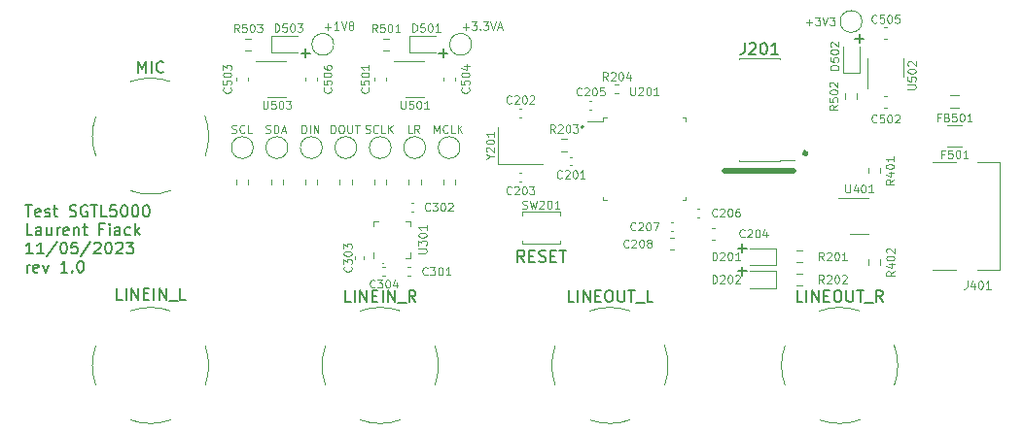
<source format=gbr>
%TF.GenerationSoftware,KiCad,Pcbnew,7.0.1*%
%TF.CreationDate,2023-05-30T08:19:09+02:00*%
%TF.ProjectId,test_SGTL5000,74657374-5f53-4475-944c-353030302e6b,rev?*%
%TF.SameCoordinates,Original*%
%TF.FileFunction,Legend,Top*%
%TF.FilePolarity,Positive*%
%FSLAX46Y46*%
G04 Gerber Fmt 4.6, Leading zero omitted, Abs format (unit mm)*
G04 Created by KiCad (PCBNEW 7.0.1) date 2023-05-30 08:19:09*
%MOMM*%
%LPD*%
G01*
G04 APERTURE LIST*
%ADD10C,0.200000*%
%ADD11C,0.150000*%
%ADD12C,0.500000*%
%ADD13C,0.400000*%
%ADD14C,0.100000*%
%ADD15C,0.120000*%
G04 APERTURE END LIST*
D10*
X67700000Y-57200000D02*
G75*
G03*
X67700000Y-57200000I-100000J0D01*
G01*
D11*
X50250000Y-69100000D02*
G75*
G03*
X50250000Y-69100000I-50000J0D01*
G01*
D12*
X80000000Y-61000000D02*
X86000000Y-61000000D01*
D13*
X87100000Y-59500000D02*
G75*
G03*
X87100000Y-59500000I-100000J0D01*
G01*
D14*
X45166666Y-48457166D02*
X45700000Y-48457166D01*
X45433333Y-48723833D02*
X45433333Y-48190500D01*
X46400000Y-48723833D02*
X46000000Y-48723833D01*
X46200000Y-48723833D02*
X46200000Y-48023833D01*
X46200000Y-48023833D02*
X46133333Y-48123833D01*
X46133333Y-48123833D02*
X46066667Y-48190500D01*
X46066667Y-48190500D02*
X46000000Y-48223833D01*
X46600000Y-48023833D02*
X46833334Y-48723833D01*
X46833334Y-48723833D02*
X47066667Y-48023833D01*
X47400000Y-48323833D02*
X47333334Y-48290500D01*
X47333334Y-48290500D02*
X47300000Y-48257166D01*
X47300000Y-48257166D02*
X47266667Y-48190500D01*
X47266667Y-48190500D02*
X47266667Y-48157166D01*
X47266667Y-48157166D02*
X47300000Y-48090500D01*
X47300000Y-48090500D02*
X47333334Y-48057166D01*
X47333334Y-48057166D02*
X47400000Y-48023833D01*
X47400000Y-48023833D02*
X47533334Y-48023833D01*
X47533334Y-48023833D02*
X47600000Y-48057166D01*
X47600000Y-48057166D02*
X47633334Y-48090500D01*
X47633334Y-48090500D02*
X47666667Y-48157166D01*
X47666667Y-48157166D02*
X47666667Y-48190500D01*
X47666667Y-48190500D02*
X47633334Y-48257166D01*
X47633334Y-48257166D02*
X47600000Y-48290500D01*
X47600000Y-48290500D02*
X47533334Y-48323833D01*
X47533334Y-48323833D02*
X47400000Y-48323833D01*
X47400000Y-48323833D02*
X47333334Y-48357166D01*
X47333334Y-48357166D02*
X47300000Y-48390500D01*
X47300000Y-48390500D02*
X47266667Y-48457166D01*
X47266667Y-48457166D02*
X47266667Y-48590500D01*
X47266667Y-48590500D02*
X47300000Y-48657166D01*
X47300000Y-48657166D02*
X47333334Y-48690500D01*
X47333334Y-48690500D02*
X47400000Y-48723833D01*
X47400000Y-48723833D02*
X47533334Y-48723833D01*
X47533334Y-48723833D02*
X47600000Y-48690500D01*
X47600000Y-48690500D02*
X47633334Y-48657166D01*
X47633334Y-48657166D02*
X47666667Y-48590500D01*
X47666667Y-48590500D02*
X47666667Y-48457166D01*
X47666667Y-48457166D02*
X47633334Y-48390500D01*
X47633334Y-48390500D02*
X47600000Y-48357166D01*
X47600000Y-48357166D02*
X47533334Y-48323833D01*
D11*
X81119048Y-69781666D02*
X81880953Y-69781666D01*
X81500000Y-70162619D02*
X81500000Y-69400714D01*
D14*
X57166666Y-48457166D02*
X57700000Y-48457166D01*
X57433333Y-48723833D02*
X57433333Y-48190500D01*
X57966667Y-48023833D02*
X58400000Y-48023833D01*
X58400000Y-48023833D02*
X58166667Y-48290500D01*
X58166667Y-48290500D02*
X58266667Y-48290500D01*
X58266667Y-48290500D02*
X58333333Y-48323833D01*
X58333333Y-48323833D02*
X58366667Y-48357166D01*
X58366667Y-48357166D02*
X58400000Y-48423833D01*
X58400000Y-48423833D02*
X58400000Y-48590500D01*
X58400000Y-48590500D02*
X58366667Y-48657166D01*
X58366667Y-48657166D02*
X58333333Y-48690500D01*
X58333333Y-48690500D02*
X58266667Y-48723833D01*
X58266667Y-48723833D02*
X58066667Y-48723833D01*
X58066667Y-48723833D02*
X58000000Y-48690500D01*
X58000000Y-48690500D02*
X57966667Y-48657166D01*
X58700000Y-48657166D02*
X58733334Y-48690500D01*
X58733334Y-48690500D02*
X58700000Y-48723833D01*
X58700000Y-48723833D02*
X58666667Y-48690500D01*
X58666667Y-48690500D02*
X58700000Y-48657166D01*
X58700000Y-48657166D02*
X58700000Y-48723833D01*
X58966667Y-48023833D02*
X59400000Y-48023833D01*
X59400000Y-48023833D02*
X59166667Y-48290500D01*
X59166667Y-48290500D02*
X59266667Y-48290500D01*
X59266667Y-48290500D02*
X59333333Y-48323833D01*
X59333333Y-48323833D02*
X59366667Y-48357166D01*
X59366667Y-48357166D02*
X59400000Y-48423833D01*
X59400000Y-48423833D02*
X59400000Y-48590500D01*
X59400000Y-48590500D02*
X59366667Y-48657166D01*
X59366667Y-48657166D02*
X59333333Y-48690500D01*
X59333333Y-48690500D02*
X59266667Y-48723833D01*
X59266667Y-48723833D02*
X59066667Y-48723833D01*
X59066667Y-48723833D02*
X59000000Y-48690500D01*
X59000000Y-48690500D02*
X58966667Y-48657166D01*
X59600000Y-48023833D02*
X59833334Y-48723833D01*
X59833334Y-48723833D02*
X60066667Y-48023833D01*
X60266667Y-48523833D02*
X60600000Y-48523833D01*
X60200000Y-48723833D02*
X60433334Y-48023833D01*
X60433334Y-48023833D02*
X60666667Y-48723833D01*
D11*
X91319048Y-49481666D02*
X92080953Y-49481666D01*
X91700000Y-49862619D02*
X91700000Y-49100714D01*
X86785714Y-72462619D02*
X86309524Y-72462619D01*
X86309524Y-72462619D02*
X86309524Y-71462619D01*
X87119048Y-72462619D02*
X87119048Y-71462619D01*
X87595238Y-72462619D02*
X87595238Y-71462619D01*
X87595238Y-71462619D02*
X88166666Y-72462619D01*
X88166666Y-72462619D02*
X88166666Y-71462619D01*
X88642857Y-71938809D02*
X88976190Y-71938809D01*
X89119047Y-72462619D02*
X88642857Y-72462619D01*
X88642857Y-72462619D02*
X88642857Y-71462619D01*
X88642857Y-71462619D02*
X89119047Y-71462619D01*
X89738095Y-71462619D02*
X89928571Y-71462619D01*
X89928571Y-71462619D02*
X90023809Y-71510238D01*
X90023809Y-71510238D02*
X90119047Y-71605476D01*
X90119047Y-71605476D02*
X90166666Y-71795952D01*
X90166666Y-71795952D02*
X90166666Y-72129285D01*
X90166666Y-72129285D02*
X90119047Y-72319761D01*
X90119047Y-72319761D02*
X90023809Y-72415000D01*
X90023809Y-72415000D02*
X89928571Y-72462619D01*
X89928571Y-72462619D02*
X89738095Y-72462619D01*
X89738095Y-72462619D02*
X89642857Y-72415000D01*
X89642857Y-72415000D02*
X89547619Y-72319761D01*
X89547619Y-72319761D02*
X89500000Y-72129285D01*
X89500000Y-72129285D02*
X89500000Y-71795952D01*
X89500000Y-71795952D02*
X89547619Y-71605476D01*
X89547619Y-71605476D02*
X89642857Y-71510238D01*
X89642857Y-71510238D02*
X89738095Y-71462619D01*
X90595238Y-71462619D02*
X90595238Y-72272142D01*
X90595238Y-72272142D02*
X90642857Y-72367380D01*
X90642857Y-72367380D02*
X90690476Y-72415000D01*
X90690476Y-72415000D02*
X90785714Y-72462619D01*
X90785714Y-72462619D02*
X90976190Y-72462619D01*
X90976190Y-72462619D02*
X91071428Y-72415000D01*
X91071428Y-72415000D02*
X91119047Y-72367380D01*
X91119047Y-72367380D02*
X91166666Y-72272142D01*
X91166666Y-72272142D02*
X91166666Y-71462619D01*
X91500000Y-71462619D02*
X92071428Y-71462619D01*
X91785714Y-72462619D02*
X91785714Y-71462619D01*
X92166667Y-72557857D02*
X92928571Y-72557857D01*
X93738095Y-72462619D02*
X93404762Y-71986428D01*
X93166667Y-72462619D02*
X93166667Y-71462619D01*
X93166667Y-71462619D02*
X93547619Y-71462619D01*
X93547619Y-71462619D02*
X93642857Y-71510238D01*
X93642857Y-71510238D02*
X93690476Y-71557857D01*
X93690476Y-71557857D02*
X93738095Y-71653095D01*
X93738095Y-71653095D02*
X93738095Y-71795952D01*
X93738095Y-71795952D02*
X93690476Y-71891190D01*
X93690476Y-71891190D02*
X93642857Y-71938809D01*
X93642857Y-71938809D02*
X93547619Y-71986428D01*
X93547619Y-71986428D02*
X93166667Y-71986428D01*
X81119048Y-67781666D02*
X81880953Y-67781666D01*
X81500000Y-68162619D02*
X81500000Y-67400714D01*
X27547619Y-72262619D02*
X27071429Y-72262619D01*
X27071429Y-72262619D02*
X27071429Y-71262619D01*
X27880953Y-72262619D02*
X27880953Y-71262619D01*
X28357143Y-72262619D02*
X28357143Y-71262619D01*
X28357143Y-71262619D02*
X28928571Y-72262619D01*
X28928571Y-72262619D02*
X28928571Y-71262619D01*
X29404762Y-71738809D02*
X29738095Y-71738809D01*
X29880952Y-72262619D02*
X29404762Y-72262619D01*
X29404762Y-72262619D02*
X29404762Y-71262619D01*
X29404762Y-71262619D02*
X29880952Y-71262619D01*
X30309524Y-72262619D02*
X30309524Y-71262619D01*
X30785714Y-72262619D02*
X30785714Y-71262619D01*
X30785714Y-71262619D02*
X31357142Y-72262619D01*
X31357142Y-72262619D02*
X31357142Y-71262619D01*
X31595238Y-72357857D02*
X32357142Y-72357857D01*
X33071428Y-72262619D02*
X32595238Y-72262619D01*
X32595238Y-72262619D02*
X32595238Y-71262619D01*
X55119048Y-50781666D02*
X55880953Y-50781666D01*
X55500000Y-51162619D02*
X55500000Y-50400714D01*
D14*
X54683333Y-57723833D02*
X54683333Y-57023833D01*
X54683333Y-57023833D02*
X54916667Y-57523833D01*
X54916667Y-57523833D02*
X55150000Y-57023833D01*
X55150000Y-57023833D02*
X55150000Y-57723833D01*
X55883333Y-57657166D02*
X55850000Y-57690500D01*
X55850000Y-57690500D02*
X55750000Y-57723833D01*
X55750000Y-57723833D02*
X55683333Y-57723833D01*
X55683333Y-57723833D02*
X55583333Y-57690500D01*
X55583333Y-57690500D02*
X55516667Y-57623833D01*
X55516667Y-57623833D02*
X55483333Y-57557166D01*
X55483333Y-57557166D02*
X55450000Y-57423833D01*
X55450000Y-57423833D02*
X55450000Y-57323833D01*
X55450000Y-57323833D02*
X55483333Y-57190500D01*
X55483333Y-57190500D02*
X55516667Y-57123833D01*
X55516667Y-57123833D02*
X55583333Y-57057166D01*
X55583333Y-57057166D02*
X55683333Y-57023833D01*
X55683333Y-57023833D02*
X55750000Y-57023833D01*
X55750000Y-57023833D02*
X55850000Y-57057166D01*
X55850000Y-57057166D02*
X55883333Y-57090500D01*
X56516667Y-57723833D02*
X56183333Y-57723833D01*
X56183333Y-57723833D02*
X56183333Y-57023833D01*
X56750000Y-57723833D02*
X56750000Y-57023833D01*
X57150000Y-57723833D02*
X56850000Y-57323833D01*
X57150000Y-57023833D02*
X56750000Y-57423833D01*
X40050000Y-57690500D02*
X40150000Y-57723833D01*
X40150000Y-57723833D02*
X40316667Y-57723833D01*
X40316667Y-57723833D02*
X40383333Y-57690500D01*
X40383333Y-57690500D02*
X40416667Y-57657166D01*
X40416667Y-57657166D02*
X40450000Y-57590500D01*
X40450000Y-57590500D02*
X40450000Y-57523833D01*
X40450000Y-57523833D02*
X40416667Y-57457166D01*
X40416667Y-57457166D02*
X40383333Y-57423833D01*
X40383333Y-57423833D02*
X40316667Y-57390500D01*
X40316667Y-57390500D02*
X40183333Y-57357166D01*
X40183333Y-57357166D02*
X40116667Y-57323833D01*
X40116667Y-57323833D02*
X40083333Y-57290500D01*
X40083333Y-57290500D02*
X40050000Y-57223833D01*
X40050000Y-57223833D02*
X40050000Y-57157166D01*
X40050000Y-57157166D02*
X40083333Y-57090500D01*
X40083333Y-57090500D02*
X40116667Y-57057166D01*
X40116667Y-57057166D02*
X40183333Y-57023833D01*
X40183333Y-57023833D02*
X40350000Y-57023833D01*
X40350000Y-57023833D02*
X40450000Y-57057166D01*
X40750000Y-57723833D02*
X40750000Y-57023833D01*
X40750000Y-57023833D02*
X40916667Y-57023833D01*
X40916667Y-57023833D02*
X41016667Y-57057166D01*
X41016667Y-57057166D02*
X41083334Y-57123833D01*
X41083334Y-57123833D02*
X41116667Y-57190500D01*
X41116667Y-57190500D02*
X41150000Y-57323833D01*
X41150000Y-57323833D02*
X41150000Y-57423833D01*
X41150000Y-57423833D02*
X41116667Y-57557166D01*
X41116667Y-57557166D02*
X41083334Y-57623833D01*
X41083334Y-57623833D02*
X41016667Y-57690500D01*
X41016667Y-57690500D02*
X40916667Y-57723833D01*
X40916667Y-57723833D02*
X40750000Y-57723833D01*
X41416667Y-57523833D02*
X41750000Y-57523833D01*
X41350000Y-57723833D02*
X41583334Y-57023833D01*
X41583334Y-57023833D02*
X41816667Y-57723833D01*
D11*
X28928572Y-52462619D02*
X28928572Y-51462619D01*
X28928572Y-51462619D02*
X29261905Y-52176904D01*
X29261905Y-52176904D02*
X29595238Y-51462619D01*
X29595238Y-51462619D02*
X29595238Y-52462619D01*
X30071429Y-52462619D02*
X30071429Y-51462619D01*
X31119047Y-52367380D02*
X31071428Y-52415000D01*
X31071428Y-52415000D02*
X30928571Y-52462619D01*
X30928571Y-52462619D02*
X30833333Y-52462619D01*
X30833333Y-52462619D02*
X30690476Y-52415000D01*
X30690476Y-52415000D02*
X30595238Y-52319761D01*
X30595238Y-52319761D02*
X30547619Y-52224523D01*
X30547619Y-52224523D02*
X30500000Y-52034047D01*
X30500000Y-52034047D02*
X30500000Y-51891190D01*
X30500000Y-51891190D02*
X30547619Y-51700714D01*
X30547619Y-51700714D02*
X30595238Y-51605476D01*
X30595238Y-51605476D02*
X30690476Y-51510238D01*
X30690476Y-51510238D02*
X30833333Y-51462619D01*
X30833333Y-51462619D02*
X30928571Y-51462619D01*
X30928571Y-51462619D02*
X31071428Y-51510238D01*
X31071428Y-51510238D02*
X31119047Y-51557857D01*
D14*
X48716666Y-57690500D02*
X48816666Y-57723833D01*
X48816666Y-57723833D02*
X48983333Y-57723833D01*
X48983333Y-57723833D02*
X49049999Y-57690500D01*
X49049999Y-57690500D02*
X49083333Y-57657166D01*
X49083333Y-57657166D02*
X49116666Y-57590500D01*
X49116666Y-57590500D02*
X49116666Y-57523833D01*
X49116666Y-57523833D02*
X49083333Y-57457166D01*
X49083333Y-57457166D02*
X49049999Y-57423833D01*
X49049999Y-57423833D02*
X48983333Y-57390500D01*
X48983333Y-57390500D02*
X48849999Y-57357166D01*
X48849999Y-57357166D02*
X48783333Y-57323833D01*
X48783333Y-57323833D02*
X48749999Y-57290500D01*
X48749999Y-57290500D02*
X48716666Y-57223833D01*
X48716666Y-57223833D02*
X48716666Y-57157166D01*
X48716666Y-57157166D02*
X48749999Y-57090500D01*
X48749999Y-57090500D02*
X48783333Y-57057166D01*
X48783333Y-57057166D02*
X48849999Y-57023833D01*
X48849999Y-57023833D02*
X49016666Y-57023833D01*
X49016666Y-57023833D02*
X49116666Y-57057166D01*
X49816666Y-57657166D02*
X49783333Y-57690500D01*
X49783333Y-57690500D02*
X49683333Y-57723833D01*
X49683333Y-57723833D02*
X49616666Y-57723833D01*
X49616666Y-57723833D02*
X49516666Y-57690500D01*
X49516666Y-57690500D02*
X49450000Y-57623833D01*
X49450000Y-57623833D02*
X49416666Y-57557166D01*
X49416666Y-57557166D02*
X49383333Y-57423833D01*
X49383333Y-57423833D02*
X49383333Y-57323833D01*
X49383333Y-57323833D02*
X49416666Y-57190500D01*
X49416666Y-57190500D02*
X49450000Y-57123833D01*
X49450000Y-57123833D02*
X49516666Y-57057166D01*
X49516666Y-57057166D02*
X49616666Y-57023833D01*
X49616666Y-57023833D02*
X49683333Y-57023833D01*
X49683333Y-57023833D02*
X49783333Y-57057166D01*
X49783333Y-57057166D02*
X49816666Y-57090500D01*
X50450000Y-57723833D02*
X50116666Y-57723833D01*
X50116666Y-57723833D02*
X50116666Y-57023833D01*
X50683333Y-57723833D02*
X50683333Y-57023833D01*
X51083333Y-57723833D02*
X50783333Y-57323833D01*
X51083333Y-57023833D02*
X50683333Y-57423833D01*
X87066666Y-48057166D02*
X87600000Y-48057166D01*
X87333333Y-48323833D02*
X87333333Y-47790500D01*
X87866667Y-47623833D02*
X88300000Y-47623833D01*
X88300000Y-47623833D02*
X88066667Y-47890500D01*
X88066667Y-47890500D02*
X88166667Y-47890500D01*
X88166667Y-47890500D02*
X88233333Y-47923833D01*
X88233333Y-47923833D02*
X88266667Y-47957166D01*
X88266667Y-47957166D02*
X88300000Y-48023833D01*
X88300000Y-48023833D02*
X88300000Y-48190500D01*
X88300000Y-48190500D02*
X88266667Y-48257166D01*
X88266667Y-48257166D02*
X88233333Y-48290500D01*
X88233333Y-48290500D02*
X88166667Y-48323833D01*
X88166667Y-48323833D02*
X87966667Y-48323833D01*
X87966667Y-48323833D02*
X87900000Y-48290500D01*
X87900000Y-48290500D02*
X87866667Y-48257166D01*
X88500000Y-47623833D02*
X88733334Y-48323833D01*
X88733334Y-48323833D02*
X88966667Y-47623833D01*
X89133334Y-47623833D02*
X89566667Y-47623833D01*
X89566667Y-47623833D02*
X89333334Y-47890500D01*
X89333334Y-47890500D02*
X89433334Y-47890500D01*
X89433334Y-47890500D02*
X89500000Y-47923833D01*
X89500000Y-47923833D02*
X89533334Y-47957166D01*
X89533334Y-47957166D02*
X89566667Y-48023833D01*
X89566667Y-48023833D02*
X89566667Y-48190500D01*
X89566667Y-48190500D02*
X89533334Y-48257166D01*
X89533334Y-48257166D02*
X89500000Y-48290500D01*
X89500000Y-48290500D02*
X89433334Y-48323833D01*
X89433334Y-48323833D02*
X89233334Y-48323833D01*
X89233334Y-48323833D02*
X89166667Y-48290500D01*
X89166667Y-48290500D02*
X89133334Y-48257166D01*
X45716667Y-57723833D02*
X45716667Y-57023833D01*
X45716667Y-57023833D02*
X45883334Y-57023833D01*
X45883334Y-57023833D02*
X45983334Y-57057166D01*
X45983334Y-57057166D02*
X46050001Y-57123833D01*
X46050001Y-57123833D02*
X46083334Y-57190500D01*
X46083334Y-57190500D02*
X46116667Y-57323833D01*
X46116667Y-57323833D02*
X46116667Y-57423833D01*
X46116667Y-57423833D02*
X46083334Y-57557166D01*
X46083334Y-57557166D02*
X46050001Y-57623833D01*
X46050001Y-57623833D02*
X45983334Y-57690500D01*
X45983334Y-57690500D02*
X45883334Y-57723833D01*
X45883334Y-57723833D02*
X45716667Y-57723833D01*
X46550001Y-57023833D02*
X46683334Y-57023833D01*
X46683334Y-57023833D02*
X46750001Y-57057166D01*
X46750001Y-57057166D02*
X46816667Y-57123833D01*
X46816667Y-57123833D02*
X46850001Y-57257166D01*
X46850001Y-57257166D02*
X46850001Y-57490500D01*
X46850001Y-57490500D02*
X46816667Y-57623833D01*
X46816667Y-57623833D02*
X46750001Y-57690500D01*
X46750001Y-57690500D02*
X46683334Y-57723833D01*
X46683334Y-57723833D02*
X46550001Y-57723833D01*
X46550001Y-57723833D02*
X46483334Y-57690500D01*
X46483334Y-57690500D02*
X46416667Y-57623833D01*
X46416667Y-57623833D02*
X46383334Y-57490500D01*
X46383334Y-57490500D02*
X46383334Y-57257166D01*
X46383334Y-57257166D02*
X46416667Y-57123833D01*
X46416667Y-57123833D02*
X46483334Y-57057166D01*
X46483334Y-57057166D02*
X46550001Y-57023833D01*
X47150000Y-57023833D02*
X47150000Y-57590500D01*
X47150000Y-57590500D02*
X47183334Y-57657166D01*
X47183334Y-57657166D02*
X47216667Y-57690500D01*
X47216667Y-57690500D02*
X47283334Y-57723833D01*
X47283334Y-57723833D02*
X47416667Y-57723833D01*
X47416667Y-57723833D02*
X47483334Y-57690500D01*
X47483334Y-57690500D02*
X47516667Y-57657166D01*
X47516667Y-57657166D02*
X47550000Y-57590500D01*
X47550000Y-57590500D02*
X47550000Y-57023833D01*
X47783333Y-57023833D02*
X48183333Y-57023833D01*
X47983333Y-57723833D02*
X47983333Y-57023833D01*
X52766667Y-57723833D02*
X52433333Y-57723833D01*
X52433333Y-57723833D02*
X52433333Y-57023833D01*
X53400000Y-57723833D02*
X53166667Y-57390500D01*
X53000000Y-57723833D02*
X53000000Y-57023833D01*
X53000000Y-57023833D02*
X53266667Y-57023833D01*
X53266667Y-57023833D02*
X53333334Y-57057166D01*
X53333334Y-57057166D02*
X53366667Y-57090500D01*
X53366667Y-57090500D02*
X53400000Y-57157166D01*
X53400000Y-57157166D02*
X53400000Y-57257166D01*
X53400000Y-57257166D02*
X53366667Y-57323833D01*
X53366667Y-57323833D02*
X53333334Y-57357166D01*
X53333334Y-57357166D02*
X53266667Y-57390500D01*
X53266667Y-57390500D02*
X53000000Y-57390500D01*
D11*
X43119048Y-50781666D02*
X43880953Y-50781666D01*
X43500000Y-51162619D02*
X43500000Y-50400714D01*
X19095238Y-64017619D02*
X19666666Y-64017619D01*
X19380952Y-65017619D02*
X19380952Y-64017619D01*
X20380952Y-64970000D02*
X20285714Y-65017619D01*
X20285714Y-65017619D02*
X20095238Y-65017619D01*
X20095238Y-65017619D02*
X20000000Y-64970000D01*
X20000000Y-64970000D02*
X19952381Y-64874761D01*
X19952381Y-64874761D02*
X19952381Y-64493809D01*
X19952381Y-64493809D02*
X20000000Y-64398571D01*
X20000000Y-64398571D02*
X20095238Y-64350952D01*
X20095238Y-64350952D02*
X20285714Y-64350952D01*
X20285714Y-64350952D02*
X20380952Y-64398571D01*
X20380952Y-64398571D02*
X20428571Y-64493809D01*
X20428571Y-64493809D02*
X20428571Y-64589047D01*
X20428571Y-64589047D02*
X19952381Y-64684285D01*
X20809524Y-64970000D02*
X20904762Y-65017619D01*
X20904762Y-65017619D02*
X21095238Y-65017619D01*
X21095238Y-65017619D02*
X21190476Y-64970000D01*
X21190476Y-64970000D02*
X21238095Y-64874761D01*
X21238095Y-64874761D02*
X21238095Y-64827142D01*
X21238095Y-64827142D02*
X21190476Y-64731904D01*
X21190476Y-64731904D02*
X21095238Y-64684285D01*
X21095238Y-64684285D02*
X20952381Y-64684285D01*
X20952381Y-64684285D02*
X20857143Y-64636666D01*
X20857143Y-64636666D02*
X20809524Y-64541428D01*
X20809524Y-64541428D02*
X20809524Y-64493809D01*
X20809524Y-64493809D02*
X20857143Y-64398571D01*
X20857143Y-64398571D02*
X20952381Y-64350952D01*
X20952381Y-64350952D02*
X21095238Y-64350952D01*
X21095238Y-64350952D02*
X21190476Y-64398571D01*
X21523810Y-64350952D02*
X21904762Y-64350952D01*
X21666667Y-64017619D02*
X21666667Y-64874761D01*
X21666667Y-64874761D02*
X21714286Y-64970000D01*
X21714286Y-64970000D02*
X21809524Y-65017619D01*
X21809524Y-65017619D02*
X21904762Y-65017619D01*
X22952382Y-64970000D02*
X23095239Y-65017619D01*
X23095239Y-65017619D02*
X23333334Y-65017619D01*
X23333334Y-65017619D02*
X23428572Y-64970000D01*
X23428572Y-64970000D02*
X23476191Y-64922380D01*
X23476191Y-64922380D02*
X23523810Y-64827142D01*
X23523810Y-64827142D02*
X23523810Y-64731904D01*
X23523810Y-64731904D02*
X23476191Y-64636666D01*
X23476191Y-64636666D02*
X23428572Y-64589047D01*
X23428572Y-64589047D02*
X23333334Y-64541428D01*
X23333334Y-64541428D02*
X23142858Y-64493809D01*
X23142858Y-64493809D02*
X23047620Y-64446190D01*
X23047620Y-64446190D02*
X23000001Y-64398571D01*
X23000001Y-64398571D02*
X22952382Y-64303333D01*
X22952382Y-64303333D02*
X22952382Y-64208095D01*
X22952382Y-64208095D02*
X23000001Y-64112857D01*
X23000001Y-64112857D02*
X23047620Y-64065238D01*
X23047620Y-64065238D02*
X23142858Y-64017619D01*
X23142858Y-64017619D02*
X23380953Y-64017619D01*
X23380953Y-64017619D02*
X23523810Y-64065238D01*
X24476191Y-64065238D02*
X24380953Y-64017619D01*
X24380953Y-64017619D02*
X24238096Y-64017619D01*
X24238096Y-64017619D02*
X24095239Y-64065238D01*
X24095239Y-64065238D02*
X24000001Y-64160476D01*
X24000001Y-64160476D02*
X23952382Y-64255714D01*
X23952382Y-64255714D02*
X23904763Y-64446190D01*
X23904763Y-64446190D02*
X23904763Y-64589047D01*
X23904763Y-64589047D02*
X23952382Y-64779523D01*
X23952382Y-64779523D02*
X24000001Y-64874761D01*
X24000001Y-64874761D02*
X24095239Y-64970000D01*
X24095239Y-64970000D02*
X24238096Y-65017619D01*
X24238096Y-65017619D02*
X24333334Y-65017619D01*
X24333334Y-65017619D02*
X24476191Y-64970000D01*
X24476191Y-64970000D02*
X24523810Y-64922380D01*
X24523810Y-64922380D02*
X24523810Y-64589047D01*
X24523810Y-64589047D02*
X24333334Y-64589047D01*
X24809525Y-64017619D02*
X25380953Y-64017619D01*
X25095239Y-65017619D02*
X25095239Y-64017619D01*
X26190477Y-65017619D02*
X25714287Y-65017619D01*
X25714287Y-65017619D02*
X25714287Y-64017619D01*
X27000001Y-64017619D02*
X26523811Y-64017619D01*
X26523811Y-64017619D02*
X26476192Y-64493809D01*
X26476192Y-64493809D02*
X26523811Y-64446190D01*
X26523811Y-64446190D02*
X26619049Y-64398571D01*
X26619049Y-64398571D02*
X26857144Y-64398571D01*
X26857144Y-64398571D02*
X26952382Y-64446190D01*
X26952382Y-64446190D02*
X27000001Y-64493809D01*
X27000001Y-64493809D02*
X27047620Y-64589047D01*
X27047620Y-64589047D02*
X27047620Y-64827142D01*
X27047620Y-64827142D02*
X27000001Y-64922380D01*
X27000001Y-64922380D02*
X26952382Y-64970000D01*
X26952382Y-64970000D02*
X26857144Y-65017619D01*
X26857144Y-65017619D02*
X26619049Y-65017619D01*
X26619049Y-65017619D02*
X26523811Y-64970000D01*
X26523811Y-64970000D02*
X26476192Y-64922380D01*
X27666668Y-64017619D02*
X27761906Y-64017619D01*
X27761906Y-64017619D02*
X27857144Y-64065238D01*
X27857144Y-64065238D02*
X27904763Y-64112857D01*
X27904763Y-64112857D02*
X27952382Y-64208095D01*
X27952382Y-64208095D02*
X28000001Y-64398571D01*
X28000001Y-64398571D02*
X28000001Y-64636666D01*
X28000001Y-64636666D02*
X27952382Y-64827142D01*
X27952382Y-64827142D02*
X27904763Y-64922380D01*
X27904763Y-64922380D02*
X27857144Y-64970000D01*
X27857144Y-64970000D02*
X27761906Y-65017619D01*
X27761906Y-65017619D02*
X27666668Y-65017619D01*
X27666668Y-65017619D02*
X27571430Y-64970000D01*
X27571430Y-64970000D02*
X27523811Y-64922380D01*
X27523811Y-64922380D02*
X27476192Y-64827142D01*
X27476192Y-64827142D02*
X27428573Y-64636666D01*
X27428573Y-64636666D02*
X27428573Y-64398571D01*
X27428573Y-64398571D02*
X27476192Y-64208095D01*
X27476192Y-64208095D02*
X27523811Y-64112857D01*
X27523811Y-64112857D02*
X27571430Y-64065238D01*
X27571430Y-64065238D02*
X27666668Y-64017619D01*
X28619049Y-64017619D02*
X28714287Y-64017619D01*
X28714287Y-64017619D02*
X28809525Y-64065238D01*
X28809525Y-64065238D02*
X28857144Y-64112857D01*
X28857144Y-64112857D02*
X28904763Y-64208095D01*
X28904763Y-64208095D02*
X28952382Y-64398571D01*
X28952382Y-64398571D02*
X28952382Y-64636666D01*
X28952382Y-64636666D02*
X28904763Y-64827142D01*
X28904763Y-64827142D02*
X28857144Y-64922380D01*
X28857144Y-64922380D02*
X28809525Y-64970000D01*
X28809525Y-64970000D02*
X28714287Y-65017619D01*
X28714287Y-65017619D02*
X28619049Y-65017619D01*
X28619049Y-65017619D02*
X28523811Y-64970000D01*
X28523811Y-64970000D02*
X28476192Y-64922380D01*
X28476192Y-64922380D02*
X28428573Y-64827142D01*
X28428573Y-64827142D02*
X28380954Y-64636666D01*
X28380954Y-64636666D02*
X28380954Y-64398571D01*
X28380954Y-64398571D02*
X28428573Y-64208095D01*
X28428573Y-64208095D02*
X28476192Y-64112857D01*
X28476192Y-64112857D02*
X28523811Y-64065238D01*
X28523811Y-64065238D02*
X28619049Y-64017619D01*
X29571430Y-64017619D02*
X29666668Y-64017619D01*
X29666668Y-64017619D02*
X29761906Y-64065238D01*
X29761906Y-64065238D02*
X29809525Y-64112857D01*
X29809525Y-64112857D02*
X29857144Y-64208095D01*
X29857144Y-64208095D02*
X29904763Y-64398571D01*
X29904763Y-64398571D02*
X29904763Y-64636666D01*
X29904763Y-64636666D02*
X29857144Y-64827142D01*
X29857144Y-64827142D02*
X29809525Y-64922380D01*
X29809525Y-64922380D02*
X29761906Y-64970000D01*
X29761906Y-64970000D02*
X29666668Y-65017619D01*
X29666668Y-65017619D02*
X29571430Y-65017619D01*
X29571430Y-65017619D02*
X29476192Y-64970000D01*
X29476192Y-64970000D02*
X29428573Y-64922380D01*
X29428573Y-64922380D02*
X29380954Y-64827142D01*
X29380954Y-64827142D02*
X29333335Y-64636666D01*
X29333335Y-64636666D02*
X29333335Y-64398571D01*
X29333335Y-64398571D02*
X29380954Y-64208095D01*
X29380954Y-64208095D02*
X29428573Y-64112857D01*
X29428573Y-64112857D02*
X29476192Y-64065238D01*
X29476192Y-64065238D02*
X29571430Y-64017619D01*
X19714285Y-66637619D02*
X19238095Y-66637619D01*
X19238095Y-66637619D02*
X19238095Y-65637619D01*
X20476190Y-66637619D02*
X20476190Y-66113809D01*
X20476190Y-66113809D02*
X20428571Y-66018571D01*
X20428571Y-66018571D02*
X20333333Y-65970952D01*
X20333333Y-65970952D02*
X20142857Y-65970952D01*
X20142857Y-65970952D02*
X20047619Y-66018571D01*
X20476190Y-66590000D02*
X20380952Y-66637619D01*
X20380952Y-66637619D02*
X20142857Y-66637619D01*
X20142857Y-66637619D02*
X20047619Y-66590000D01*
X20047619Y-66590000D02*
X20000000Y-66494761D01*
X20000000Y-66494761D02*
X20000000Y-66399523D01*
X20000000Y-66399523D02*
X20047619Y-66304285D01*
X20047619Y-66304285D02*
X20142857Y-66256666D01*
X20142857Y-66256666D02*
X20380952Y-66256666D01*
X20380952Y-66256666D02*
X20476190Y-66209047D01*
X21380952Y-65970952D02*
X21380952Y-66637619D01*
X20952381Y-65970952D02*
X20952381Y-66494761D01*
X20952381Y-66494761D02*
X21000000Y-66590000D01*
X21000000Y-66590000D02*
X21095238Y-66637619D01*
X21095238Y-66637619D02*
X21238095Y-66637619D01*
X21238095Y-66637619D02*
X21333333Y-66590000D01*
X21333333Y-66590000D02*
X21380952Y-66542380D01*
X21857143Y-66637619D02*
X21857143Y-65970952D01*
X21857143Y-66161428D02*
X21904762Y-66066190D01*
X21904762Y-66066190D02*
X21952381Y-66018571D01*
X21952381Y-66018571D02*
X22047619Y-65970952D01*
X22047619Y-65970952D02*
X22142857Y-65970952D01*
X22857143Y-66590000D02*
X22761905Y-66637619D01*
X22761905Y-66637619D02*
X22571429Y-66637619D01*
X22571429Y-66637619D02*
X22476191Y-66590000D01*
X22476191Y-66590000D02*
X22428572Y-66494761D01*
X22428572Y-66494761D02*
X22428572Y-66113809D01*
X22428572Y-66113809D02*
X22476191Y-66018571D01*
X22476191Y-66018571D02*
X22571429Y-65970952D01*
X22571429Y-65970952D02*
X22761905Y-65970952D01*
X22761905Y-65970952D02*
X22857143Y-66018571D01*
X22857143Y-66018571D02*
X22904762Y-66113809D01*
X22904762Y-66113809D02*
X22904762Y-66209047D01*
X22904762Y-66209047D02*
X22428572Y-66304285D01*
X23333334Y-65970952D02*
X23333334Y-66637619D01*
X23333334Y-66066190D02*
X23380953Y-66018571D01*
X23380953Y-66018571D02*
X23476191Y-65970952D01*
X23476191Y-65970952D02*
X23619048Y-65970952D01*
X23619048Y-65970952D02*
X23714286Y-66018571D01*
X23714286Y-66018571D02*
X23761905Y-66113809D01*
X23761905Y-66113809D02*
X23761905Y-66637619D01*
X24095239Y-65970952D02*
X24476191Y-65970952D01*
X24238096Y-65637619D02*
X24238096Y-66494761D01*
X24238096Y-66494761D02*
X24285715Y-66590000D01*
X24285715Y-66590000D02*
X24380953Y-66637619D01*
X24380953Y-66637619D02*
X24476191Y-66637619D01*
X25904763Y-66113809D02*
X25571430Y-66113809D01*
X25571430Y-66637619D02*
X25571430Y-65637619D01*
X25571430Y-65637619D02*
X26047620Y-65637619D01*
X26428573Y-66637619D02*
X26428573Y-65970952D01*
X26428573Y-65637619D02*
X26380954Y-65685238D01*
X26380954Y-65685238D02*
X26428573Y-65732857D01*
X26428573Y-65732857D02*
X26476192Y-65685238D01*
X26476192Y-65685238D02*
X26428573Y-65637619D01*
X26428573Y-65637619D02*
X26428573Y-65732857D01*
X27333334Y-66637619D02*
X27333334Y-66113809D01*
X27333334Y-66113809D02*
X27285715Y-66018571D01*
X27285715Y-66018571D02*
X27190477Y-65970952D01*
X27190477Y-65970952D02*
X27000001Y-65970952D01*
X27000001Y-65970952D02*
X26904763Y-66018571D01*
X27333334Y-66590000D02*
X27238096Y-66637619D01*
X27238096Y-66637619D02*
X27000001Y-66637619D01*
X27000001Y-66637619D02*
X26904763Y-66590000D01*
X26904763Y-66590000D02*
X26857144Y-66494761D01*
X26857144Y-66494761D02*
X26857144Y-66399523D01*
X26857144Y-66399523D02*
X26904763Y-66304285D01*
X26904763Y-66304285D02*
X27000001Y-66256666D01*
X27000001Y-66256666D02*
X27238096Y-66256666D01*
X27238096Y-66256666D02*
X27333334Y-66209047D01*
X28238096Y-66590000D02*
X28142858Y-66637619D01*
X28142858Y-66637619D02*
X27952382Y-66637619D01*
X27952382Y-66637619D02*
X27857144Y-66590000D01*
X27857144Y-66590000D02*
X27809525Y-66542380D01*
X27809525Y-66542380D02*
X27761906Y-66447142D01*
X27761906Y-66447142D02*
X27761906Y-66161428D01*
X27761906Y-66161428D02*
X27809525Y-66066190D01*
X27809525Y-66066190D02*
X27857144Y-66018571D01*
X27857144Y-66018571D02*
X27952382Y-65970952D01*
X27952382Y-65970952D02*
X28142858Y-65970952D01*
X28142858Y-65970952D02*
X28238096Y-66018571D01*
X28666668Y-66637619D02*
X28666668Y-65637619D01*
X28761906Y-66256666D02*
X29047620Y-66637619D01*
X29047620Y-65970952D02*
X28666668Y-66351904D01*
X19761904Y-68257619D02*
X19190476Y-68257619D01*
X19476190Y-68257619D02*
X19476190Y-67257619D01*
X19476190Y-67257619D02*
X19380952Y-67400476D01*
X19380952Y-67400476D02*
X19285714Y-67495714D01*
X19285714Y-67495714D02*
X19190476Y-67543333D01*
X20714285Y-68257619D02*
X20142857Y-68257619D01*
X20428571Y-68257619D02*
X20428571Y-67257619D01*
X20428571Y-67257619D02*
X20333333Y-67400476D01*
X20333333Y-67400476D02*
X20238095Y-67495714D01*
X20238095Y-67495714D02*
X20142857Y-67543333D01*
X21857142Y-67210000D02*
X21000000Y-68495714D01*
X22380952Y-67257619D02*
X22476190Y-67257619D01*
X22476190Y-67257619D02*
X22571428Y-67305238D01*
X22571428Y-67305238D02*
X22619047Y-67352857D01*
X22619047Y-67352857D02*
X22666666Y-67448095D01*
X22666666Y-67448095D02*
X22714285Y-67638571D01*
X22714285Y-67638571D02*
X22714285Y-67876666D01*
X22714285Y-67876666D02*
X22666666Y-68067142D01*
X22666666Y-68067142D02*
X22619047Y-68162380D01*
X22619047Y-68162380D02*
X22571428Y-68210000D01*
X22571428Y-68210000D02*
X22476190Y-68257619D01*
X22476190Y-68257619D02*
X22380952Y-68257619D01*
X22380952Y-68257619D02*
X22285714Y-68210000D01*
X22285714Y-68210000D02*
X22238095Y-68162380D01*
X22238095Y-68162380D02*
X22190476Y-68067142D01*
X22190476Y-68067142D02*
X22142857Y-67876666D01*
X22142857Y-67876666D02*
X22142857Y-67638571D01*
X22142857Y-67638571D02*
X22190476Y-67448095D01*
X22190476Y-67448095D02*
X22238095Y-67352857D01*
X22238095Y-67352857D02*
X22285714Y-67305238D01*
X22285714Y-67305238D02*
X22380952Y-67257619D01*
X23619047Y-67257619D02*
X23142857Y-67257619D01*
X23142857Y-67257619D02*
X23095238Y-67733809D01*
X23095238Y-67733809D02*
X23142857Y-67686190D01*
X23142857Y-67686190D02*
X23238095Y-67638571D01*
X23238095Y-67638571D02*
X23476190Y-67638571D01*
X23476190Y-67638571D02*
X23571428Y-67686190D01*
X23571428Y-67686190D02*
X23619047Y-67733809D01*
X23619047Y-67733809D02*
X23666666Y-67829047D01*
X23666666Y-67829047D02*
X23666666Y-68067142D01*
X23666666Y-68067142D02*
X23619047Y-68162380D01*
X23619047Y-68162380D02*
X23571428Y-68210000D01*
X23571428Y-68210000D02*
X23476190Y-68257619D01*
X23476190Y-68257619D02*
X23238095Y-68257619D01*
X23238095Y-68257619D02*
X23142857Y-68210000D01*
X23142857Y-68210000D02*
X23095238Y-68162380D01*
X24809523Y-67210000D02*
X23952381Y-68495714D01*
X25095238Y-67352857D02*
X25142857Y-67305238D01*
X25142857Y-67305238D02*
X25238095Y-67257619D01*
X25238095Y-67257619D02*
X25476190Y-67257619D01*
X25476190Y-67257619D02*
X25571428Y-67305238D01*
X25571428Y-67305238D02*
X25619047Y-67352857D01*
X25619047Y-67352857D02*
X25666666Y-67448095D01*
X25666666Y-67448095D02*
X25666666Y-67543333D01*
X25666666Y-67543333D02*
X25619047Y-67686190D01*
X25619047Y-67686190D02*
X25047619Y-68257619D01*
X25047619Y-68257619D02*
X25666666Y-68257619D01*
X26285714Y-67257619D02*
X26380952Y-67257619D01*
X26380952Y-67257619D02*
X26476190Y-67305238D01*
X26476190Y-67305238D02*
X26523809Y-67352857D01*
X26523809Y-67352857D02*
X26571428Y-67448095D01*
X26571428Y-67448095D02*
X26619047Y-67638571D01*
X26619047Y-67638571D02*
X26619047Y-67876666D01*
X26619047Y-67876666D02*
X26571428Y-68067142D01*
X26571428Y-68067142D02*
X26523809Y-68162380D01*
X26523809Y-68162380D02*
X26476190Y-68210000D01*
X26476190Y-68210000D02*
X26380952Y-68257619D01*
X26380952Y-68257619D02*
X26285714Y-68257619D01*
X26285714Y-68257619D02*
X26190476Y-68210000D01*
X26190476Y-68210000D02*
X26142857Y-68162380D01*
X26142857Y-68162380D02*
X26095238Y-68067142D01*
X26095238Y-68067142D02*
X26047619Y-67876666D01*
X26047619Y-67876666D02*
X26047619Y-67638571D01*
X26047619Y-67638571D02*
X26095238Y-67448095D01*
X26095238Y-67448095D02*
X26142857Y-67352857D01*
X26142857Y-67352857D02*
X26190476Y-67305238D01*
X26190476Y-67305238D02*
X26285714Y-67257619D01*
X27000000Y-67352857D02*
X27047619Y-67305238D01*
X27047619Y-67305238D02*
X27142857Y-67257619D01*
X27142857Y-67257619D02*
X27380952Y-67257619D01*
X27380952Y-67257619D02*
X27476190Y-67305238D01*
X27476190Y-67305238D02*
X27523809Y-67352857D01*
X27523809Y-67352857D02*
X27571428Y-67448095D01*
X27571428Y-67448095D02*
X27571428Y-67543333D01*
X27571428Y-67543333D02*
X27523809Y-67686190D01*
X27523809Y-67686190D02*
X26952381Y-68257619D01*
X26952381Y-68257619D02*
X27571428Y-68257619D01*
X27904762Y-67257619D02*
X28523809Y-67257619D01*
X28523809Y-67257619D02*
X28190476Y-67638571D01*
X28190476Y-67638571D02*
X28333333Y-67638571D01*
X28333333Y-67638571D02*
X28428571Y-67686190D01*
X28428571Y-67686190D02*
X28476190Y-67733809D01*
X28476190Y-67733809D02*
X28523809Y-67829047D01*
X28523809Y-67829047D02*
X28523809Y-68067142D01*
X28523809Y-68067142D02*
X28476190Y-68162380D01*
X28476190Y-68162380D02*
X28428571Y-68210000D01*
X28428571Y-68210000D02*
X28333333Y-68257619D01*
X28333333Y-68257619D02*
X28047619Y-68257619D01*
X28047619Y-68257619D02*
X27952381Y-68210000D01*
X27952381Y-68210000D02*
X27904762Y-68162380D01*
X19238095Y-69877619D02*
X19238095Y-69210952D01*
X19238095Y-69401428D02*
X19285714Y-69306190D01*
X19285714Y-69306190D02*
X19333333Y-69258571D01*
X19333333Y-69258571D02*
X19428571Y-69210952D01*
X19428571Y-69210952D02*
X19523809Y-69210952D01*
X20238095Y-69830000D02*
X20142857Y-69877619D01*
X20142857Y-69877619D02*
X19952381Y-69877619D01*
X19952381Y-69877619D02*
X19857143Y-69830000D01*
X19857143Y-69830000D02*
X19809524Y-69734761D01*
X19809524Y-69734761D02*
X19809524Y-69353809D01*
X19809524Y-69353809D02*
X19857143Y-69258571D01*
X19857143Y-69258571D02*
X19952381Y-69210952D01*
X19952381Y-69210952D02*
X20142857Y-69210952D01*
X20142857Y-69210952D02*
X20238095Y-69258571D01*
X20238095Y-69258571D02*
X20285714Y-69353809D01*
X20285714Y-69353809D02*
X20285714Y-69449047D01*
X20285714Y-69449047D02*
X19809524Y-69544285D01*
X20619048Y-69210952D02*
X20857143Y-69877619D01*
X20857143Y-69877619D02*
X21095238Y-69210952D01*
X22761905Y-69877619D02*
X22190477Y-69877619D01*
X22476191Y-69877619D02*
X22476191Y-68877619D01*
X22476191Y-68877619D02*
X22380953Y-69020476D01*
X22380953Y-69020476D02*
X22285715Y-69115714D01*
X22285715Y-69115714D02*
X22190477Y-69163333D01*
X23190477Y-69782380D02*
X23238096Y-69830000D01*
X23238096Y-69830000D02*
X23190477Y-69877619D01*
X23190477Y-69877619D02*
X23142858Y-69830000D01*
X23142858Y-69830000D02*
X23190477Y-69782380D01*
X23190477Y-69782380D02*
X23190477Y-69877619D01*
X23857143Y-68877619D02*
X23952381Y-68877619D01*
X23952381Y-68877619D02*
X24047619Y-68925238D01*
X24047619Y-68925238D02*
X24095238Y-68972857D01*
X24095238Y-68972857D02*
X24142857Y-69068095D01*
X24142857Y-69068095D02*
X24190476Y-69258571D01*
X24190476Y-69258571D02*
X24190476Y-69496666D01*
X24190476Y-69496666D02*
X24142857Y-69687142D01*
X24142857Y-69687142D02*
X24095238Y-69782380D01*
X24095238Y-69782380D02*
X24047619Y-69830000D01*
X24047619Y-69830000D02*
X23952381Y-69877619D01*
X23952381Y-69877619D02*
X23857143Y-69877619D01*
X23857143Y-69877619D02*
X23761905Y-69830000D01*
X23761905Y-69830000D02*
X23714286Y-69782380D01*
X23714286Y-69782380D02*
X23666667Y-69687142D01*
X23666667Y-69687142D02*
X23619048Y-69496666D01*
X23619048Y-69496666D02*
X23619048Y-69258571D01*
X23619048Y-69258571D02*
X23666667Y-69068095D01*
X23666667Y-69068095D02*
X23714286Y-68972857D01*
X23714286Y-68972857D02*
X23761905Y-68925238D01*
X23761905Y-68925238D02*
X23857143Y-68877619D01*
X62547618Y-68962619D02*
X62214285Y-68486428D01*
X61976190Y-68962619D02*
X61976190Y-67962619D01*
X61976190Y-67962619D02*
X62357142Y-67962619D01*
X62357142Y-67962619D02*
X62452380Y-68010238D01*
X62452380Y-68010238D02*
X62499999Y-68057857D01*
X62499999Y-68057857D02*
X62547618Y-68153095D01*
X62547618Y-68153095D02*
X62547618Y-68295952D01*
X62547618Y-68295952D02*
X62499999Y-68391190D01*
X62499999Y-68391190D02*
X62452380Y-68438809D01*
X62452380Y-68438809D02*
X62357142Y-68486428D01*
X62357142Y-68486428D02*
X61976190Y-68486428D01*
X62976190Y-68438809D02*
X63309523Y-68438809D01*
X63452380Y-68962619D02*
X62976190Y-68962619D01*
X62976190Y-68962619D02*
X62976190Y-67962619D01*
X62976190Y-67962619D02*
X63452380Y-67962619D01*
X63833333Y-68915000D02*
X63976190Y-68962619D01*
X63976190Y-68962619D02*
X64214285Y-68962619D01*
X64214285Y-68962619D02*
X64309523Y-68915000D01*
X64309523Y-68915000D02*
X64357142Y-68867380D01*
X64357142Y-68867380D02*
X64404761Y-68772142D01*
X64404761Y-68772142D02*
X64404761Y-68676904D01*
X64404761Y-68676904D02*
X64357142Y-68581666D01*
X64357142Y-68581666D02*
X64309523Y-68534047D01*
X64309523Y-68534047D02*
X64214285Y-68486428D01*
X64214285Y-68486428D02*
X64023809Y-68438809D01*
X64023809Y-68438809D02*
X63928571Y-68391190D01*
X63928571Y-68391190D02*
X63880952Y-68343571D01*
X63880952Y-68343571D02*
X63833333Y-68248333D01*
X63833333Y-68248333D02*
X63833333Y-68153095D01*
X63833333Y-68153095D02*
X63880952Y-68057857D01*
X63880952Y-68057857D02*
X63928571Y-68010238D01*
X63928571Y-68010238D02*
X64023809Y-67962619D01*
X64023809Y-67962619D02*
X64261904Y-67962619D01*
X64261904Y-67962619D02*
X64404761Y-68010238D01*
X64833333Y-68438809D02*
X65166666Y-68438809D01*
X65309523Y-68962619D02*
X64833333Y-68962619D01*
X64833333Y-68962619D02*
X64833333Y-67962619D01*
X64833333Y-67962619D02*
X65309523Y-67962619D01*
X65595238Y-67962619D02*
X66166666Y-67962619D01*
X65880952Y-68962619D02*
X65880952Y-67962619D01*
X66880952Y-72462619D02*
X66404762Y-72462619D01*
X66404762Y-72462619D02*
X66404762Y-71462619D01*
X67214286Y-72462619D02*
X67214286Y-71462619D01*
X67690476Y-72462619D02*
X67690476Y-71462619D01*
X67690476Y-71462619D02*
X68261904Y-72462619D01*
X68261904Y-72462619D02*
X68261904Y-71462619D01*
X68738095Y-71938809D02*
X69071428Y-71938809D01*
X69214285Y-72462619D02*
X68738095Y-72462619D01*
X68738095Y-72462619D02*
X68738095Y-71462619D01*
X68738095Y-71462619D02*
X69214285Y-71462619D01*
X69833333Y-71462619D02*
X70023809Y-71462619D01*
X70023809Y-71462619D02*
X70119047Y-71510238D01*
X70119047Y-71510238D02*
X70214285Y-71605476D01*
X70214285Y-71605476D02*
X70261904Y-71795952D01*
X70261904Y-71795952D02*
X70261904Y-72129285D01*
X70261904Y-72129285D02*
X70214285Y-72319761D01*
X70214285Y-72319761D02*
X70119047Y-72415000D01*
X70119047Y-72415000D02*
X70023809Y-72462619D01*
X70023809Y-72462619D02*
X69833333Y-72462619D01*
X69833333Y-72462619D02*
X69738095Y-72415000D01*
X69738095Y-72415000D02*
X69642857Y-72319761D01*
X69642857Y-72319761D02*
X69595238Y-72129285D01*
X69595238Y-72129285D02*
X69595238Y-71795952D01*
X69595238Y-71795952D02*
X69642857Y-71605476D01*
X69642857Y-71605476D02*
X69738095Y-71510238D01*
X69738095Y-71510238D02*
X69833333Y-71462619D01*
X70690476Y-71462619D02*
X70690476Y-72272142D01*
X70690476Y-72272142D02*
X70738095Y-72367380D01*
X70738095Y-72367380D02*
X70785714Y-72415000D01*
X70785714Y-72415000D02*
X70880952Y-72462619D01*
X70880952Y-72462619D02*
X71071428Y-72462619D01*
X71071428Y-72462619D02*
X71166666Y-72415000D01*
X71166666Y-72415000D02*
X71214285Y-72367380D01*
X71214285Y-72367380D02*
X71261904Y-72272142D01*
X71261904Y-72272142D02*
X71261904Y-71462619D01*
X71595238Y-71462619D02*
X72166666Y-71462619D01*
X71880952Y-72462619D02*
X71880952Y-71462619D01*
X72261905Y-72557857D02*
X73023809Y-72557857D01*
X73738095Y-72462619D02*
X73261905Y-72462619D01*
X73261905Y-72462619D02*
X73261905Y-71462619D01*
X47452381Y-72462619D02*
X46976191Y-72462619D01*
X46976191Y-72462619D02*
X46976191Y-71462619D01*
X47785715Y-72462619D02*
X47785715Y-71462619D01*
X48261905Y-72462619D02*
X48261905Y-71462619D01*
X48261905Y-71462619D02*
X48833333Y-72462619D01*
X48833333Y-72462619D02*
X48833333Y-71462619D01*
X49309524Y-71938809D02*
X49642857Y-71938809D01*
X49785714Y-72462619D02*
X49309524Y-72462619D01*
X49309524Y-72462619D02*
X49309524Y-71462619D01*
X49309524Y-71462619D02*
X49785714Y-71462619D01*
X50214286Y-72462619D02*
X50214286Y-71462619D01*
X50690476Y-72462619D02*
X50690476Y-71462619D01*
X50690476Y-71462619D02*
X51261904Y-72462619D01*
X51261904Y-72462619D02*
X51261904Y-71462619D01*
X51500000Y-72557857D02*
X52261904Y-72557857D01*
X53071428Y-72462619D02*
X52738095Y-71986428D01*
X52500000Y-72462619D02*
X52500000Y-71462619D01*
X52500000Y-71462619D02*
X52880952Y-71462619D01*
X52880952Y-71462619D02*
X52976190Y-71510238D01*
X52976190Y-71510238D02*
X53023809Y-71557857D01*
X53023809Y-71557857D02*
X53071428Y-71653095D01*
X53071428Y-71653095D02*
X53071428Y-71795952D01*
X53071428Y-71795952D02*
X53023809Y-71891190D01*
X53023809Y-71891190D02*
X52976190Y-71938809D01*
X52976190Y-71938809D02*
X52880952Y-71986428D01*
X52880952Y-71986428D02*
X52500000Y-71986428D01*
D14*
X37066666Y-57690500D02*
X37166666Y-57723833D01*
X37166666Y-57723833D02*
X37333333Y-57723833D01*
X37333333Y-57723833D02*
X37399999Y-57690500D01*
X37399999Y-57690500D02*
X37433333Y-57657166D01*
X37433333Y-57657166D02*
X37466666Y-57590500D01*
X37466666Y-57590500D02*
X37466666Y-57523833D01*
X37466666Y-57523833D02*
X37433333Y-57457166D01*
X37433333Y-57457166D02*
X37399999Y-57423833D01*
X37399999Y-57423833D02*
X37333333Y-57390500D01*
X37333333Y-57390500D02*
X37199999Y-57357166D01*
X37199999Y-57357166D02*
X37133333Y-57323833D01*
X37133333Y-57323833D02*
X37099999Y-57290500D01*
X37099999Y-57290500D02*
X37066666Y-57223833D01*
X37066666Y-57223833D02*
X37066666Y-57157166D01*
X37066666Y-57157166D02*
X37099999Y-57090500D01*
X37099999Y-57090500D02*
X37133333Y-57057166D01*
X37133333Y-57057166D02*
X37199999Y-57023833D01*
X37199999Y-57023833D02*
X37366666Y-57023833D01*
X37366666Y-57023833D02*
X37466666Y-57057166D01*
X38166666Y-57657166D02*
X38133333Y-57690500D01*
X38133333Y-57690500D02*
X38033333Y-57723833D01*
X38033333Y-57723833D02*
X37966666Y-57723833D01*
X37966666Y-57723833D02*
X37866666Y-57690500D01*
X37866666Y-57690500D02*
X37800000Y-57623833D01*
X37800000Y-57623833D02*
X37766666Y-57557166D01*
X37766666Y-57557166D02*
X37733333Y-57423833D01*
X37733333Y-57423833D02*
X37733333Y-57323833D01*
X37733333Y-57323833D02*
X37766666Y-57190500D01*
X37766666Y-57190500D02*
X37800000Y-57123833D01*
X37800000Y-57123833D02*
X37866666Y-57057166D01*
X37866666Y-57057166D02*
X37966666Y-57023833D01*
X37966666Y-57023833D02*
X38033333Y-57023833D01*
X38033333Y-57023833D02*
X38133333Y-57057166D01*
X38133333Y-57057166D02*
X38166666Y-57090500D01*
X38800000Y-57723833D02*
X38466666Y-57723833D01*
X38466666Y-57723833D02*
X38466666Y-57023833D01*
X43183333Y-57723833D02*
X43183333Y-57023833D01*
X43183333Y-57023833D02*
X43350000Y-57023833D01*
X43350000Y-57023833D02*
X43450000Y-57057166D01*
X43450000Y-57057166D02*
X43516667Y-57123833D01*
X43516667Y-57123833D02*
X43550000Y-57190500D01*
X43550000Y-57190500D02*
X43583333Y-57323833D01*
X43583333Y-57323833D02*
X43583333Y-57423833D01*
X43583333Y-57423833D02*
X43550000Y-57557166D01*
X43550000Y-57557166D02*
X43516667Y-57623833D01*
X43516667Y-57623833D02*
X43450000Y-57690500D01*
X43450000Y-57690500D02*
X43350000Y-57723833D01*
X43350000Y-57723833D02*
X43183333Y-57723833D01*
X43883333Y-57723833D02*
X43883333Y-57023833D01*
X44216666Y-57723833D02*
X44216666Y-57023833D01*
X44216666Y-57023833D02*
X44616666Y-57723833D01*
X44616666Y-57723833D02*
X44616666Y-57023833D01*
%TO.C,U301*%
X53323833Y-68200000D02*
X53890500Y-68200000D01*
X53890500Y-68200000D02*
X53957166Y-68166667D01*
X53957166Y-68166667D02*
X53990500Y-68133333D01*
X53990500Y-68133333D02*
X54023833Y-68066667D01*
X54023833Y-68066667D02*
X54023833Y-67933333D01*
X54023833Y-67933333D02*
X53990500Y-67866667D01*
X53990500Y-67866667D02*
X53957166Y-67833333D01*
X53957166Y-67833333D02*
X53890500Y-67800000D01*
X53890500Y-67800000D02*
X53323833Y-67800000D01*
X53323833Y-67533334D02*
X53323833Y-67100000D01*
X53323833Y-67100000D02*
X53590500Y-67333334D01*
X53590500Y-67333334D02*
X53590500Y-67233334D01*
X53590500Y-67233334D02*
X53623833Y-67166667D01*
X53623833Y-67166667D02*
X53657166Y-67133334D01*
X53657166Y-67133334D02*
X53723833Y-67100000D01*
X53723833Y-67100000D02*
X53890500Y-67100000D01*
X53890500Y-67100000D02*
X53957166Y-67133334D01*
X53957166Y-67133334D02*
X53990500Y-67166667D01*
X53990500Y-67166667D02*
X54023833Y-67233334D01*
X54023833Y-67233334D02*
X54023833Y-67433334D01*
X54023833Y-67433334D02*
X53990500Y-67500000D01*
X53990500Y-67500000D02*
X53957166Y-67533334D01*
X53323833Y-66666667D02*
X53323833Y-66600000D01*
X53323833Y-66600000D02*
X53357166Y-66533333D01*
X53357166Y-66533333D02*
X53390500Y-66500000D01*
X53390500Y-66500000D02*
X53457166Y-66466667D01*
X53457166Y-66466667D02*
X53590500Y-66433333D01*
X53590500Y-66433333D02*
X53757166Y-66433333D01*
X53757166Y-66433333D02*
X53890500Y-66466667D01*
X53890500Y-66466667D02*
X53957166Y-66500000D01*
X53957166Y-66500000D02*
X53990500Y-66533333D01*
X53990500Y-66533333D02*
X54023833Y-66600000D01*
X54023833Y-66600000D02*
X54023833Y-66666667D01*
X54023833Y-66666667D02*
X53990500Y-66733333D01*
X53990500Y-66733333D02*
X53957166Y-66766667D01*
X53957166Y-66766667D02*
X53890500Y-66800000D01*
X53890500Y-66800000D02*
X53757166Y-66833333D01*
X53757166Y-66833333D02*
X53590500Y-66833333D01*
X53590500Y-66833333D02*
X53457166Y-66800000D01*
X53457166Y-66800000D02*
X53390500Y-66766667D01*
X53390500Y-66766667D02*
X53357166Y-66733333D01*
X53357166Y-66733333D02*
X53323833Y-66666667D01*
X54023833Y-65766666D02*
X54023833Y-66166666D01*
X54023833Y-65966666D02*
X53323833Y-65966666D01*
X53323833Y-65966666D02*
X53423833Y-66033333D01*
X53423833Y-66033333D02*
X53490500Y-66100000D01*
X53490500Y-66100000D02*
X53523833Y-66166666D01*
%TO.C,D502*%
X89893833Y-52183333D02*
X89193833Y-52183333D01*
X89193833Y-52183333D02*
X89193833Y-52016666D01*
X89193833Y-52016666D02*
X89227166Y-51916666D01*
X89227166Y-51916666D02*
X89293833Y-51850000D01*
X89293833Y-51850000D02*
X89360500Y-51816666D01*
X89360500Y-51816666D02*
X89493833Y-51783333D01*
X89493833Y-51783333D02*
X89593833Y-51783333D01*
X89593833Y-51783333D02*
X89727166Y-51816666D01*
X89727166Y-51816666D02*
X89793833Y-51850000D01*
X89793833Y-51850000D02*
X89860500Y-51916666D01*
X89860500Y-51916666D02*
X89893833Y-52016666D01*
X89893833Y-52016666D02*
X89893833Y-52183333D01*
X89193833Y-51150000D02*
X89193833Y-51483333D01*
X89193833Y-51483333D02*
X89527166Y-51516666D01*
X89527166Y-51516666D02*
X89493833Y-51483333D01*
X89493833Y-51483333D02*
X89460500Y-51416666D01*
X89460500Y-51416666D02*
X89460500Y-51250000D01*
X89460500Y-51250000D02*
X89493833Y-51183333D01*
X89493833Y-51183333D02*
X89527166Y-51150000D01*
X89527166Y-51150000D02*
X89593833Y-51116666D01*
X89593833Y-51116666D02*
X89760500Y-51116666D01*
X89760500Y-51116666D02*
X89827166Y-51150000D01*
X89827166Y-51150000D02*
X89860500Y-51183333D01*
X89860500Y-51183333D02*
X89893833Y-51250000D01*
X89893833Y-51250000D02*
X89893833Y-51416666D01*
X89893833Y-51416666D02*
X89860500Y-51483333D01*
X89860500Y-51483333D02*
X89827166Y-51516666D01*
X89193833Y-50683333D02*
X89193833Y-50616666D01*
X89193833Y-50616666D02*
X89227166Y-50549999D01*
X89227166Y-50549999D02*
X89260500Y-50516666D01*
X89260500Y-50516666D02*
X89327166Y-50483333D01*
X89327166Y-50483333D02*
X89460500Y-50449999D01*
X89460500Y-50449999D02*
X89627166Y-50449999D01*
X89627166Y-50449999D02*
X89760500Y-50483333D01*
X89760500Y-50483333D02*
X89827166Y-50516666D01*
X89827166Y-50516666D02*
X89860500Y-50549999D01*
X89860500Y-50549999D02*
X89893833Y-50616666D01*
X89893833Y-50616666D02*
X89893833Y-50683333D01*
X89893833Y-50683333D02*
X89860500Y-50749999D01*
X89860500Y-50749999D02*
X89827166Y-50783333D01*
X89827166Y-50783333D02*
X89760500Y-50816666D01*
X89760500Y-50816666D02*
X89627166Y-50849999D01*
X89627166Y-50849999D02*
X89460500Y-50849999D01*
X89460500Y-50849999D02*
X89327166Y-50816666D01*
X89327166Y-50816666D02*
X89260500Y-50783333D01*
X89260500Y-50783333D02*
X89227166Y-50749999D01*
X89227166Y-50749999D02*
X89193833Y-50683333D01*
X89260500Y-50183332D02*
X89227166Y-50149999D01*
X89227166Y-50149999D02*
X89193833Y-50083332D01*
X89193833Y-50083332D02*
X89193833Y-49916666D01*
X89193833Y-49916666D02*
X89227166Y-49849999D01*
X89227166Y-49849999D02*
X89260500Y-49816666D01*
X89260500Y-49816666D02*
X89327166Y-49783332D01*
X89327166Y-49783332D02*
X89393833Y-49783332D01*
X89393833Y-49783332D02*
X89493833Y-49816666D01*
X89493833Y-49816666D02*
X89893833Y-50216666D01*
X89893833Y-50216666D02*
X89893833Y-49783332D01*
%TO.C,R402*%
X94753833Y-69783333D02*
X94420500Y-70016666D01*
X94753833Y-70183333D02*
X94053833Y-70183333D01*
X94053833Y-70183333D02*
X94053833Y-69916666D01*
X94053833Y-69916666D02*
X94087166Y-69850000D01*
X94087166Y-69850000D02*
X94120500Y-69816666D01*
X94120500Y-69816666D02*
X94187166Y-69783333D01*
X94187166Y-69783333D02*
X94287166Y-69783333D01*
X94287166Y-69783333D02*
X94353833Y-69816666D01*
X94353833Y-69816666D02*
X94387166Y-69850000D01*
X94387166Y-69850000D02*
X94420500Y-69916666D01*
X94420500Y-69916666D02*
X94420500Y-70183333D01*
X94287166Y-69183333D02*
X94753833Y-69183333D01*
X94020500Y-69350000D02*
X94520500Y-69516666D01*
X94520500Y-69516666D02*
X94520500Y-69083333D01*
X94053833Y-68683333D02*
X94053833Y-68616666D01*
X94053833Y-68616666D02*
X94087166Y-68549999D01*
X94087166Y-68549999D02*
X94120500Y-68516666D01*
X94120500Y-68516666D02*
X94187166Y-68483333D01*
X94187166Y-68483333D02*
X94320500Y-68449999D01*
X94320500Y-68449999D02*
X94487166Y-68449999D01*
X94487166Y-68449999D02*
X94620500Y-68483333D01*
X94620500Y-68483333D02*
X94687166Y-68516666D01*
X94687166Y-68516666D02*
X94720500Y-68549999D01*
X94720500Y-68549999D02*
X94753833Y-68616666D01*
X94753833Y-68616666D02*
X94753833Y-68683333D01*
X94753833Y-68683333D02*
X94720500Y-68749999D01*
X94720500Y-68749999D02*
X94687166Y-68783333D01*
X94687166Y-68783333D02*
X94620500Y-68816666D01*
X94620500Y-68816666D02*
X94487166Y-68849999D01*
X94487166Y-68849999D02*
X94320500Y-68849999D01*
X94320500Y-68849999D02*
X94187166Y-68816666D01*
X94187166Y-68816666D02*
X94120500Y-68783333D01*
X94120500Y-68783333D02*
X94087166Y-68749999D01*
X94087166Y-68749999D02*
X94053833Y-68683333D01*
X94120500Y-68183332D02*
X94087166Y-68149999D01*
X94087166Y-68149999D02*
X94053833Y-68083332D01*
X94053833Y-68083332D02*
X94053833Y-67916666D01*
X94053833Y-67916666D02*
X94087166Y-67849999D01*
X94087166Y-67849999D02*
X94120500Y-67816666D01*
X94120500Y-67816666D02*
X94187166Y-67783332D01*
X94187166Y-67783332D02*
X94253833Y-67783332D01*
X94253833Y-67783332D02*
X94353833Y-67816666D01*
X94353833Y-67816666D02*
X94753833Y-68216666D01*
X94753833Y-68216666D02*
X94753833Y-67783332D01*
%TO.C,C506*%
X45687166Y-53783333D02*
X45720500Y-53816666D01*
X45720500Y-53816666D02*
X45753833Y-53916666D01*
X45753833Y-53916666D02*
X45753833Y-53983333D01*
X45753833Y-53983333D02*
X45720500Y-54083333D01*
X45720500Y-54083333D02*
X45653833Y-54150000D01*
X45653833Y-54150000D02*
X45587166Y-54183333D01*
X45587166Y-54183333D02*
X45453833Y-54216666D01*
X45453833Y-54216666D02*
X45353833Y-54216666D01*
X45353833Y-54216666D02*
X45220500Y-54183333D01*
X45220500Y-54183333D02*
X45153833Y-54150000D01*
X45153833Y-54150000D02*
X45087166Y-54083333D01*
X45087166Y-54083333D02*
X45053833Y-53983333D01*
X45053833Y-53983333D02*
X45053833Y-53916666D01*
X45053833Y-53916666D02*
X45087166Y-53816666D01*
X45087166Y-53816666D02*
X45120500Y-53783333D01*
X45053833Y-53150000D02*
X45053833Y-53483333D01*
X45053833Y-53483333D02*
X45387166Y-53516666D01*
X45387166Y-53516666D02*
X45353833Y-53483333D01*
X45353833Y-53483333D02*
X45320500Y-53416666D01*
X45320500Y-53416666D02*
X45320500Y-53250000D01*
X45320500Y-53250000D02*
X45353833Y-53183333D01*
X45353833Y-53183333D02*
X45387166Y-53150000D01*
X45387166Y-53150000D02*
X45453833Y-53116666D01*
X45453833Y-53116666D02*
X45620500Y-53116666D01*
X45620500Y-53116666D02*
X45687166Y-53150000D01*
X45687166Y-53150000D02*
X45720500Y-53183333D01*
X45720500Y-53183333D02*
X45753833Y-53250000D01*
X45753833Y-53250000D02*
X45753833Y-53416666D01*
X45753833Y-53416666D02*
X45720500Y-53483333D01*
X45720500Y-53483333D02*
X45687166Y-53516666D01*
X45053833Y-52683333D02*
X45053833Y-52616666D01*
X45053833Y-52616666D02*
X45087166Y-52549999D01*
X45087166Y-52549999D02*
X45120500Y-52516666D01*
X45120500Y-52516666D02*
X45187166Y-52483333D01*
X45187166Y-52483333D02*
X45320500Y-52449999D01*
X45320500Y-52449999D02*
X45487166Y-52449999D01*
X45487166Y-52449999D02*
X45620500Y-52483333D01*
X45620500Y-52483333D02*
X45687166Y-52516666D01*
X45687166Y-52516666D02*
X45720500Y-52549999D01*
X45720500Y-52549999D02*
X45753833Y-52616666D01*
X45753833Y-52616666D02*
X45753833Y-52683333D01*
X45753833Y-52683333D02*
X45720500Y-52749999D01*
X45720500Y-52749999D02*
X45687166Y-52783333D01*
X45687166Y-52783333D02*
X45620500Y-52816666D01*
X45620500Y-52816666D02*
X45487166Y-52849999D01*
X45487166Y-52849999D02*
X45320500Y-52849999D01*
X45320500Y-52849999D02*
X45187166Y-52816666D01*
X45187166Y-52816666D02*
X45120500Y-52783333D01*
X45120500Y-52783333D02*
X45087166Y-52749999D01*
X45087166Y-52749999D02*
X45053833Y-52683333D01*
X45053833Y-51849999D02*
X45053833Y-51983332D01*
X45053833Y-51983332D02*
X45087166Y-52049999D01*
X45087166Y-52049999D02*
X45120500Y-52083332D01*
X45120500Y-52083332D02*
X45220500Y-52149999D01*
X45220500Y-52149999D02*
X45353833Y-52183332D01*
X45353833Y-52183332D02*
X45620500Y-52183332D01*
X45620500Y-52183332D02*
X45687166Y-52149999D01*
X45687166Y-52149999D02*
X45720500Y-52116666D01*
X45720500Y-52116666D02*
X45753833Y-52049999D01*
X45753833Y-52049999D02*
X45753833Y-51916666D01*
X45753833Y-51916666D02*
X45720500Y-51849999D01*
X45720500Y-51849999D02*
X45687166Y-51816666D01*
X45687166Y-51816666D02*
X45620500Y-51783332D01*
X45620500Y-51783332D02*
X45453833Y-51783332D01*
X45453833Y-51783332D02*
X45387166Y-51816666D01*
X45387166Y-51816666D02*
X45353833Y-51849999D01*
X45353833Y-51849999D02*
X45320500Y-51916666D01*
X45320500Y-51916666D02*
X45320500Y-52049999D01*
X45320500Y-52049999D02*
X45353833Y-52116666D01*
X45353833Y-52116666D02*
X45387166Y-52149999D01*
X45387166Y-52149999D02*
X45453833Y-52183332D01*
%TO.C,F501*%
X99100000Y-59557166D02*
X98866666Y-59557166D01*
X98866666Y-59923833D02*
X98866666Y-59223833D01*
X98866666Y-59223833D02*
X99200000Y-59223833D01*
X99800000Y-59223833D02*
X99466666Y-59223833D01*
X99466666Y-59223833D02*
X99433333Y-59557166D01*
X99433333Y-59557166D02*
X99466666Y-59523833D01*
X99466666Y-59523833D02*
X99533333Y-59490500D01*
X99533333Y-59490500D02*
X99700000Y-59490500D01*
X99700000Y-59490500D02*
X99766666Y-59523833D01*
X99766666Y-59523833D02*
X99800000Y-59557166D01*
X99800000Y-59557166D02*
X99833333Y-59623833D01*
X99833333Y-59623833D02*
X99833333Y-59790500D01*
X99833333Y-59790500D02*
X99800000Y-59857166D01*
X99800000Y-59857166D02*
X99766666Y-59890500D01*
X99766666Y-59890500D02*
X99700000Y-59923833D01*
X99700000Y-59923833D02*
X99533333Y-59923833D01*
X99533333Y-59923833D02*
X99466666Y-59890500D01*
X99466666Y-59890500D02*
X99433333Y-59857166D01*
X100266667Y-59223833D02*
X100333333Y-59223833D01*
X100333333Y-59223833D02*
X100400000Y-59257166D01*
X100400000Y-59257166D02*
X100433333Y-59290500D01*
X100433333Y-59290500D02*
X100466667Y-59357166D01*
X100466667Y-59357166D02*
X100500000Y-59490500D01*
X100500000Y-59490500D02*
X100500000Y-59657166D01*
X100500000Y-59657166D02*
X100466667Y-59790500D01*
X100466667Y-59790500D02*
X100433333Y-59857166D01*
X100433333Y-59857166D02*
X100400000Y-59890500D01*
X100400000Y-59890500D02*
X100333333Y-59923833D01*
X100333333Y-59923833D02*
X100266667Y-59923833D01*
X100266667Y-59923833D02*
X100200000Y-59890500D01*
X100200000Y-59890500D02*
X100166667Y-59857166D01*
X100166667Y-59857166D02*
X100133333Y-59790500D01*
X100133333Y-59790500D02*
X100100000Y-59657166D01*
X100100000Y-59657166D02*
X100100000Y-59490500D01*
X100100000Y-59490500D02*
X100133333Y-59357166D01*
X100133333Y-59357166D02*
X100166667Y-59290500D01*
X100166667Y-59290500D02*
X100200000Y-59257166D01*
X100200000Y-59257166D02*
X100266667Y-59223833D01*
X101166667Y-59923833D02*
X100766667Y-59923833D01*
X100966667Y-59923833D02*
X100966667Y-59223833D01*
X100966667Y-59223833D02*
X100900000Y-59323833D01*
X100900000Y-59323833D02*
X100833334Y-59390500D01*
X100833334Y-59390500D02*
X100766667Y-59423833D01*
%TO.C,U401*%
X90499999Y-62223833D02*
X90499999Y-62790500D01*
X90499999Y-62790500D02*
X90533333Y-62857166D01*
X90533333Y-62857166D02*
X90566666Y-62890500D01*
X90566666Y-62890500D02*
X90633333Y-62923833D01*
X90633333Y-62923833D02*
X90766666Y-62923833D01*
X90766666Y-62923833D02*
X90833333Y-62890500D01*
X90833333Y-62890500D02*
X90866666Y-62857166D01*
X90866666Y-62857166D02*
X90899999Y-62790500D01*
X90899999Y-62790500D02*
X90899999Y-62223833D01*
X91533332Y-62457166D02*
X91533332Y-62923833D01*
X91366666Y-62190500D02*
X91199999Y-62690500D01*
X91199999Y-62690500D02*
X91633332Y-62690500D01*
X92033333Y-62223833D02*
X92099999Y-62223833D01*
X92099999Y-62223833D02*
X92166666Y-62257166D01*
X92166666Y-62257166D02*
X92199999Y-62290500D01*
X92199999Y-62290500D02*
X92233333Y-62357166D01*
X92233333Y-62357166D02*
X92266666Y-62490500D01*
X92266666Y-62490500D02*
X92266666Y-62657166D01*
X92266666Y-62657166D02*
X92233333Y-62790500D01*
X92233333Y-62790500D02*
X92199999Y-62857166D01*
X92199999Y-62857166D02*
X92166666Y-62890500D01*
X92166666Y-62890500D02*
X92099999Y-62923833D01*
X92099999Y-62923833D02*
X92033333Y-62923833D01*
X92033333Y-62923833D02*
X91966666Y-62890500D01*
X91966666Y-62890500D02*
X91933333Y-62857166D01*
X91933333Y-62857166D02*
X91899999Y-62790500D01*
X91899999Y-62790500D02*
X91866666Y-62657166D01*
X91866666Y-62657166D02*
X91866666Y-62490500D01*
X91866666Y-62490500D02*
X91899999Y-62357166D01*
X91899999Y-62357166D02*
X91933333Y-62290500D01*
X91933333Y-62290500D02*
X91966666Y-62257166D01*
X91966666Y-62257166D02*
X92033333Y-62223833D01*
X92933333Y-62923833D02*
X92533333Y-62923833D01*
X92733333Y-62923833D02*
X92733333Y-62223833D01*
X92733333Y-62223833D02*
X92666666Y-62323833D01*
X92666666Y-62323833D02*
X92600000Y-62390500D01*
X92600000Y-62390500D02*
X92533333Y-62423833D01*
%TO.C,R401*%
X94723833Y-61783333D02*
X94390500Y-62016666D01*
X94723833Y-62183333D02*
X94023833Y-62183333D01*
X94023833Y-62183333D02*
X94023833Y-61916666D01*
X94023833Y-61916666D02*
X94057166Y-61850000D01*
X94057166Y-61850000D02*
X94090500Y-61816666D01*
X94090500Y-61816666D02*
X94157166Y-61783333D01*
X94157166Y-61783333D02*
X94257166Y-61783333D01*
X94257166Y-61783333D02*
X94323833Y-61816666D01*
X94323833Y-61816666D02*
X94357166Y-61850000D01*
X94357166Y-61850000D02*
X94390500Y-61916666D01*
X94390500Y-61916666D02*
X94390500Y-62183333D01*
X94257166Y-61183333D02*
X94723833Y-61183333D01*
X93990500Y-61350000D02*
X94490500Y-61516666D01*
X94490500Y-61516666D02*
X94490500Y-61083333D01*
X94023833Y-60683333D02*
X94023833Y-60616666D01*
X94023833Y-60616666D02*
X94057166Y-60549999D01*
X94057166Y-60549999D02*
X94090500Y-60516666D01*
X94090500Y-60516666D02*
X94157166Y-60483333D01*
X94157166Y-60483333D02*
X94290500Y-60449999D01*
X94290500Y-60449999D02*
X94457166Y-60449999D01*
X94457166Y-60449999D02*
X94590500Y-60483333D01*
X94590500Y-60483333D02*
X94657166Y-60516666D01*
X94657166Y-60516666D02*
X94690500Y-60549999D01*
X94690500Y-60549999D02*
X94723833Y-60616666D01*
X94723833Y-60616666D02*
X94723833Y-60683333D01*
X94723833Y-60683333D02*
X94690500Y-60749999D01*
X94690500Y-60749999D02*
X94657166Y-60783333D01*
X94657166Y-60783333D02*
X94590500Y-60816666D01*
X94590500Y-60816666D02*
X94457166Y-60849999D01*
X94457166Y-60849999D02*
X94290500Y-60849999D01*
X94290500Y-60849999D02*
X94157166Y-60816666D01*
X94157166Y-60816666D02*
X94090500Y-60783333D01*
X94090500Y-60783333D02*
X94057166Y-60749999D01*
X94057166Y-60749999D02*
X94023833Y-60683333D01*
X94723833Y-59783332D02*
X94723833Y-60183332D01*
X94723833Y-59983332D02*
X94023833Y-59983332D01*
X94023833Y-59983332D02*
X94123833Y-60049999D01*
X94123833Y-60049999D02*
X94190500Y-60116666D01*
X94190500Y-60116666D02*
X94223833Y-60183332D01*
%TO.C,C207*%
X72216666Y-66157166D02*
X72183333Y-66190500D01*
X72183333Y-66190500D02*
X72083333Y-66223833D01*
X72083333Y-66223833D02*
X72016666Y-66223833D01*
X72016666Y-66223833D02*
X71916666Y-66190500D01*
X71916666Y-66190500D02*
X71850000Y-66123833D01*
X71850000Y-66123833D02*
X71816666Y-66057166D01*
X71816666Y-66057166D02*
X71783333Y-65923833D01*
X71783333Y-65923833D02*
X71783333Y-65823833D01*
X71783333Y-65823833D02*
X71816666Y-65690500D01*
X71816666Y-65690500D02*
X71850000Y-65623833D01*
X71850000Y-65623833D02*
X71916666Y-65557166D01*
X71916666Y-65557166D02*
X72016666Y-65523833D01*
X72016666Y-65523833D02*
X72083333Y-65523833D01*
X72083333Y-65523833D02*
X72183333Y-65557166D01*
X72183333Y-65557166D02*
X72216666Y-65590500D01*
X72483333Y-65590500D02*
X72516666Y-65557166D01*
X72516666Y-65557166D02*
X72583333Y-65523833D01*
X72583333Y-65523833D02*
X72750000Y-65523833D01*
X72750000Y-65523833D02*
X72816666Y-65557166D01*
X72816666Y-65557166D02*
X72850000Y-65590500D01*
X72850000Y-65590500D02*
X72883333Y-65657166D01*
X72883333Y-65657166D02*
X72883333Y-65723833D01*
X72883333Y-65723833D02*
X72850000Y-65823833D01*
X72850000Y-65823833D02*
X72450000Y-66223833D01*
X72450000Y-66223833D02*
X72883333Y-66223833D01*
X73316667Y-65523833D02*
X73383333Y-65523833D01*
X73383333Y-65523833D02*
X73450000Y-65557166D01*
X73450000Y-65557166D02*
X73483333Y-65590500D01*
X73483333Y-65590500D02*
X73516667Y-65657166D01*
X73516667Y-65657166D02*
X73550000Y-65790500D01*
X73550000Y-65790500D02*
X73550000Y-65957166D01*
X73550000Y-65957166D02*
X73516667Y-66090500D01*
X73516667Y-66090500D02*
X73483333Y-66157166D01*
X73483333Y-66157166D02*
X73450000Y-66190500D01*
X73450000Y-66190500D02*
X73383333Y-66223833D01*
X73383333Y-66223833D02*
X73316667Y-66223833D01*
X73316667Y-66223833D02*
X73250000Y-66190500D01*
X73250000Y-66190500D02*
X73216667Y-66157166D01*
X73216667Y-66157166D02*
X73183333Y-66090500D01*
X73183333Y-66090500D02*
X73150000Y-65957166D01*
X73150000Y-65957166D02*
X73150000Y-65790500D01*
X73150000Y-65790500D02*
X73183333Y-65657166D01*
X73183333Y-65657166D02*
X73216667Y-65590500D01*
X73216667Y-65590500D02*
X73250000Y-65557166D01*
X73250000Y-65557166D02*
X73316667Y-65523833D01*
X73783334Y-65523833D02*
X74250000Y-65523833D01*
X74250000Y-65523833D02*
X73950000Y-66223833D01*
%TO.C,U501*%
X51799999Y-54923833D02*
X51799999Y-55490500D01*
X51799999Y-55490500D02*
X51833333Y-55557166D01*
X51833333Y-55557166D02*
X51866666Y-55590500D01*
X51866666Y-55590500D02*
X51933333Y-55623833D01*
X51933333Y-55623833D02*
X52066666Y-55623833D01*
X52066666Y-55623833D02*
X52133333Y-55590500D01*
X52133333Y-55590500D02*
X52166666Y-55557166D01*
X52166666Y-55557166D02*
X52199999Y-55490500D01*
X52199999Y-55490500D02*
X52199999Y-54923833D01*
X52866666Y-54923833D02*
X52533332Y-54923833D01*
X52533332Y-54923833D02*
X52499999Y-55257166D01*
X52499999Y-55257166D02*
X52533332Y-55223833D01*
X52533332Y-55223833D02*
X52599999Y-55190500D01*
X52599999Y-55190500D02*
X52766666Y-55190500D01*
X52766666Y-55190500D02*
X52833332Y-55223833D01*
X52833332Y-55223833D02*
X52866666Y-55257166D01*
X52866666Y-55257166D02*
X52899999Y-55323833D01*
X52899999Y-55323833D02*
X52899999Y-55490500D01*
X52899999Y-55490500D02*
X52866666Y-55557166D01*
X52866666Y-55557166D02*
X52833332Y-55590500D01*
X52833332Y-55590500D02*
X52766666Y-55623833D01*
X52766666Y-55623833D02*
X52599999Y-55623833D01*
X52599999Y-55623833D02*
X52533332Y-55590500D01*
X52533332Y-55590500D02*
X52499999Y-55557166D01*
X53333333Y-54923833D02*
X53399999Y-54923833D01*
X53399999Y-54923833D02*
X53466666Y-54957166D01*
X53466666Y-54957166D02*
X53499999Y-54990500D01*
X53499999Y-54990500D02*
X53533333Y-55057166D01*
X53533333Y-55057166D02*
X53566666Y-55190500D01*
X53566666Y-55190500D02*
X53566666Y-55357166D01*
X53566666Y-55357166D02*
X53533333Y-55490500D01*
X53533333Y-55490500D02*
X53499999Y-55557166D01*
X53499999Y-55557166D02*
X53466666Y-55590500D01*
X53466666Y-55590500D02*
X53399999Y-55623833D01*
X53399999Y-55623833D02*
X53333333Y-55623833D01*
X53333333Y-55623833D02*
X53266666Y-55590500D01*
X53266666Y-55590500D02*
X53233333Y-55557166D01*
X53233333Y-55557166D02*
X53199999Y-55490500D01*
X53199999Y-55490500D02*
X53166666Y-55357166D01*
X53166666Y-55357166D02*
X53166666Y-55190500D01*
X53166666Y-55190500D02*
X53199999Y-55057166D01*
X53199999Y-55057166D02*
X53233333Y-54990500D01*
X53233333Y-54990500D02*
X53266666Y-54957166D01*
X53266666Y-54957166D02*
X53333333Y-54923833D01*
X54233333Y-55623833D02*
X53833333Y-55623833D01*
X54033333Y-55623833D02*
X54033333Y-54923833D01*
X54033333Y-54923833D02*
X53966666Y-55023833D01*
X53966666Y-55023833D02*
X53900000Y-55090500D01*
X53900000Y-55090500D02*
X53833333Y-55123833D01*
%TO.C,D202*%
X78916666Y-70823833D02*
X78916666Y-70123833D01*
X78916666Y-70123833D02*
X79083333Y-70123833D01*
X79083333Y-70123833D02*
X79183333Y-70157166D01*
X79183333Y-70157166D02*
X79250000Y-70223833D01*
X79250000Y-70223833D02*
X79283333Y-70290500D01*
X79283333Y-70290500D02*
X79316666Y-70423833D01*
X79316666Y-70423833D02*
X79316666Y-70523833D01*
X79316666Y-70523833D02*
X79283333Y-70657166D01*
X79283333Y-70657166D02*
X79250000Y-70723833D01*
X79250000Y-70723833D02*
X79183333Y-70790500D01*
X79183333Y-70790500D02*
X79083333Y-70823833D01*
X79083333Y-70823833D02*
X78916666Y-70823833D01*
X79583333Y-70190500D02*
X79616666Y-70157166D01*
X79616666Y-70157166D02*
X79683333Y-70123833D01*
X79683333Y-70123833D02*
X79850000Y-70123833D01*
X79850000Y-70123833D02*
X79916666Y-70157166D01*
X79916666Y-70157166D02*
X79950000Y-70190500D01*
X79950000Y-70190500D02*
X79983333Y-70257166D01*
X79983333Y-70257166D02*
X79983333Y-70323833D01*
X79983333Y-70323833D02*
X79950000Y-70423833D01*
X79950000Y-70423833D02*
X79550000Y-70823833D01*
X79550000Y-70823833D02*
X79983333Y-70823833D01*
X80416667Y-70123833D02*
X80483333Y-70123833D01*
X80483333Y-70123833D02*
X80550000Y-70157166D01*
X80550000Y-70157166D02*
X80583333Y-70190500D01*
X80583333Y-70190500D02*
X80616667Y-70257166D01*
X80616667Y-70257166D02*
X80650000Y-70390500D01*
X80650000Y-70390500D02*
X80650000Y-70557166D01*
X80650000Y-70557166D02*
X80616667Y-70690500D01*
X80616667Y-70690500D02*
X80583333Y-70757166D01*
X80583333Y-70757166D02*
X80550000Y-70790500D01*
X80550000Y-70790500D02*
X80483333Y-70823833D01*
X80483333Y-70823833D02*
X80416667Y-70823833D01*
X80416667Y-70823833D02*
X80350000Y-70790500D01*
X80350000Y-70790500D02*
X80316667Y-70757166D01*
X80316667Y-70757166D02*
X80283333Y-70690500D01*
X80283333Y-70690500D02*
X80250000Y-70557166D01*
X80250000Y-70557166D02*
X80250000Y-70390500D01*
X80250000Y-70390500D02*
X80283333Y-70257166D01*
X80283333Y-70257166D02*
X80316667Y-70190500D01*
X80316667Y-70190500D02*
X80350000Y-70157166D01*
X80350000Y-70157166D02*
X80416667Y-70123833D01*
X80916667Y-70190500D02*
X80950000Y-70157166D01*
X80950000Y-70157166D02*
X81016667Y-70123833D01*
X81016667Y-70123833D02*
X81183334Y-70123833D01*
X81183334Y-70123833D02*
X81250000Y-70157166D01*
X81250000Y-70157166D02*
X81283334Y-70190500D01*
X81283334Y-70190500D02*
X81316667Y-70257166D01*
X81316667Y-70257166D02*
X81316667Y-70323833D01*
X81316667Y-70323833D02*
X81283334Y-70423833D01*
X81283334Y-70423833D02*
X80883334Y-70823833D01*
X80883334Y-70823833D02*
X81316667Y-70823833D01*
%TO.C,C303*%
X47457166Y-69383333D02*
X47490500Y-69416666D01*
X47490500Y-69416666D02*
X47523833Y-69516666D01*
X47523833Y-69516666D02*
X47523833Y-69583333D01*
X47523833Y-69583333D02*
X47490500Y-69683333D01*
X47490500Y-69683333D02*
X47423833Y-69750000D01*
X47423833Y-69750000D02*
X47357166Y-69783333D01*
X47357166Y-69783333D02*
X47223833Y-69816666D01*
X47223833Y-69816666D02*
X47123833Y-69816666D01*
X47123833Y-69816666D02*
X46990500Y-69783333D01*
X46990500Y-69783333D02*
X46923833Y-69750000D01*
X46923833Y-69750000D02*
X46857166Y-69683333D01*
X46857166Y-69683333D02*
X46823833Y-69583333D01*
X46823833Y-69583333D02*
X46823833Y-69516666D01*
X46823833Y-69516666D02*
X46857166Y-69416666D01*
X46857166Y-69416666D02*
X46890500Y-69383333D01*
X46823833Y-69150000D02*
X46823833Y-68716666D01*
X46823833Y-68716666D02*
X47090500Y-68950000D01*
X47090500Y-68950000D02*
X47090500Y-68850000D01*
X47090500Y-68850000D02*
X47123833Y-68783333D01*
X47123833Y-68783333D02*
X47157166Y-68750000D01*
X47157166Y-68750000D02*
X47223833Y-68716666D01*
X47223833Y-68716666D02*
X47390500Y-68716666D01*
X47390500Y-68716666D02*
X47457166Y-68750000D01*
X47457166Y-68750000D02*
X47490500Y-68783333D01*
X47490500Y-68783333D02*
X47523833Y-68850000D01*
X47523833Y-68850000D02*
X47523833Y-69050000D01*
X47523833Y-69050000D02*
X47490500Y-69116666D01*
X47490500Y-69116666D02*
X47457166Y-69150000D01*
X46823833Y-68283333D02*
X46823833Y-68216666D01*
X46823833Y-68216666D02*
X46857166Y-68149999D01*
X46857166Y-68149999D02*
X46890500Y-68116666D01*
X46890500Y-68116666D02*
X46957166Y-68083333D01*
X46957166Y-68083333D02*
X47090500Y-68049999D01*
X47090500Y-68049999D02*
X47257166Y-68049999D01*
X47257166Y-68049999D02*
X47390500Y-68083333D01*
X47390500Y-68083333D02*
X47457166Y-68116666D01*
X47457166Y-68116666D02*
X47490500Y-68149999D01*
X47490500Y-68149999D02*
X47523833Y-68216666D01*
X47523833Y-68216666D02*
X47523833Y-68283333D01*
X47523833Y-68283333D02*
X47490500Y-68349999D01*
X47490500Y-68349999D02*
X47457166Y-68383333D01*
X47457166Y-68383333D02*
X47390500Y-68416666D01*
X47390500Y-68416666D02*
X47257166Y-68449999D01*
X47257166Y-68449999D02*
X47090500Y-68449999D01*
X47090500Y-68449999D02*
X46957166Y-68416666D01*
X46957166Y-68416666D02*
X46890500Y-68383333D01*
X46890500Y-68383333D02*
X46857166Y-68349999D01*
X46857166Y-68349999D02*
X46823833Y-68283333D01*
X46823833Y-67816666D02*
X46823833Y-67383332D01*
X46823833Y-67383332D02*
X47090500Y-67616666D01*
X47090500Y-67616666D02*
X47090500Y-67516666D01*
X47090500Y-67516666D02*
X47123833Y-67449999D01*
X47123833Y-67449999D02*
X47157166Y-67416666D01*
X47157166Y-67416666D02*
X47223833Y-67383332D01*
X47223833Y-67383332D02*
X47390500Y-67383332D01*
X47390500Y-67383332D02*
X47457166Y-67416666D01*
X47457166Y-67416666D02*
X47490500Y-67449999D01*
X47490500Y-67449999D02*
X47523833Y-67516666D01*
X47523833Y-67516666D02*
X47523833Y-67716666D01*
X47523833Y-67716666D02*
X47490500Y-67783332D01*
X47490500Y-67783332D02*
X47457166Y-67816666D01*
%TO.C,R502*%
X89823833Y-55283333D02*
X89490500Y-55516666D01*
X89823833Y-55683333D02*
X89123833Y-55683333D01*
X89123833Y-55683333D02*
X89123833Y-55416666D01*
X89123833Y-55416666D02*
X89157166Y-55350000D01*
X89157166Y-55350000D02*
X89190500Y-55316666D01*
X89190500Y-55316666D02*
X89257166Y-55283333D01*
X89257166Y-55283333D02*
X89357166Y-55283333D01*
X89357166Y-55283333D02*
X89423833Y-55316666D01*
X89423833Y-55316666D02*
X89457166Y-55350000D01*
X89457166Y-55350000D02*
X89490500Y-55416666D01*
X89490500Y-55416666D02*
X89490500Y-55683333D01*
X89123833Y-54650000D02*
X89123833Y-54983333D01*
X89123833Y-54983333D02*
X89457166Y-55016666D01*
X89457166Y-55016666D02*
X89423833Y-54983333D01*
X89423833Y-54983333D02*
X89390500Y-54916666D01*
X89390500Y-54916666D02*
X89390500Y-54750000D01*
X89390500Y-54750000D02*
X89423833Y-54683333D01*
X89423833Y-54683333D02*
X89457166Y-54650000D01*
X89457166Y-54650000D02*
X89523833Y-54616666D01*
X89523833Y-54616666D02*
X89690500Y-54616666D01*
X89690500Y-54616666D02*
X89757166Y-54650000D01*
X89757166Y-54650000D02*
X89790500Y-54683333D01*
X89790500Y-54683333D02*
X89823833Y-54750000D01*
X89823833Y-54750000D02*
X89823833Y-54916666D01*
X89823833Y-54916666D02*
X89790500Y-54983333D01*
X89790500Y-54983333D02*
X89757166Y-55016666D01*
X89123833Y-54183333D02*
X89123833Y-54116666D01*
X89123833Y-54116666D02*
X89157166Y-54049999D01*
X89157166Y-54049999D02*
X89190500Y-54016666D01*
X89190500Y-54016666D02*
X89257166Y-53983333D01*
X89257166Y-53983333D02*
X89390500Y-53949999D01*
X89390500Y-53949999D02*
X89557166Y-53949999D01*
X89557166Y-53949999D02*
X89690500Y-53983333D01*
X89690500Y-53983333D02*
X89757166Y-54016666D01*
X89757166Y-54016666D02*
X89790500Y-54049999D01*
X89790500Y-54049999D02*
X89823833Y-54116666D01*
X89823833Y-54116666D02*
X89823833Y-54183333D01*
X89823833Y-54183333D02*
X89790500Y-54249999D01*
X89790500Y-54249999D02*
X89757166Y-54283333D01*
X89757166Y-54283333D02*
X89690500Y-54316666D01*
X89690500Y-54316666D02*
X89557166Y-54349999D01*
X89557166Y-54349999D02*
X89390500Y-54349999D01*
X89390500Y-54349999D02*
X89257166Y-54316666D01*
X89257166Y-54316666D02*
X89190500Y-54283333D01*
X89190500Y-54283333D02*
X89157166Y-54249999D01*
X89157166Y-54249999D02*
X89123833Y-54183333D01*
X89190500Y-53683332D02*
X89157166Y-53649999D01*
X89157166Y-53649999D02*
X89123833Y-53583332D01*
X89123833Y-53583332D02*
X89123833Y-53416666D01*
X89123833Y-53416666D02*
X89157166Y-53349999D01*
X89157166Y-53349999D02*
X89190500Y-53316666D01*
X89190500Y-53316666D02*
X89257166Y-53283332D01*
X89257166Y-53283332D02*
X89323833Y-53283332D01*
X89323833Y-53283332D02*
X89423833Y-53316666D01*
X89423833Y-53316666D02*
X89823833Y-53716666D01*
X89823833Y-53716666D02*
X89823833Y-53283332D01*
%TO.C,FB501*%
X98750000Y-56357166D02*
X98516666Y-56357166D01*
X98516666Y-56723833D02*
X98516666Y-56023833D01*
X98516666Y-56023833D02*
X98850000Y-56023833D01*
X99350000Y-56357166D02*
X99450000Y-56390500D01*
X99450000Y-56390500D02*
X99483333Y-56423833D01*
X99483333Y-56423833D02*
X99516666Y-56490500D01*
X99516666Y-56490500D02*
X99516666Y-56590500D01*
X99516666Y-56590500D02*
X99483333Y-56657166D01*
X99483333Y-56657166D02*
X99450000Y-56690500D01*
X99450000Y-56690500D02*
X99383333Y-56723833D01*
X99383333Y-56723833D02*
X99116666Y-56723833D01*
X99116666Y-56723833D02*
X99116666Y-56023833D01*
X99116666Y-56023833D02*
X99350000Y-56023833D01*
X99350000Y-56023833D02*
X99416666Y-56057166D01*
X99416666Y-56057166D02*
X99450000Y-56090500D01*
X99450000Y-56090500D02*
X99483333Y-56157166D01*
X99483333Y-56157166D02*
X99483333Y-56223833D01*
X99483333Y-56223833D02*
X99450000Y-56290500D01*
X99450000Y-56290500D02*
X99416666Y-56323833D01*
X99416666Y-56323833D02*
X99350000Y-56357166D01*
X99350000Y-56357166D02*
X99116666Y-56357166D01*
X100150000Y-56023833D02*
X99816666Y-56023833D01*
X99816666Y-56023833D02*
X99783333Y-56357166D01*
X99783333Y-56357166D02*
X99816666Y-56323833D01*
X99816666Y-56323833D02*
X99883333Y-56290500D01*
X99883333Y-56290500D02*
X100050000Y-56290500D01*
X100050000Y-56290500D02*
X100116666Y-56323833D01*
X100116666Y-56323833D02*
X100150000Y-56357166D01*
X100150000Y-56357166D02*
X100183333Y-56423833D01*
X100183333Y-56423833D02*
X100183333Y-56590500D01*
X100183333Y-56590500D02*
X100150000Y-56657166D01*
X100150000Y-56657166D02*
X100116666Y-56690500D01*
X100116666Y-56690500D02*
X100050000Y-56723833D01*
X100050000Y-56723833D02*
X99883333Y-56723833D01*
X99883333Y-56723833D02*
X99816666Y-56690500D01*
X99816666Y-56690500D02*
X99783333Y-56657166D01*
X100616667Y-56023833D02*
X100683333Y-56023833D01*
X100683333Y-56023833D02*
X100750000Y-56057166D01*
X100750000Y-56057166D02*
X100783333Y-56090500D01*
X100783333Y-56090500D02*
X100816667Y-56157166D01*
X100816667Y-56157166D02*
X100850000Y-56290500D01*
X100850000Y-56290500D02*
X100850000Y-56457166D01*
X100850000Y-56457166D02*
X100816667Y-56590500D01*
X100816667Y-56590500D02*
X100783333Y-56657166D01*
X100783333Y-56657166D02*
X100750000Y-56690500D01*
X100750000Y-56690500D02*
X100683333Y-56723833D01*
X100683333Y-56723833D02*
X100616667Y-56723833D01*
X100616667Y-56723833D02*
X100550000Y-56690500D01*
X100550000Y-56690500D02*
X100516667Y-56657166D01*
X100516667Y-56657166D02*
X100483333Y-56590500D01*
X100483333Y-56590500D02*
X100450000Y-56457166D01*
X100450000Y-56457166D02*
X100450000Y-56290500D01*
X100450000Y-56290500D02*
X100483333Y-56157166D01*
X100483333Y-56157166D02*
X100516667Y-56090500D01*
X100516667Y-56090500D02*
X100550000Y-56057166D01*
X100550000Y-56057166D02*
X100616667Y-56023833D01*
X101516667Y-56723833D02*
X101116667Y-56723833D01*
X101316667Y-56723833D02*
X101316667Y-56023833D01*
X101316667Y-56023833D02*
X101250000Y-56123833D01*
X101250000Y-56123833D02*
X101183334Y-56190500D01*
X101183334Y-56190500D02*
X101116667Y-56223833D01*
%TO.C,C204*%
X81716666Y-66757166D02*
X81683333Y-66790500D01*
X81683333Y-66790500D02*
X81583333Y-66823833D01*
X81583333Y-66823833D02*
X81516666Y-66823833D01*
X81516666Y-66823833D02*
X81416666Y-66790500D01*
X81416666Y-66790500D02*
X81350000Y-66723833D01*
X81350000Y-66723833D02*
X81316666Y-66657166D01*
X81316666Y-66657166D02*
X81283333Y-66523833D01*
X81283333Y-66523833D02*
X81283333Y-66423833D01*
X81283333Y-66423833D02*
X81316666Y-66290500D01*
X81316666Y-66290500D02*
X81350000Y-66223833D01*
X81350000Y-66223833D02*
X81416666Y-66157166D01*
X81416666Y-66157166D02*
X81516666Y-66123833D01*
X81516666Y-66123833D02*
X81583333Y-66123833D01*
X81583333Y-66123833D02*
X81683333Y-66157166D01*
X81683333Y-66157166D02*
X81716666Y-66190500D01*
X81983333Y-66190500D02*
X82016666Y-66157166D01*
X82016666Y-66157166D02*
X82083333Y-66123833D01*
X82083333Y-66123833D02*
X82250000Y-66123833D01*
X82250000Y-66123833D02*
X82316666Y-66157166D01*
X82316666Y-66157166D02*
X82350000Y-66190500D01*
X82350000Y-66190500D02*
X82383333Y-66257166D01*
X82383333Y-66257166D02*
X82383333Y-66323833D01*
X82383333Y-66323833D02*
X82350000Y-66423833D01*
X82350000Y-66423833D02*
X81950000Y-66823833D01*
X81950000Y-66823833D02*
X82383333Y-66823833D01*
X82816667Y-66123833D02*
X82883333Y-66123833D01*
X82883333Y-66123833D02*
X82950000Y-66157166D01*
X82950000Y-66157166D02*
X82983333Y-66190500D01*
X82983333Y-66190500D02*
X83016667Y-66257166D01*
X83016667Y-66257166D02*
X83050000Y-66390500D01*
X83050000Y-66390500D02*
X83050000Y-66557166D01*
X83050000Y-66557166D02*
X83016667Y-66690500D01*
X83016667Y-66690500D02*
X82983333Y-66757166D01*
X82983333Y-66757166D02*
X82950000Y-66790500D01*
X82950000Y-66790500D02*
X82883333Y-66823833D01*
X82883333Y-66823833D02*
X82816667Y-66823833D01*
X82816667Y-66823833D02*
X82750000Y-66790500D01*
X82750000Y-66790500D02*
X82716667Y-66757166D01*
X82716667Y-66757166D02*
X82683333Y-66690500D01*
X82683333Y-66690500D02*
X82650000Y-66557166D01*
X82650000Y-66557166D02*
X82650000Y-66390500D01*
X82650000Y-66390500D02*
X82683333Y-66257166D01*
X82683333Y-66257166D02*
X82716667Y-66190500D01*
X82716667Y-66190500D02*
X82750000Y-66157166D01*
X82750000Y-66157166D02*
X82816667Y-66123833D01*
X83650000Y-66357166D02*
X83650000Y-66823833D01*
X83483334Y-66090500D02*
X83316667Y-66590500D01*
X83316667Y-66590500D02*
X83750000Y-66590500D01*
%TO.C,U503*%
X39799999Y-54923833D02*
X39799999Y-55490500D01*
X39799999Y-55490500D02*
X39833333Y-55557166D01*
X39833333Y-55557166D02*
X39866666Y-55590500D01*
X39866666Y-55590500D02*
X39933333Y-55623833D01*
X39933333Y-55623833D02*
X40066666Y-55623833D01*
X40066666Y-55623833D02*
X40133333Y-55590500D01*
X40133333Y-55590500D02*
X40166666Y-55557166D01*
X40166666Y-55557166D02*
X40199999Y-55490500D01*
X40199999Y-55490500D02*
X40199999Y-54923833D01*
X40866666Y-54923833D02*
X40533332Y-54923833D01*
X40533332Y-54923833D02*
X40499999Y-55257166D01*
X40499999Y-55257166D02*
X40533332Y-55223833D01*
X40533332Y-55223833D02*
X40599999Y-55190500D01*
X40599999Y-55190500D02*
X40766666Y-55190500D01*
X40766666Y-55190500D02*
X40833332Y-55223833D01*
X40833332Y-55223833D02*
X40866666Y-55257166D01*
X40866666Y-55257166D02*
X40899999Y-55323833D01*
X40899999Y-55323833D02*
X40899999Y-55490500D01*
X40899999Y-55490500D02*
X40866666Y-55557166D01*
X40866666Y-55557166D02*
X40833332Y-55590500D01*
X40833332Y-55590500D02*
X40766666Y-55623833D01*
X40766666Y-55623833D02*
X40599999Y-55623833D01*
X40599999Y-55623833D02*
X40533332Y-55590500D01*
X40533332Y-55590500D02*
X40499999Y-55557166D01*
X41333333Y-54923833D02*
X41399999Y-54923833D01*
X41399999Y-54923833D02*
X41466666Y-54957166D01*
X41466666Y-54957166D02*
X41499999Y-54990500D01*
X41499999Y-54990500D02*
X41533333Y-55057166D01*
X41533333Y-55057166D02*
X41566666Y-55190500D01*
X41566666Y-55190500D02*
X41566666Y-55357166D01*
X41566666Y-55357166D02*
X41533333Y-55490500D01*
X41533333Y-55490500D02*
X41499999Y-55557166D01*
X41499999Y-55557166D02*
X41466666Y-55590500D01*
X41466666Y-55590500D02*
X41399999Y-55623833D01*
X41399999Y-55623833D02*
X41333333Y-55623833D01*
X41333333Y-55623833D02*
X41266666Y-55590500D01*
X41266666Y-55590500D02*
X41233333Y-55557166D01*
X41233333Y-55557166D02*
X41199999Y-55490500D01*
X41199999Y-55490500D02*
X41166666Y-55357166D01*
X41166666Y-55357166D02*
X41166666Y-55190500D01*
X41166666Y-55190500D02*
X41199999Y-55057166D01*
X41199999Y-55057166D02*
X41233333Y-54990500D01*
X41233333Y-54990500D02*
X41266666Y-54957166D01*
X41266666Y-54957166D02*
X41333333Y-54923833D01*
X41800000Y-54923833D02*
X42233333Y-54923833D01*
X42233333Y-54923833D02*
X42000000Y-55190500D01*
X42000000Y-55190500D02*
X42100000Y-55190500D01*
X42100000Y-55190500D02*
X42166666Y-55223833D01*
X42166666Y-55223833D02*
X42200000Y-55257166D01*
X42200000Y-55257166D02*
X42233333Y-55323833D01*
X42233333Y-55323833D02*
X42233333Y-55490500D01*
X42233333Y-55490500D02*
X42200000Y-55557166D01*
X42200000Y-55557166D02*
X42166666Y-55590500D01*
X42166666Y-55590500D02*
X42100000Y-55623833D01*
X42100000Y-55623833D02*
X41900000Y-55623833D01*
X41900000Y-55623833D02*
X41833333Y-55590500D01*
X41833333Y-55590500D02*
X41800000Y-55557166D01*
%TO.C,R501*%
X49716666Y-48923833D02*
X49483333Y-48590500D01*
X49316666Y-48923833D02*
X49316666Y-48223833D01*
X49316666Y-48223833D02*
X49583333Y-48223833D01*
X49583333Y-48223833D02*
X49650000Y-48257166D01*
X49650000Y-48257166D02*
X49683333Y-48290500D01*
X49683333Y-48290500D02*
X49716666Y-48357166D01*
X49716666Y-48357166D02*
X49716666Y-48457166D01*
X49716666Y-48457166D02*
X49683333Y-48523833D01*
X49683333Y-48523833D02*
X49650000Y-48557166D01*
X49650000Y-48557166D02*
X49583333Y-48590500D01*
X49583333Y-48590500D02*
X49316666Y-48590500D01*
X50350000Y-48223833D02*
X50016666Y-48223833D01*
X50016666Y-48223833D02*
X49983333Y-48557166D01*
X49983333Y-48557166D02*
X50016666Y-48523833D01*
X50016666Y-48523833D02*
X50083333Y-48490500D01*
X50083333Y-48490500D02*
X50250000Y-48490500D01*
X50250000Y-48490500D02*
X50316666Y-48523833D01*
X50316666Y-48523833D02*
X50350000Y-48557166D01*
X50350000Y-48557166D02*
X50383333Y-48623833D01*
X50383333Y-48623833D02*
X50383333Y-48790500D01*
X50383333Y-48790500D02*
X50350000Y-48857166D01*
X50350000Y-48857166D02*
X50316666Y-48890500D01*
X50316666Y-48890500D02*
X50250000Y-48923833D01*
X50250000Y-48923833D02*
X50083333Y-48923833D01*
X50083333Y-48923833D02*
X50016666Y-48890500D01*
X50016666Y-48890500D02*
X49983333Y-48857166D01*
X50816667Y-48223833D02*
X50883333Y-48223833D01*
X50883333Y-48223833D02*
X50950000Y-48257166D01*
X50950000Y-48257166D02*
X50983333Y-48290500D01*
X50983333Y-48290500D02*
X51016667Y-48357166D01*
X51016667Y-48357166D02*
X51050000Y-48490500D01*
X51050000Y-48490500D02*
X51050000Y-48657166D01*
X51050000Y-48657166D02*
X51016667Y-48790500D01*
X51016667Y-48790500D02*
X50983333Y-48857166D01*
X50983333Y-48857166D02*
X50950000Y-48890500D01*
X50950000Y-48890500D02*
X50883333Y-48923833D01*
X50883333Y-48923833D02*
X50816667Y-48923833D01*
X50816667Y-48923833D02*
X50750000Y-48890500D01*
X50750000Y-48890500D02*
X50716667Y-48857166D01*
X50716667Y-48857166D02*
X50683333Y-48790500D01*
X50683333Y-48790500D02*
X50650000Y-48657166D01*
X50650000Y-48657166D02*
X50650000Y-48490500D01*
X50650000Y-48490500D02*
X50683333Y-48357166D01*
X50683333Y-48357166D02*
X50716667Y-48290500D01*
X50716667Y-48290500D02*
X50750000Y-48257166D01*
X50750000Y-48257166D02*
X50816667Y-48223833D01*
X51716667Y-48923833D02*
X51316667Y-48923833D01*
X51516667Y-48923833D02*
X51516667Y-48223833D01*
X51516667Y-48223833D02*
X51450000Y-48323833D01*
X51450000Y-48323833D02*
X51383334Y-48390500D01*
X51383334Y-48390500D02*
X51316667Y-48423833D01*
%TO.C,C501*%
X48957166Y-53783333D02*
X48990500Y-53816666D01*
X48990500Y-53816666D02*
X49023833Y-53916666D01*
X49023833Y-53916666D02*
X49023833Y-53983333D01*
X49023833Y-53983333D02*
X48990500Y-54083333D01*
X48990500Y-54083333D02*
X48923833Y-54150000D01*
X48923833Y-54150000D02*
X48857166Y-54183333D01*
X48857166Y-54183333D02*
X48723833Y-54216666D01*
X48723833Y-54216666D02*
X48623833Y-54216666D01*
X48623833Y-54216666D02*
X48490500Y-54183333D01*
X48490500Y-54183333D02*
X48423833Y-54150000D01*
X48423833Y-54150000D02*
X48357166Y-54083333D01*
X48357166Y-54083333D02*
X48323833Y-53983333D01*
X48323833Y-53983333D02*
X48323833Y-53916666D01*
X48323833Y-53916666D02*
X48357166Y-53816666D01*
X48357166Y-53816666D02*
X48390500Y-53783333D01*
X48323833Y-53150000D02*
X48323833Y-53483333D01*
X48323833Y-53483333D02*
X48657166Y-53516666D01*
X48657166Y-53516666D02*
X48623833Y-53483333D01*
X48623833Y-53483333D02*
X48590500Y-53416666D01*
X48590500Y-53416666D02*
X48590500Y-53250000D01*
X48590500Y-53250000D02*
X48623833Y-53183333D01*
X48623833Y-53183333D02*
X48657166Y-53150000D01*
X48657166Y-53150000D02*
X48723833Y-53116666D01*
X48723833Y-53116666D02*
X48890500Y-53116666D01*
X48890500Y-53116666D02*
X48957166Y-53150000D01*
X48957166Y-53150000D02*
X48990500Y-53183333D01*
X48990500Y-53183333D02*
X49023833Y-53250000D01*
X49023833Y-53250000D02*
X49023833Y-53416666D01*
X49023833Y-53416666D02*
X48990500Y-53483333D01*
X48990500Y-53483333D02*
X48957166Y-53516666D01*
X48323833Y-52683333D02*
X48323833Y-52616666D01*
X48323833Y-52616666D02*
X48357166Y-52549999D01*
X48357166Y-52549999D02*
X48390500Y-52516666D01*
X48390500Y-52516666D02*
X48457166Y-52483333D01*
X48457166Y-52483333D02*
X48590500Y-52449999D01*
X48590500Y-52449999D02*
X48757166Y-52449999D01*
X48757166Y-52449999D02*
X48890500Y-52483333D01*
X48890500Y-52483333D02*
X48957166Y-52516666D01*
X48957166Y-52516666D02*
X48990500Y-52549999D01*
X48990500Y-52549999D02*
X49023833Y-52616666D01*
X49023833Y-52616666D02*
X49023833Y-52683333D01*
X49023833Y-52683333D02*
X48990500Y-52749999D01*
X48990500Y-52749999D02*
X48957166Y-52783333D01*
X48957166Y-52783333D02*
X48890500Y-52816666D01*
X48890500Y-52816666D02*
X48757166Y-52849999D01*
X48757166Y-52849999D02*
X48590500Y-52849999D01*
X48590500Y-52849999D02*
X48457166Y-52816666D01*
X48457166Y-52816666D02*
X48390500Y-52783333D01*
X48390500Y-52783333D02*
X48357166Y-52749999D01*
X48357166Y-52749999D02*
X48323833Y-52683333D01*
X49023833Y-51783332D02*
X49023833Y-52183332D01*
X49023833Y-51983332D02*
X48323833Y-51983332D01*
X48323833Y-51983332D02*
X48423833Y-52049999D01*
X48423833Y-52049999D02*
X48490500Y-52116666D01*
X48490500Y-52116666D02*
X48523833Y-52183332D01*
%TO.C,C208*%
X71616666Y-67657166D02*
X71583333Y-67690500D01*
X71583333Y-67690500D02*
X71483333Y-67723833D01*
X71483333Y-67723833D02*
X71416666Y-67723833D01*
X71416666Y-67723833D02*
X71316666Y-67690500D01*
X71316666Y-67690500D02*
X71250000Y-67623833D01*
X71250000Y-67623833D02*
X71216666Y-67557166D01*
X71216666Y-67557166D02*
X71183333Y-67423833D01*
X71183333Y-67423833D02*
X71183333Y-67323833D01*
X71183333Y-67323833D02*
X71216666Y-67190500D01*
X71216666Y-67190500D02*
X71250000Y-67123833D01*
X71250000Y-67123833D02*
X71316666Y-67057166D01*
X71316666Y-67057166D02*
X71416666Y-67023833D01*
X71416666Y-67023833D02*
X71483333Y-67023833D01*
X71483333Y-67023833D02*
X71583333Y-67057166D01*
X71583333Y-67057166D02*
X71616666Y-67090500D01*
X71883333Y-67090500D02*
X71916666Y-67057166D01*
X71916666Y-67057166D02*
X71983333Y-67023833D01*
X71983333Y-67023833D02*
X72150000Y-67023833D01*
X72150000Y-67023833D02*
X72216666Y-67057166D01*
X72216666Y-67057166D02*
X72250000Y-67090500D01*
X72250000Y-67090500D02*
X72283333Y-67157166D01*
X72283333Y-67157166D02*
X72283333Y-67223833D01*
X72283333Y-67223833D02*
X72250000Y-67323833D01*
X72250000Y-67323833D02*
X71850000Y-67723833D01*
X71850000Y-67723833D02*
X72283333Y-67723833D01*
X72716667Y-67023833D02*
X72783333Y-67023833D01*
X72783333Y-67023833D02*
X72850000Y-67057166D01*
X72850000Y-67057166D02*
X72883333Y-67090500D01*
X72883333Y-67090500D02*
X72916667Y-67157166D01*
X72916667Y-67157166D02*
X72950000Y-67290500D01*
X72950000Y-67290500D02*
X72950000Y-67457166D01*
X72950000Y-67457166D02*
X72916667Y-67590500D01*
X72916667Y-67590500D02*
X72883333Y-67657166D01*
X72883333Y-67657166D02*
X72850000Y-67690500D01*
X72850000Y-67690500D02*
X72783333Y-67723833D01*
X72783333Y-67723833D02*
X72716667Y-67723833D01*
X72716667Y-67723833D02*
X72650000Y-67690500D01*
X72650000Y-67690500D02*
X72616667Y-67657166D01*
X72616667Y-67657166D02*
X72583333Y-67590500D01*
X72583333Y-67590500D02*
X72550000Y-67457166D01*
X72550000Y-67457166D02*
X72550000Y-67290500D01*
X72550000Y-67290500D02*
X72583333Y-67157166D01*
X72583333Y-67157166D02*
X72616667Y-67090500D01*
X72616667Y-67090500D02*
X72650000Y-67057166D01*
X72650000Y-67057166D02*
X72716667Y-67023833D01*
X73350000Y-67323833D02*
X73283334Y-67290500D01*
X73283334Y-67290500D02*
X73250000Y-67257166D01*
X73250000Y-67257166D02*
X73216667Y-67190500D01*
X73216667Y-67190500D02*
X73216667Y-67157166D01*
X73216667Y-67157166D02*
X73250000Y-67090500D01*
X73250000Y-67090500D02*
X73283334Y-67057166D01*
X73283334Y-67057166D02*
X73350000Y-67023833D01*
X73350000Y-67023833D02*
X73483334Y-67023833D01*
X73483334Y-67023833D02*
X73550000Y-67057166D01*
X73550000Y-67057166D02*
X73583334Y-67090500D01*
X73583334Y-67090500D02*
X73616667Y-67157166D01*
X73616667Y-67157166D02*
X73616667Y-67190500D01*
X73616667Y-67190500D02*
X73583334Y-67257166D01*
X73583334Y-67257166D02*
X73550000Y-67290500D01*
X73550000Y-67290500D02*
X73483334Y-67323833D01*
X73483334Y-67323833D02*
X73350000Y-67323833D01*
X73350000Y-67323833D02*
X73283334Y-67357166D01*
X73283334Y-67357166D02*
X73250000Y-67390500D01*
X73250000Y-67390500D02*
X73216667Y-67457166D01*
X73216667Y-67457166D02*
X73216667Y-67590500D01*
X73216667Y-67590500D02*
X73250000Y-67657166D01*
X73250000Y-67657166D02*
X73283334Y-67690500D01*
X73283334Y-67690500D02*
X73350000Y-67723833D01*
X73350000Y-67723833D02*
X73483334Y-67723833D01*
X73483334Y-67723833D02*
X73550000Y-67690500D01*
X73550000Y-67690500D02*
X73583334Y-67657166D01*
X73583334Y-67657166D02*
X73616667Y-67590500D01*
X73616667Y-67590500D02*
X73616667Y-67457166D01*
X73616667Y-67457166D02*
X73583334Y-67390500D01*
X73583334Y-67390500D02*
X73550000Y-67357166D01*
X73550000Y-67357166D02*
X73483334Y-67323833D01*
%TO.C,C203*%
X61416666Y-63017166D02*
X61383333Y-63050500D01*
X61383333Y-63050500D02*
X61283333Y-63083833D01*
X61283333Y-63083833D02*
X61216666Y-63083833D01*
X61216666Y-63083833D02*
X61116666Y-63050500D01*
X61116666Y-63050500D02*
X61050000Y-62983833D01*
X61050000Y-62983833D02*
X61016666Y-62917166D01*
X61016666Y-62917166D02*
X60983333Y-62783833D01*
X60983333Y-62783833D02*
X60983333Y-62683833D01*
X60983333Y-62683833D02*
X61016666Y-62550500D01*
X61016666Y-62550500D02*
X61050000Y-62483833D01*
X61050000Y-62483833D02*
X61116666Y-62417166D01*
X61116666Y-62417166D02*
X61216666Y-62383833D01*
X61216666Y-62383833D02*
X61283333Y-62383833D01*
X61283333Y-62383833D02*
X61383333Y-62417166D01*
X61383333Y-62417166D02*
X61416666Y-62450500D01*
X61683333Y-62450500D02*
X61716666Y-62417166D01*
X61716666Y-62417166D02*
X61783333Y-62383833D01*
X61783333Y-62383833D02*
X61950000Y-62383833D01*
X61950000Y-62383833D02*
X62016666Y-62417166D01*
X62016666Y-62417166D02*
X62050000Y-62450500D01*
X62050000Y-62450500D02*
X62083333Y-62517166D01*
X62083333Y-62517166D02*
X62083333Y-62583833D01*
X62083333Y-62583833D02*
X62050000Y-62683833D01*
X62050000Y-62683833D02*
X61650000Y-63083833D01*
X61650000Y-63083833D02*
X62083333Y-63083833D01*
X62516667Y-62383833D02*
X62583333Y-62383833D01*
X62583333Y-62383833D02*
X62650000Y-62417166D01*
X62650000Y-62417166D02*
X62683333Y-62450500D01*
X62683333Y-62450500D02*
X62716667Y-62517166D01*
X62716667Y-62517166D02*
X62750000Y-62650500D01*
X62750000Y-62650500D02*
X62750000Y-62817166D01*
X62750000Y-62817166D02*
X62716667Y-62950500D01*
X62716667Y-62950500D02*
X62683333Y-63017166D01*
X62683333Y-63017166D02*
X62650000Y-63050500D01*
X62650000Y-63050500D02*
X62583333Y-63083833D01*
X62583333Y-63083833D02*
X62516667Y-63083833D01*
X62516667Y-63083833D02*
X62450000Y-63050500D01*
X62450000Y-63050500D02*
X62416667Y-63017166D01*
X62416667Y-63017166D02*
X62383333Y-62950500D01*
X62383333Y-62950500D02*
X62350000Y-62817166D01*
X62350000Y-62817166D02*
X62350000Y-62650500D01*
X62350000Y-62650500D02*
X62383333Y-62517166D01*
X62383333Y-62517166D02*
X62416667Y-62450500D01*
X62416667Y-62450500D02*
X62450000Y-62417166D01*
X62450000Y-62417166D02*
X62516667Y-62383833D01*
X62983334Y-62383833D02*
X63416667Y-62383833D01*
X63416667Y-62383833D02*
X63183334Y-62650500D01*
X63183334Y-62650500D02*
X63283334Y-62650500D01*
X63283334Y-62650500D02*
X63350000Y-62683833D01*
X63350000Y-62683833D02*
X63383334Y-62717166D01*
X63383334Y-62717166D02*
X63416667Y-62783833D01*
X63416667Y-62783833D02*
X63416667Y-62950500D01*
X63416667Y-62950500D02*
X63383334Y-63017166D01*
X63383334Y-63017166D02*
X63350000Y-63050500D01*
X63350000Y-63050500D02*
X63283334Y-63083833D01*
X63283334Y-63083833D02*
X63083334Y-63083833D01*
X63083334Y-63083833D02*
X63016667Y-63050500D01*
X63016667Y-63050500D02*
X62983334Y-63017166D01*
%TO.C,R203*%
X65216666Y-57693833D02*
X64983333Y-57360500D01*
X64816666Y-57693833D02*
X64816666Y-56993833D01*
X64816666Y-56993833D02*
X65083333Y-56993833D01*
X65083333Y-56993833D02*
X65150000Y-57027166D01*
X65150000Y-57027166D02*
X65183333Y-57060500D01*
X65183333Y-57060500D02*
X65216666Y-57127166D01*
X65216666Y-57127166D02*
X65216666Y-57227166D01*
X65216666Y-57227166D02*
X65183333Y-57293833D01*
X65183333Y-57293833D02*
X65150000Y-57327166D01*
X65150000Y-57327166D02*
X65083333Y-57360500D01*
X65083333Y-57360500D02*
X64816666Y-57360500D01*
X65483333Y-57060500D02*
X65516666Y-57027166D01*
X65516666Y-57027166D02*
X65583333Y-56993833D01*
X65583333Y-56993833D02*
X65750000Y-56993833D01*
X65750000Y-56993833D02*
X65816666Y-57027166D01*
X65816666Y-57027166D02*
X65850000Y-57060500D01*
X65850000Y-57060500D02*
X65883333Y-57127166D01*
X65883333Y-57127166D02*
X65883333Y-57193833D01*
X65883333Y-57193833D02*
X65850000Y-57293833D01*
X65850000Y-57293833D02*
X65450000Y-57693833D01*
X65450000Y-57693833D02*
X65883333Y-57693833D01*
X66316667Y-56993833D02*
X66383333Y-56993833D01*
X66383333Y-56993833D02*
X66450000Y-57027166D01*
X66450000Y-57027166D02*
X66483333Y-57060500D01*
X66483333Y-57060500D02*
X66516667Y-57127166D01*
X66516667Y-57127166D02*
X66550000Y-57260500D01*
X66550000Y-57260500D02*
X66550000Y-57427166D01*
X66550000Y-57427166D02*
X66516667Y-57560500D01*
X66516667Y-57560500D02*
X66483333Y-57627166D01*
X66483333Y-57627166D02*
X66450000Y-57660500D01*
X66450000Y-57660500D02*
X66383333Y-57693833D01*
X66383333Y-57693833D02*
X66316667Y-57693833D01*
X66316667Y-57693833D02*
X66250000Y-57660500D01*
X66250000Y-57660500D02*
X66216667Y-57627166D01*
X66216667Y-57627166D02*
X66183333Y-57560500D01*
X66183333Y-57560500D02*
X66150000Y-57427166D01*
X66150000Y-57427166D02*
X66150000Y-57260500D01*
X66150000Y-57260500D02*
X66183333Y-57127166D01*
X66183333Y-57127166D02*
X66216667Y-57060500D01*
X66216667Y-57060500D02*
X66250000Y-57027166D01*
X66250000Y-57027166D02*
X66316667Y-56993833D01*
X66783334Y-56993833D02*
X67216667Y-56993833D01*
X67216667Y-56993833D02*
X66983334Y-57260500D01*
X66983334Y-57260500D02*
X67083334Y-57260500D01*
X67083334Y-57260500D02*
X67150000Y-57293833D01*
X67150000Y-57293833D02*
X67183334Y-57327166D01*
X67183334Y-57327166D02*
X67216667Y-57393833D01*
X67216667Y-57393833D02*
X67216667Y-57560500D01*
X67216667Y-57560500D02*
X67183334Y-57627166D01*
X67183334Y-57627166D02*
X67150000Y-57660500D01*
X67150000Y-57660500D02*
X67083334Y-57693833D01*
X67083334Y-57693833D02*
X66883334Y-57693833D01*
X66883334Y-57693833D02*
X66816667Y-57660500D01*
X66816667Y-57660500D02*
X66783334Y-57627166D01*
%TO.C,C502*%
X93216666Y-56757166D02*
X93183333Y-56790500D01*
X93183333Y-56790500D02*
X93083333Y-56823833D01*
X93083333Y-56823833D02*
X93016666Y-56823833D01*
X93016666Y-56823833D02*
X92916666Y-56790500D01*
X92916666Y-56790500D02*
X92850000Y-56723833D01*
X92850000Y-56723833D02*
X92816666Y-56657166D01*
X92816666Y-56657166D02*
X92783333Y-56523833D01*
X92783333Y-56523833D02*
X92783333Y-56423833D01*
X92783333Y-56423833D02*
X92816666Y-56290500D01*
X92816666Y-56290500D02*
X92850000Y-56223833D01*
X92850000Y-56223833D02*
X92916666Y-56157166D01*
X92916666Y-56157166D02*
X93016666Y-56123833D01*
X93016666Y-56123833D02*
X93083333Y-56123833D01*
X93083333Y-56123833D02*
X93183333Y-56157166D01*
X93183333Y-56157166D02*
X93216666Y-56190500D01*
X93850000Y-56123833D02*
X93516666Y-56123833D01*
X93516666Y-56123833D02*
X93483333Y-56457166D01*
X93483333Y-56457166D02*
X93516666Y-56423833D01*
X93516666Y-56423833D02*
X93583333Y-56390500D01*
X93583333Y-56390500D02*
X93750000Y-56390500D01*
X93750000Y-56390500D02*
X93816666Y-56423833D01*
X93816666Y-56423833D02*
X93850000Y-56457166D01*
X93850000Y-56457166D02*
X93883333Y-56523833D01*
X93883333Y-56523833D02*
X93883333Y-56690500D01*
X93883333Y-56690500D02*
X93850000Y-56757166D01*
X93850000Y-56757166D02*
X93816666Y-56790500D01*
X93816666Y-56790500D02*
X93750000Y-56823833D01*
X93750000Y-56823833D02*
X93583333Y-56823833D01*
X93583333Y-56823833D02*
X93516666Y-56790500D01*
X93516666Y-56790500D02*
X93483333Y-56757166D01*
X94316667Y-56123833D02*
X94383333Y-56123833D01*
X94383333Y-56123833D02*
X94450000Y-56157166D01*
X94450000Y-56157166D02*
X94483333Y-56190500D01*
X94483333Y-56190500D02*
X94516667Y-56257166D01*
X94516667Y-56257166D02*
X94550000Y-56390500D01*
X94550000Y-56390500D02*
X94550000Y-56557166D01*
X94550000Y-56557166D02*
X94516667Y-56690500D01*
X94516667Y-56690500D02*
X94483333Y-56757166D01*
X94483333Y-56757166D02*
X94450000Y-56790500D01*
X94450000Y-56790500D02*
X94383333Y-56823833D01*
X94383333Y-56823833D02*
X94316667Y-56823833D01*
X94316667Y-56823833D02*
X94250000Y-56790500D01*
X94250000Y-56790500D02*
X94216667Y-56757166D01*
X94216667Y-56757166D02*
X94183333Y-56690500D01*
X94183333Y-56690500D02*
X94150000Y-56557166D01*
X94150000Y-56557166D02*
X94150000Y-56390500D01*
X94150000Y-56390500D02*
X94183333Y-56257166D01*
X94183333Y-56257166D02*
X94216667Y-56190500D01*
X94216667Y-56190500D02*
X94250000Y-56157166D01*
X94250000Y-56157166D02*
X94316667Y-56123833D01*
X94816667Y-56190500D02*
X94850000Y-56157166D01*
X94850000Y-56157166D02*
X94916667Y-56123833D01*
X94916667Y-56123833D02*
X95083334Y-56123833D01*
X95083334Y-56123833D02*
X95150000Y-56157166D01*
X95150000Y-56157166D02*
X95183334Y-56190500D01*
X95183334Y-56190500D02*
X95216667Y-56257166D01*
X95216667Y-56257166D02*
X95216667Y-56323833D01*
X95216667Y-56323833D02*
X95183334Y-56423833D01*
X95183334Y-56423833D02*
X94783334Y-56823833D01*
X94783334Y-56823833D02*
X95216667Y-56823833D01*
%TO.C,C206*%
X79316666Y-64957166D02*
X79283333Y-64990500D01*
X79283333Y-64990500D02*
X79183333Y-65023833D01*
X79183333Y-65023833D02*
X79116666Y-65023833D01*
X79116666Y-65023833D02*
X79016666Y-64990500D01*
X79016666Y-64990500D02*
X78950000Y-64923833D01*
X78950000Y-64923833D02*
X78916666Y-64857166D01*
X78916666Y-64857166D02*
X78883333Y-64723833D01*
X78883333Y-64723833D02*
X78883333Y-64623833D01*
X78883333Y-64623833D02*
X78916666Y-64490500D01*
X78916666Y-64490500D02*
X78950000Y-64423833D01*
X78950000Y-64423833D02*
X79016666Y-64357166D01*
X79016666Y-64357166D02*
X79116666Y-64323833D01*
X79116666Y-64323833D02*
X79183333Y-64323833D01*
X79183333Y-64323833D02*
X79283333Y-64357166D01*
X79283333Y-64357166D02*
X79316666Y-64390500D01*
X79583333Y-64390500D02*
X79616666Y-64357166D01*
X79616666Y-64357166D02*
X79683333Y-64323833D01*
X79683333Y-64323833D02*
X79850000Y-64323833D01*
X79850000Y-64323833D02*
X79916666Y-64357166D01*
X79916666Y-64357166D02*
X79950000Y-64390500D01*
X79950000Y-64390500D02*
X79983333Y-64457166D01*
X79983333Y-64457166D02*
X79983333Y-64523833D01*
X79983333Y-64523833D02*
X79950000Y-64623833D01*
X79950000Y-64623833D02*
X79550000Y-65023833D01*
X79550000Y-65023833D02*
X79983333Y-65023833D01*
X80416667Y-64323833D02*
X80483333Y-64323833D01*
X80483333Y-64323833D02*
X80550000Y-64357166D01*
X80550000Y-64357166D02*
X80583333Y-64390500D01*
X80583333Y-64390500D02*
X80616667Y-64457166D01*
X80616667Y-64457166D02*
X80650000Y-64590500D01*
X80650000Y-64590500D02*
X80650000Y-64757166D01*
X80650000Y-64757166D02*
X80616667Y-64890500D01*
X80616667Y-64890500D02*
X80583333Y-64957166D01*
X80583333Y-64957166D02*
X80550000Y-64990500D01*
X80550000Y-64990500D02*
X80483333Y-65023833D01*
X80483333Y-65023833D02*
X80416667Y-65023833D01*
X80416667Y-65023833D02*
X80350000Y-64990500D01*
X80350000Y-64990500D02*
X80316667Y-64957166D01*
X80316667Y-64957166D02*
X80283333Y-64890500D01*
X80283333Y-64890500D02*
X80250000Y-64757166D01*
X80250000Y-64757166D02*
X80250000Y-64590500D01*
X80250000Y-64590500D02*
X80283333Y-64457166D01*
X80283333Y-64457166D02*
X80316667Y-64390500D01*
X80316667Y-64390500D02*
X80350000Y-64357166D01*
X80350000Y-64357166D02*
X80416667Y-64323833D01*
X81250000Y-64323833D02*
X81116667Y-64323833D01*
X81116667Y-64323833D02*
X81050000Y-64357166D01*
X81050000Y-64357166D02*
X81016667Y-64390500D01*
X81016667Y-64390500D02*
X80950000Y-64490500D01*
X80950000Y-64490500D02*
X80916667Y-64623833D01*
X80916667Y-64623833D02*
X80916667Y-64890500D01*
X80916667Y-64890500D02*
X80950000Y-64957166D01*
X80950000Y-64957166D02*
X80983334Y-64990500D01*
X80983334Y-64990500D02*
X81050000Y-65023833D01*
X81050000Y-65023833D02*
X81183334Y-65023833D01*
X81183334Y-65023833D02*
X81250000Y-64990500D01*
X81250000Y-64990500D02*
X81283334Y-64957166D01*
X81283334Y-64957166D02*
X81316667Y-64890500D01*
X81316667Y-64890500D02*
X81316667Y-64723833D01*
X81316667Y-64723833D02*
X81283334Y-64657166D01*
X81283334Y-64657166D02*
X81250000Y-64623833D01*
X81250000Y-64623833D02*
X81183334Y-64590500D01*
X81183334Y-64590500D02*
X81050000Y-64590500D01*
X81050000Y-64590500D02*
X80983334Y-64623833D01*
X80983334Y-64623833D02*
X80950000Y-64657166D01*
X80950000Y-64657166D02*
X80916667Y-64723833D01*
%TO.C,J401*%
X101099999Y-70623833D02*
X101099999Y-71123833D01*
X101099999Y-71123833D02*
X101066666Y-71223833D01*
X101066666Y-71223833D02*
X100999999Y-71290500D01*
X100999999Y-71290500D02*
X100899999Y-71323833D01*
X100899999Y-71323833D02*
X100833333Y-71323833D01*
X101733332Y-70857166D02*
X101733332Y-71323833D01*
X101566666Y-70590500D02*
X101399999Y-71090500D01*
X101399999Y-71090500D02*
X101833332Y-71090500D01*
X102233333Y-70623833D02*
X102299999Y-70623833D01*
X102299999Y-70623833D02*
X102366666Y-70657166D01*
X102366666Y-70657166D02*
X102399999Y-70690500D01*
X102399999Y-70690500D02*
X102433333Y-70757166D01*
X102433333Y-70757166D02*
X102466666Y-70890500D01*
X102466666Y-70890500D02*
X102466666Y-71057166D01*
X102466666Y-71057166D02*
X102433333Y-71190500D01*
X102433333Y-71190500D02*
X102399999Y-71257166D01*
X102399999Y-71257166D02*
X102366666Y-71290500D01*
X102366666Y-71290500D02*
X102299999Y-71323833D01*
X102299999Y-71323833D02*
X102233333Y-71323833D01*
X102233333Y-71323833D02*
X102166666Y-71290500D01*
X102166666Y-71290500D02*
X102133333Y-71257166D01*
X102133333Y-71257166D02*
X102099999Y-71190500D01*
X102099999Y-71190500D02*
X102066666Y-71057166D01*
X102066666Y-71057166D02*
X102066666Y-70890500D01*
X102066666Y-70890500D02*
X102099999Y-70757166D01*
X102099999Y-70757166D02*
X102133333Y-70690500D01*
X102133333Y-70690500D02*
X102166666Y-70657166D01*
X102166666Y-70657166D02*
X102233333Y-70623833D01*
X103133333Y-71323833D02*
X102733333Y-71323833D01*
X102933333Y-71323833D02*
X102933333Y-70623833D01*
X102933333Y-70623833D02*
X102866666Y-70723833D01*
X102866666Y-70723833D02*
X102800000Y-70790500D01*
X102800000Y-70790500D02*
X102733333Y-70823833D01*
%TO.C,U502*%
X95923833Y-53900000D02*
X96490500Y-53900000D01*
X96490500Y-53900000D02*
X96557166Y-53866667D01*
X96557166Y-53866667D02*
X96590500Y-53833333D01*
X96590500Y-53833333D02*
X96623833Y-53766667D01*
X96623833Y-53766667D02*
X96623833Y-53633333D01*
X96623833Y-53633333D02*
X96590500Y-53566667D01*
X96590500Y-53566667D02*
X96557166Y-53533333D01*
X96557166Y-53533333D02*
X96490500Y-53500000D01*
X96490500Y-53500000D02*
X95923833Y-53500000D01*
X95923833Y-52833334D02*
X95923833Y-53166667D01*
X95923833Y-53166667D02*
X96257166Y-53200000D01*
X96257166Y-53200000D02*
X96223833Y-53166667D01*
X96223833Y-53166667D02*
X96190500Y-53100000D01*
X96190500Y-53100000D02*
X96190500Y-52933334D01*
X96190500Y-52933334D02*
X96223833Y-52866667D01*
X96223833Y-52866667D02*
X96257166Y-52833334D01*
X96257166Y-52833334D02*
X96323833Y-52800000D01*
X96323833Y-52800000D02*
X96490500Y-52800000D01*
X96490500Y-52800000D02*
X96557166Y-52833334D01*
X96557166Y-52833334D02*
X96590500Y-52866667D01*
X96590500Y-52866667D02*
X96623833Y-52933334D01*
X96623833Y-52933334D02*
X96623833Y-53100000D01*
X96623833Y-53100000D02*
X96590500Y-53166667D01*
X96590500Y-53166667D02*
X96557166Y-53200000D01*
X95923833Y-52366667D02*
X95923833Y-52300000D01*
X95923833Y-52300000D02*
X95957166Y-52233333D01*
X95957166Y-52233333D02*
X95990500Y-52200000D01*
X95990500Y-52200000D02*
X96057166Y-52166667D01*
X96057166Y-52166667D02*
X96190500Y-52133333D01*
X96190500Y-52133333D02*
X96357166Y-52133333D01*
X96357166Y-52133333D02*
X96490500Y-52166667D01*
X96490500Y-52166667D02*
X96557166Y-52200000D01*
X96557166Y-52200000D02*
X96590500Y-52233333D01*
X96590500Y-52233333D02*
X96623833Y-52300000D01*
X96623833Y-52300000D02*
X96623833Y-52366667D01*
X96623833Y-52366667D02*
X96590500Y-52433333D01*
X96590500Y-52433333D02*
X96557166Y-52466667D01*
X96557166Y-52466667D02*
X96490500Y-52500000D01*
X96490500Y-52500000D02*
X96357166Y-52533333D01*
X96357166Y-52533333D02*
X96190500Y-52533333D01*
X96190500Y-52533333D02*
X96057166Y-52500000D01*
X96057166Y-52500000D02*
X95990500Y-52466667D01*
X95990500Y-52466667D02*
X95957166Y-52433333D01*
X95957166Y-52433333D02*
X95923833Y-52366667D01*
X95990500Y-51866666D02*
X95957166Y-51833333D01*
X95957166Y-51833333D02*
X95923833Y-51766666D01*
X95923833Y-51766666D02*
X95923833Y-51600000D01*
X95923833Y-51600000D02*
X95957166Y-51533333D01*
X95957166Y-51533333D02*
X95990500Y-51500000D01*
X95990500Y-51500000D02*
X96057166Y-51466666D01*
X96057166Y-51466666D02*
X96123833Y-51466666D01*
X96123833Y-51466666D02*
X96223833Y-51500000D01*
X96223833Y-51500000D02*
X96623833Y-51900000D01*
X96623833Y-51900000D02*
X96623833Y-51466666D01*
D11*
%TO.C,J201*%
X81714285Y-49862619D02*
X81714285Y-50576904D01*
X81714285Y-50576904D02*
X81666666Y-50719761D01*
X81666666Y-50719761D02*
X81571428Y-50815000D01*
X81571428Y-50815000D02*
X81428571Y-50862619D01*
X81428571Y-50862619D02*
X81333333Y-50862619D01*
X82142857Y-49957857D02*
X82190476Y-49910238D01*
X82190476Y-49910238D02*
X82285714Y-49862619D01*
X82285714Y-49862619D02*
X82523809Y-49862619D01*
X82523809Y-49862619D02*
X82619047Y-49910238D01*
X82619047Y-49910238D02*
X82666666Y-49957857D01*
X82666666Y-49957857D02*
X82714285Y-50053095D01*
X82714285Y-50053095D02*
X82714285Y-50148333D01*
X82714285Y-50148333D02*
X82666666Y-50291190D01*
X82666666Y-50291190D02*
X82095238Y-50862619D01*
X82095238Y-50862619D02*
X82714285Y-50862619D01*
X83333333Y-49862619D02*
X83428571Y-49862619D01*
X83428571Y-49862619D02*
X83523809Y-49910238D01*
X83523809Y-49910238D02*
X83571428Y-49957857D01*
X83571428Y-49957857D02*
X83619047Y-50053095D01*
X83619047Y-50053095D02*
X83666666Y-50243571D01*
X83666666Y-50243571D02*
X83666666Y-50481666D01*
X83666666Y-50481666D02*
X83619047Y-50672142D01*
X83619047Y-50672142D02*
X83571428Y-50767380D01*
X83571428Y-50767380D02*
X83523809Y-50815000D01*
X83523809Y-50815000D02*
X83428571Y-50862619D01*
X83428571Y-50862619D02*
X83333333Y-50862619D01*
X83333333Y-50862619D02*
X83238095Y-50815000D01*
X83238095Y-50815000D02*
X83190476Y-50767380D01*
X83190476Y-50767380D02*
X83142857Y-50672142D01*
X83142857Y-50672142D02*
X83095238Y-50481666D01*
X83095238Y-50481666D02*
X83095238Y-50243571D01*
X83095238Y-50243571D02*
X83142857Y-50053095D01*
X83142857Y-50053095D02*
X83190476Y-49957857D01*
X83190476Y-49957857D02*
X83238095Y-49910238D01*
X83238095Y-49910238D02*
X83333333Y-49862619D01*
X84619047Y-50862619D02*
X84047619Y-50862619D01*
X84333333Y-50862619D02*
X84333333Y-49862619D01*
X84333333Y-49862619D02*
X84238095Y-50005476D01*
X84238095Y-50005476D02*
X84142857Y-50100714D01*
X84142857Y-50100714D02*
X84047619Y-50148333D01*
D14*
%TO.C,D201*%
X78916666Y-68823833D02*
X78916666Y-68123833D01*
X78916666Y-68123833D02*
X79083333Y-68123833D01*
X79083333Y-68123833D02*
X79183333Y-68157166D01*
X79183333Y-68157166D02*
X79250000Y-68223833D01*
X79250000Y-68223833D02*
X79283333Y-68290500D01*
X79283333Y-68290500D02*
X79316666Y-68423833D01*
X79316666Y-68423833D02*
X79316666Y-68523833D01*
X79316666Y-68523833D02*
X79283333Y-68657166D01*
X79283333Y-68657166D02*
X79250000Y-68723833D01*
X79250000Y-68723833D02*
X79183333Y-68790500D01*
X79183333Y-68790500D02*
X79083333Y-68823833D01*
X79083333Y-68823833D02*
X78916666Y-68823833D01*
X79583333Y-68190500D02*
X79616666Y-68157166D01*
X79616666Y-68157166D02*
X79683333Y-68123833D01*
X79683333Y-68123833D02*
X79850000Y-68123833D01*
X79850000Y-68123833D02*
X79916666Y-68157166D01*
X79916666Y-68157166D02*
X79950000Y-68190500D01*
X79950000Y-68190500D02*
X79983333Y-68257166D01*
X79983333Y-68257166D02*
X79983333Y-68323833D01*
X79983333Y-68323833D02*
X79950000Y-68423833D01*
X79950000Y-68423833D02*
X79550000Y-68823833D01*
X79550000Y-68823833D02*
X79983333Y-68823833D01*
X80416667Y-68123833D02*
X80483333Y-68123833D01*
X80483333Y-68123833D02*
X80550000Y-68157166D01*
X80550000Y-68157166D02*
X80583333Y-68190500D01*
X80583333Y-68190500D02*
X80616667Y-68257166D01*
X80616667Y-68257166D02*
X80650000Y-68390500D01*
X80650000Y-68390500D02*
X80650000Y-68557166D01*
X80650000Y-68557166D02*
X80616667Y-68690500D01*
X80616667Y-68690500D02*
X80583333Y-68757166D01*
X80583333Y-68757166D02*
X80550000Y-68790500D01*
X80550000Y-68790500D02*
X80483333Y-68823833D01*
X80483333Y-68823833D02*
X80416667Y-68823833D01*
X80416667Y-68823833D02*
X80350000Y-68790500D01*
X80350000Y-68790500D02*
X80316667Y-68757166D01*
X80316667Y-68757166D02*
X80283333Y-68690500D01*
X80283333Y-68690500D02*
X80250000Y-68557166D01*
X80250000Y-68557166D02*
X80250000Y-68390500D01*
X80250000Y-68390500D02*
X80283333Y-68257166D01*
X80283333Y-68257166D02*
X80316667Y-68190500D01*
X80316667Y-68190500D02*
X80350000Y-68157166D01*
X80350000Y-68157166D02*
X80416667Y-68123833D01*
X81316667Y-68823833D02*
X80916667Y-68823833D01*
X81116667Y-68823833D02*
X81116667Y-68123833D01*
X81116667Y-68123833D02*
X81050000Y-68223833D01*
X81050000Y-68223833D02*
X80983334Y-68290500D01*
X80983334Y-68290500D02*
X80916667Y-68323833D01*
%TO.C,R201*%
X88616666Y-68823833D02*
X88383333Y-68490500D01*
X88216666Y-68823833D02*
X88216666Y-68123833D01*
X88216666Y-68123833D02*
X88483333Y-68123833D01*
X88483333Y-68123833D02*
X88550000Y-68157166D01*
X88550000Y-68157166D02*
X88583333Y-68190500D01*
X88583333Y-68190500D02*
X88616666Y-68257166D01*
X88616666Y-68257166D02*
X88616666Y-68357166D01*
X88616666Y-68357166D02*
X88583333Y-68423833D01*
X88583333Y-68423833D02*
X88550000Y-68457166D01*
X88550000Y-68457166D02*
X88483333Y-68490500D01*
X88483333Y-68490500D02*
X88216666Y-68490500D01*
X88883333Y-68190500D02*
X88916666Y-68157166D01*
X88916666Y-68157166D02*
X88983333Y-68123833D01*
X88983333Y-68123833D02*
X89150000Y-68123833D01*
X89150000Y-68123833D02*
X89216666Y-68157166D01*
X89216666Y-68157166D02*
X89250000Y-68190500D01*
X89250000Y-68190500D02*
X89283333Y-68257166D01*
X89283333Y-68257166D02*
X89283333Y-68323833D01*
X89283333Y-68323833D02*
X89250000Y-68423833D01*
X89250000Y-68423833D02*
X88850000Y-68823833D01*
X88850000Y-68823833D02*
X89283333Y-68823833D01*
X89716667Y-68123833D02*
X89783333Y-68123833D01*
X89783333Y-68123833D02*
X89850000Y-68157166D01*
X89850000Y-68157166D02*
X89883333Y-68190500D01*
X89883333Y-68190500D02*
X89916667Y-68257166D01*
X89916667Y-68257166D02*
X89950000Y-68390500D01*
X89950000Y-68390500D02*
X89950000Y-68557166D01*
X89950000Y-68557166D02*
X89916667Y-68690500D01*
X89916667Y-68690500D02*
X89883333Y-68757166D01*
X89883333Y-68757166D02*
X89850000Y-68790500D01*
X89850000Y-68790500D02*
X89783333Y-68823833D01*
X89783333Y-68823833D02*
X89716667Y-68823833D01*
X89716667Y-68823833D02*
X89650000Y-68790500D01*
X89650000Y-68790500D02*
X89616667Y-68757166D01*
X89616667Y-68757166D02*
X89583333Y-68690500D01*
X89583333Y-68690500D02*
X89550000Y-68557166D01*
X89550000Y-68557166D02*
X89550000Y-68390500D01*
X89550000Y-68390500D02*
X89583333Y-68257166D01*
X89583333Y-68257166D02*
X89616667Y-68190500D01*
X89616667Y-68190500D02*
X89650000Y-68157166D01*
X89650000Y-68157166D02*
X89716667Y-68123833D01*
X90616667Y-68823833D02*
X90216667Y-68823833D01*
X90416667Y-68823833D02*
X90416667Y-68123833D01*
X90416667Y-68123833D02*
X90350000Y-68223833D01*
X90350000Y-68223833D02*
X90283334Y-68290500D01*
X90283334Y-68290500D02*
X90216667Y-68323833D01*
%TO.C,Y201*%
X59590500Y-59800000D02*
X59923833Y-59800000D01*
X59223833Y-60033333D02*
X59590500Y-59800000D01*
X59590500Y-59800000D02*
X59223833Y-59566666D01*
X59290500Y-59366666D02*
X59257166Y-59333333D01*
X59257166Y-59333333D02*
X59223833Y-59266666D01*
X59223833Y-59266666D02*
X59223833Y-59100000D01*
X59223833Y-59100000D02*
X59257166Y-59033333D01*
X59257166Y-59033333D02*
X59290500Y-59000000D01*
X59290500Y-59000000D02*
X59357166Y-58966666D01*
X59357166Y-58966666D02*
X59423833Y-58966666D01*
X59423833Y-58966666D02*
X59523833Y-59000000D01*
X59523833Y-59000000D02*
X59923833Y-59400000D01*
X59923833Y-59400000D02*
X59923833Y-58966666D01*
X59223833Y-58533333D02*
X59223833Y-58466666D01*
X59223833Y-58466666D02*
X59257166Y-58399999D01*
X59257166Y-58399999D02*
X59290500Y-58366666D01*
X59290500Y-58366666D02*
X59357166Y-58333333D01*
X59357166Y-58333333D02*
X59490500Y-58299999D01*
X59490500Y-58299999D02*
X59657166Y-58299999D01*
X59657166Y-58299999D02*
X59790500Y-58333333D01*
X59790500Y-58333333D02*
X59857166Y-58366666D01*
X59857166Y-58366666D02*
X59890500Y-58399999D01*
X59890500Y-58399999D02*
X59923833Y-58466666D01*
X59923833Y-58466666D02*
X59923833Y-58533333D01*
X59923833Y-58533333D02*
X59890500Y-58599999D01*
X59890500Y-58599999D02*
X59857166Y-58633333D01*
X59857166Y-58633333D02*
X59790500Y-58666666D01*
X59790500Y-58666666D02*
X59657166Y-58699999D01*
X59657166Y-58699999D02*
X59490500Y-58699999D01*
X59490500Y-58699999D02*
X59357166Y-58666666D01*
X59357166Y-58666666D02*
X59290500Y-58633333D01*
X59290500Y-58633333D02*
X59257166Y-58599999D01*
X59257166Y-58599999D02*
X59223833Y-58533333D01*
X59923833Y-57633332D02*
X59923833Y-58033332D01*
X59923833Y-57833332D02*
X59223833Y-57833332D01*
X59223833Y-57833332D02*
X59323833Y-57899999D01*
X59323833Y-57899999D02*
X59390500Y-57966666D01*
X59390500Y-57966666D02*
X59423833Y-58033332D01*
%TO.C,C302*%
X54316666Y-64457166D02*
X54283333Y-64490500D01*
X54283333Y-64490500D02*
X54183333Y-64523833D01*
X54183333Y-64523833D02*
X54116666Y-64523833D01*
X54116666Y-64523833D02*
X54016666Y-64490500D01*
X54016666Y-64490500D02*
X53950000Y-64423833D01*
X53950000Y-64423833D02*
X53916666Y-64357166D01*
X53916666Y-64357166D02*
X53883333Y-64223833D01*
X53883333Y-64223833D02*
X53883333Y-64123833D01*
X53883333Y-64123833D02*
X53916666Y-63990500D01*
X53916666Y-63990500D02*
X53950000Y-63923833D01*
X53950000Y-63923833D02*
X54016666Y-63857166D01*
X54016666Y-63857166D02*
X54116666Y-63823833D01*
X54116666Y-63823833D02*
X54183333Y-63823833D01*
X54183333Y-63823833D02*
X54283333Y-63857166D01*
X54283333Y-63857166D02*
X54316666Y-63890500D01*
X54550000Y-63823833D02*
X54983333Y-63823833D01*
X54983333Y-63823833D02*
X54750000Y-64090500D01*
X54750000Y-64090500D02*
X54850000Y-64090500D01*
X54850000Y-64090500D02*
X54916666Y-64123833D01*
X54916666Y-64123833D02*
X54950000Y-64157166D01*
X54950000Y-64157166D02*
X54983333Y-64223833D01*
X54983333Y-64223833D02*
X54983333Y-64390500D01*
X54983333Y-64390500D02*
X54950000Y-64457166D01*
X54950000Y-64457166D02*
X54916666Y-64490500D01*
X54916666Y-64490500D02*
X54850000Y-64523833D01*
X54850000Y-64523833D02*
X54650000Y-64523833D01*
X54650000Y-64523833D02*
X54583333Y-64490500D01*
X54583333Y-64490500D02*
X54550000Y-64457166D01*
X55416667Y-63823833D02*
X55483333Y-63823833D01*
X55483333Y-63823833D02*
X55550000Y-63857166D01*
X55550000Y-63857166D02*
X55583333Y-63890500D01*
X55583333Y-63890500D02*
X55616667Y-63957166D01*
X55616667Y-63957166D02*
X55650000Y-64090500D01*
X55650000Y-64090500D02*
X55650000Y-64257166D01*
X55650000Y-64257166D02*
X55616667Y-64390500D01*
X55616667Y-64390500D02*
X55583333Y-64457166D01*
X55583333Y-64457166D02*
X55550000Y-64490500D01*
X55550000Y-64490500D02*
X55483333Y-64523833D01*
X55483333Y-64523833D02*
X55416667Y-64523833D01*
X55416667Y-64523833D02*
X55350000Y-64490500D01*
X55350000Y-64490500D02*
X55316667Y-64457166D01*
X55316667Y-64457166D02*
X55283333Y-64390500D01*
X55283333Y-64390500D02*
X55250000Y-64257166D01*
X55250000Y-64257166D02*
X55250000Y-64090500D01*
X55250000Y-64090500D02*
X55283333Y-63957166D01*
X55283333Y-63957166D02*
X55316667Y-63890500D01*
X55316667Y-63890500D02*
X55350000Y-63857166D01*
X55350000Y-63857166D02*
X55416667Y-63823833D01*
X55916667Y-63890500D02*
X55950000Y-63857166D01*
X55950000Y-63857166D02*
X56016667Y-63823833D01*
X56016667Y-63823833D02*
X56183334Y-63823833D01*
X56183334Y-63823833D02*
X56250000Y-63857166D01*
X56250000Y-63857166D02*
X56283334Y-63890500D01*
X56283334Y-63890500D02*
X56316667Y-63957166D01*
X56316667Y-63957166D02*
X56316667Y-64023833D01*
X56316667Y-64023833D02*
X56283334Y-64123833D01*
X56283334Y-64123833D02*
X55883334Y-64523833D01*
X55883334Y-64523833D02*
X56316667Y-64523833D01*
%TO.C,C201*%
X65816666Y-61617166D02*
X65783333Y-61650500D01*
X65783333Y-61650500D02*
X65683333Y-61683833D01*
X65683333Y-61683833D02*
X65616666Y-61683833D01*
X65616666Y-61683833D02*
X65516666Y-61650500D01*
X65516666Y-61650500D02*
X65450000Y-61583833D01*
X65450000Y-61583833D02*
X65416666Y-61517166D01*
X65416666Y-61517166D02*
X65383333Y-61383833D01*
X65383333Y-61383833D02*
X65383333Y-61283833D01*
X65383333Y-61283833D02*
X65416666Y-61150500D01*
X65416666Y-61150500D02*
X65450000Y-61083833D01*
X65450000Y-61083833D02*
X65516666Y-61017166D01*
X65516666Y-61017166D02*
X65616666Y-60983833D01*
X65616666Y-60983833D02*
X65683333Y-60983833D01*
X65683333Y-60983833D02*
X65783333Y-61017166D01*
X65783333Y-61017166D02*
X65816666Y-61050500D01*
X66083333Y-61050500D02*
X66116666Y-61017166D01*
X66116666Y-61017166D02*
X66183333Y-60983833D01*
X66183333Y-60983833D02*
X66350000Y-60983833D01*
X66350000Y-60983833D02*
X66416666Y-61017166D01*
X66416666Y-61017166D02*
X66450000Y-61050500D01*
X66450000Y-61050500D02*
X66483333Y-61117166D01*
X66483333Y-61117166D02*
X66483333Y-61183833D01*
X66483333Y-61183833D02*
X66450000Y-61283833D01*
X66450000Y-61283833D02*
X66050000Y-61683833D01*
X66050000Y-61683833D02*
X66483333Y-61683833D01*
X66916667Y-60983833D02*
X66983333Y-60983833D01*
X66983333Y-60983833D02*
X67050000Y-61017166D01*
X67050000Y-61017166D02*
X67083333Y-61050500D01*
X67083333Y-61050500D02*
X67116667Y-61117166D01*
X67116667Y-61117166D02*
X67150000Y-61250500D01*
X67150000Y-61250500D02*
X67150000Y-61417166D01*
X67150000Y-61417166D02*
X67116667Y-61550500D01*
X67116667Y-61550500D02*
X67083333Y-61617166D01*
X67083333Y-61617166D02*
X67050000Y-61650500D01*
X67050000Y-61650500D02*
X66983333Y-61683833D01*
X66983333Y-61683833D02*
X66916667Y-61683833D01*
X66916667Y-61683833D02*
X66850000Y-61650500D01*
X66850000Y-61650500D02*
X66816667Y-61617166D01*
X66816667Y-61617166D02*
X66783333Y-61550500D01*
X66783333Y-61550500D02*
X66750000Y-61417166D01*
X66750000Y-61417166D02*
X66750000Y-61250500D01*
X66750000Y-61250500D02*
X66783333Y-61117166D01*
X66783333Y-61117166D02*
X66816667Y-61050500D01*
X66816667Y-61050500D02*
X66850000Y-61017166D01*
X66850000Y-61017166D02*
X66916667Y-60983833D01*
X67816667Y-61683833D02*
X67416667Y-61683833D01*
X67616667Y-61683833D02*
X67616667Y-60983833D01*
X67616667Y-60983833D02*
X67550000Y-61083833D01*
X67550000Y-61083833D02*
X67483334Y-61150500D01*
X67483334Y-61150500D02*
X67416667Y-61183833D01*
%TO.C,D503*%
X40816666Y-48893833D02*
X40816666Y-48193833D01*
X40816666Y-48193833D02*
X40983333Y-48193833D01*
X40983333Y-48193833D02*
X41083333Y-48227166D01*
X41083333Y-48227166D02*
X41150000Y-48293833D01*
X41150000Y-48293833D02*
X41183333Y-48360500D01*
X41183333Y-48360500D02*
X41216666Y-48493833D01*
X41216666Y-48493833D02*
X41216666Y-48593833D01*
X41216666Y-48593833D02*
X41183333Y-48727166D01*
X41183333Y-48727166D02*
X41150000Y-48793833D01*
X41150000Y-48793833D02*
X41083333Y-48860500D01*
X41083333Y-48860500D02*
X40983333Y-48893833D01*
X40983333Y-48893833D02*
X40816666Y-48893833D01*
X41850000Y-48193833D02*
X41516666Y-48193833D01*
X41516666Y-48193833D02*
X41483333Y-48527166D01*
X41483333Y-48527166D02*
X41516666Y-48493833D01*
X41516666Y-48493833D02*
X41583333Y-48460500D01*
X41583333Y-48460500D02*
X41750000Y-48460500D01*
X41750000Y-48460500D02*
X41816666Y-48493833D01*
X41816666Y-48493833D02*
X41850000Y-48527166D01*
X41850000Y-48527166D02*
X41883333Y-48593833D01*
X41883333Y-48593833D02*
X41883333Y-48760500D01*
X41883333Y-48760500D02*
X41850000Y-48827166D01*
X41850000Y-48827166D02*
X41816666Y-48860500D01*
X41816666Y-48860500D02*
X41750000Y-48893833D01*
X41750000Y-48893833D02*
X41583333Y-48893833D01*
X41583333Y-48893833D02*
X41516666Y-48860500D01*
X41516666Y-48860500D02*
X41483333Y-48827166D01*
X42316667Y-48193833D02*
X42383333Y-48193833D01*
X42383333Y-48193833D02*
X42450000Y-48227166D01*
X42450000Y-48227166D02*
X42483333Y-48260500D01*
X42483333Y-48260500D02*
X42516667Y-48327166D01*
X42516667Y-48327166D02*
X42550000Y-48460500D01*
X42550000Y-48460500D02*
X42550000Y-48627166D01*
X42550000Y-48627166D02*
X42516667Y-48760500D01*
X42516667Y-48760500D02*
X42483333Y-48827166D01*
X42483333Y-48827166D02*
X42450000Y-48860500D01*
X42450000Y-48860500D02*
X42383333Y-48893833D01*
X42383333Y-48893833D02*
X42316667Y-48893833D01*
X42316667Y-48893833D02*
X42250000Y-48860500D01*
X42250000Y-48860500D02*
X42216667Y-48827166D01*
X42216667Y-48827166D02*
X42183333Y-48760500D01*
X42183333Y-48760500D02*
X42150000Y-48627166D01*
X42150000Y-48627166D02*
X42150000Y-48460500D01*
X42150000Y-48460500D02*
X42183333Y-48327166D01*
X42183333Y-48327166D02*
X42216667Y-48260500D01*
X42216667Y-48260500D02*
X42250000Y-48227166D01*
X42250000Y-48227166D02*
X42316667Y-48193833D01*
X42783334Y-48193833D02*
X43216667Y-48193833D01*
X43216667Y-48193833D02*
X42983334Y-48460500D01*
X42983334Y-48460500D02*
X43083334Y-48460500D01*
X43083334Y-48460500D02*
X43150000Y-48493833D01*
X43150000Y-48493833D02*
X43183334Y-48527166D01*
X43183334Y-48527166D02*
X43216667Y-48593833D01*
X43216667Y-48593833D02*
X43216667Y-48760500D01*
X43216667Y-48760500D02*
X43183334Y-48827166D01*
X43183334Y-48827166D02*
X43150000Y-48860500D01*
X43150000Y-48860500D02*
X43083334Y-48893833D01*
X43083334Y-48893833D02*
X42883334Y-48893833D01*
X42883334Y-48893833D02*
X42816667Y-48860500D01*
X42816667Y-48860500D02*
X42783334Y-48827166D01*
%TO.C,C202*%
X61416666Y-55097166D02*
X61383333Y-55130500D01*
X61383333Y-55130500D02*
X61283333Y-55163833D01*
X61283333Y-55163833D02*
X61216666Y-55163833D01*
X61216666Y-55163833D02*
X61116666Y-55130500D01*
X61116666Y-55130500D02*
X61050000Y-55063833D01*
X61050000Y-55063833D02*
X61016666Y-54997166D01*
X61016666Y-54997166D02*
X60983333Y-54863833D01*
X60983333Y-54863833D02*
X60983333Y-54763833D01*
X60983333Y-54763833D02*
X61016666Y-54630500D01*
X61016666Y-54630500D02*
X61050000Y-54563833D01*
X61050000Y-54563833D02*
X61116666Y-54497166D01*
X61116666Y-54497166D02*
X61216666Y-54463833D01*
X61216666Y-54463833D02*
X61283333Y-54463833D01*
X61283333Y-54463833D02*
X61383333Y-54497166D01*
X61383333Y-54497166D02*
X61416666Y-54530500D01*
X61683333Y-54530500D02*
X61716666Y-54497166D01*
X61716666Y-54497166D02*
X61783333Y-54463833D01*
X61783333Y-54463833D02*
X61950000Y-54463833D01*
X61950000Y-54463833D02*
X62016666Y-54497166D01*
X62016666Y-54497166D02*
X62050000Y-54530500D01*
X62050000Y-54530500D02*
X62083333Y-54597166D01*
X62083333Y-54597166D02*
X62083333Y-54663833D01*
X62083333Y-54663833D02*
X62050000Y-54763833D01*
X62050000Y-54763833D02*
X61650000Y-55163833D01*
X61650000Y-55163833D02*
X62083333Y-55163833D01*
X62516667Y-54463833D02*
X62583333Y-54463833D01*
X62583333Y-54463833D02*
X62650000Y-54497166D01*
X62650000Y-54497166D02*
X62683333Y-54530500D01*
X62683333Y-54530500D02*
X62716667Y-54597166D01*
X62716667Y-54597166D02*
X62750000Y-54730500D01*
X62750000Y-54730500D02*
X62750000Y-54897166D01*
X62750000Y-54897166D02*
X62716667Y-55030500D01*
X62716667Y-55030500D02*
X62683333Y-55097166D01*
X62683333Y-55097166D02*
X62650000Y-55130500D01*
X62650000Y-55130500D02*
X62583333Y-55163833D01*
X62583333Y-55163833D02*
X62516667Y-55163833D01*
X62516667Y-55163833D02*
X62450000Y-55130500D01*
X62450000Y-55130500D02*
X62416667Y-55097166D01*
X62416667Y-55097166D02*
X62383333Y-55030500D01*
X62383333Y-55030500D02*
X62350000Y-54897166D01*
X62350000Y-54897166D02*
X62350000Y-54730500D01*
X62350000Y-54730500D02*
X62383333Y-54597166D01*
X62383333Y-54597166D02*
X62416667Y-54530500D01*
X62416667Y-54530500D02*
X62450000Y-54497166D01*
X62450000Y-54497166D02*
X62516667Y-54463833D01*
X63016667Y-54530500D02*
X63050000Y-54497166D01*
X63050000Y-54497166D02*
X63116667Y-54463833D01*
X63116667Y-54463833D02*
X63283334Y-54463833D01*
X63283334Y-54463833D02*
X63350000Y-54497166D01*
X63350000Y-54497166D02*
X63383334Y-54530500D01*
X63383334Y-54530500D02*
X63416667Y-54597166D01*
X63416667Y-54597166D02*
X63416667Y-54663833D01*
X63416667Y-54663833D02*
X63383334Y-54763833D01*
X63383334Y-54763833D02*
X62983334Y-55163833D01*
X62983334Y-55163833D02*
X63416667Y-55163833D01*
%TO.C,U201*%
X71799999Y-53743833D02*
X71799999Y-54310500D01*
X71799999Y-54310500D02*
X71833333Y-54377166D01*
X71833333Y-54377166D02*
X71866666Y-54410500D01*
X71866666Y-54410500D02*
X71933333Y-54443833D01*
X71933333Y-54443833D02*
X72066666Y-54443833D01*
X72066666Y-54443833D02*
X72133333Y-54410500D01*
X72133333Y-54410500D02*
X72166666Y-54377166D01*
X72166666Y-54377166D02*
X72199999Y-54310500D01*
X72199999Y-54310500D02*
X72199999Y-53743833D01*
X72499999Y-53810500D02*
X72533332Y-53777166D01*
X72533332Y-53777166D02*
X72599999Y-53743833D01*
X72599999Y-53743833D02*
X72766666Y-53743833D01*
X72766666Y-53743833D02*
X72833332Y-53777166D01*
X72833332Y-53777166D02*
X72866666Y-53810500D01*
X72866666Y-53810500D02*
X72899999Y-53877166D01*
X72899999Y-53877166D02*
X72899999Y-53943833D01*
X72899999Y-53943833D02*
X72866666Y-54043833D01*
X72866666Y-54043833D02*
X72466666Y-54443833D01*
X72466666Y-54443833D02*
X72899999Y-54443833D01*
X73333333Y-53743833D02*
X73399999Y-53743833D01*
X73399999Y-53743833D02*
X73466666Y-53777166D01*
X73466666Y-53777166D02*
X73499999Y-53810500D01*
X73499999Y-53810500D02*
X73533333Y-53877166D01*
X73533333Y-53877166D02*
X73566666Y-54010500D01*
X73566666Y-54010500D02*
X73566666Y-54177166D01*
X73566666Y-54177166D02*
X73533333Y-54310500D01*
X73533333Y-54310500D02*
X73499999Y-54377166D01*
X73499999Y-54377166D02*
X73466666Y-54410500D01*
X73466666Y-54410500D02*
X73399999Y-54443833D01*
X73399999Y-54443833D02*
X73333333Y-54443833D01*
X73333333Y-54443833D02*
X73266666Y-54410500D01*
X73266666Y-54410500D02*
X73233333Y-54377166D01*
X73233333Y-54377166D02*
X73199999Y-54310500D01*
X73199999Y-54310500D02*
X73166666Y-54177166D01*
X73166666Y-54177166D02*
X73166666Y-54010500D01*
X73166666Y-54010500D02*
X73199999Y-53877166D01*
X73199999Y-53877166D02*
X73233333Y-53810500D01*
X73233333Y-53810500D02*
X73266666Y-53777166D01*
X73266666Y-53777166D02*
X73333333Y-53743833D01*
X74233333Y-54443833D02*
X73833333Y-54443833D01*
X74033333Y-54443833D02*
X74033333Y-53743833D01*
X74033333Y-53743833D02*
X73966666Y-53843833D01*
X73966666Y-53843833D02*
X73900000Y-53910500D01*
X73900000Y-53910500D02*
X73833333Y-53943833D01*
%TO.C,C504*%
X57687166Y-53783333D02*
X57720500Y-53816666D01*
X57720500Y-53816666D02*
X57753833Y-53916666D01*
X57753833Y-53916666D02*
X57753833Y-53983333D01*
X57753833Y-53983333D02*
X57720500Y-54083333D01*
X57720500Y-54083333D02*
X57653833Y-54150000D01*
X57653833Y-54150000D02*
X57587166Y-54183333D01*
X57587166Y-54183333D02*
X57453833Y-54216666D01*
X57453833Y-54216666D02*
X57353833Y-54216666D01*
X57353833Y-54216666D02*
X57220500Y-54183333D01*
X57220500Y-54183333D02*
X57153833Y-54150000D01*
X57153833Y-54150000D02*
X57087166Y-54083333D01*
X57087166Y-54083333D02*
X57053833Y-53983333D01*
X57053833Y-53983333D02*
X57053833Y-53916666D01*
X57053833Y-53916666D02*
X57087166Y-53816666D01*
X57087166Y-53816666D02*
X57120500Y-53783333D01*
X57053833Y-53150000D02*
X57053833Y-53483333D01*
X57053833Y-53483333D02*
X57387166Y-53516666D01*
X57387166Y-53516666D02*
X57353833Y-53483333D01*
X57353833Y-53483333D02*
X57320500Y-53416666D01*
X57320500Y-53416666D02*
X57320500Y-53250000D01*
X57320500Y-53250000D02*
X57353833Y-53183333D01*
X57353833Y-53183333D02*
X57387166Y-53150000D01*
X57387166Y-53150000D02*
X57453833Y-53116666D01*
X57453833Y-53116666D02*
X57620500Y-53116666D01*
X57620500Y-53116666D02*
X57687166Y-53150000D01*
X57687166Y-53150000D02*
X57720500Y-53183333D01*
X57720500Y-53183333D02*
X57753833Y-53250000D01*
X57753833Y-53250000D02*
X57753833Y-53416666D01*
X57753833Y-53416666D02*
X57720500Y-53483333D01*
X57720500Y-53483333D02*
X57687166Y-53516666D01*
X57053833Y-52683333D02*
X57053833Y-52616666D01*
X57053833Y-52616666D02*
X57087166Y-52549999D01*
X57087166Y-52549999D02*
X57120500Y-52516666D01*
X57120500Y-52516666D02*
X57187166Y-52483333D01*
X57187166Y-52483333D02*
X57320500Y-52449999D01*
X57320500Y-52449999D02*
X57487166Y-52449999D01*
X57487166Y-52449999D02*
X57620500Y-52483333D01*
X57620500Y-52483333D02*
X57687166Y-52516666D01*
X57687166Y-52516666D02*
X57720500Y-52549999D01*
X57720500Y-52549999D02*
X57753833Y-52616666D01*
X57753833Y-52616666D02*
X57753833Y-52683333D01*
X57753833Y-52683333D02*
X57720500Y-52749999D01*
X57720500Y-52749999D02*
X57687166Y-52783333D01*
X57687166Y-52783333D02*
X57620500Y-52816666D01*
X57620500Y-52816666D02*
X57487166Y-52849999D01*
X57487166Y-52849999D02*
X57320500Y-52849999D01*
X57320500Y-52849999D02*
X57187166Y-52816666D01*
X57187166Y-52816666D02*
X57120500Y-52783333D01*
X57120500Y-52783333D02*
X57087166Y-52749999D01*
X57087166Y-52749999D02*
X57053833Y-52683333D01*
X57287166Y-51849999D02*
X57753833Y-51849999D01*
X57020500Y-52016666D02*
X57520500Y-52183332D01*
X57520500Y-52183332D02*
X57520500Y-51749999D01*
%TO.C,SW201*%
X62399999Y-64290500D02*
X62499999Y-64323833D01*
X62499999Y-64323833D02*
X62666666Y-64323833D01*
X62666666Y-64323833D02*
X62733332Y-64290500D01*
X62733332Y-64290500D02*
X62766666Y-64257166D01*
X62766666Y-64257166D02*
X62799999Y-64190500D01*
X62799999Y-64190500D02*
X62799999Y-64123833D01*
X62799999Y-64123833D02*
X62766666Y-64057166D01*
X62766666Y-64057166D02*
X62733332Y-64023833D01*
X62733332Y-64023833D02*
X62666666Y-63990500D01*
X62666666Y-63990500D02*
X62533332Y-63957166D01*
X62533332Y-63957166D02*
X62466666Y-63923833D01*
X62466666Y-63923833D02*
X62433332Y-63890500D01*
X62433332Y-63890500D02*
X62399999Y-63823833D01*
X62399999Y-63823833D02*
X62399999Y-63757166D01*
X62399999Y-63757166D02*
X62433332Y-63690500D01*
X62433332Y-63690500D02*
X62466666Y-63657166D01*
X62466666Y-63657166D02*
X62533332Y-63623833D01*
X62533332Y-63623833D02*
X62699999Y-63623833D01*
X62699999Y-63623833D02*
X62799999Y-63657166D01*
X63033333Y-63623833D02*
X63199999Y-64323833D01*
X63199999Y-64323833D02*
X63333333Y-63823833D01*
X63333333Y-63823833D02*
X63466666Y-64323833D01*
X63466666Y-64323833D02*
X63633333Y-63623833D01*
X63866666Y-63690500D02*
X63899999Y-63657166D01*
X63899999Y-63657166D02*
X63966666Y-63623833D01*
X63966666Y-63623833D02*
X64133333Y-63623833D01*
X64133333Y-63623833D02*
X64199999Y-63657166D01*
X64199999Y-63657166D02*
X64233333Y-63690500D01*
X64233333Y-63690500D02*
X64266666Y-63757166D01*
X64266666Y-63757166D02*
X64266666Y-63823833D01*
X64266666Y-63823833D02*
X64233333Y-63923833D01*
X64233333Y-63923833D02*
X63833333Y-64323833D01*
X63833333Y-64323833D02*
X64266666Y-64323833D01*
X64700000Y-63623833D02*
X64766666Y-63623833D01*
X64766666Y-63623833D02*
X64833333Y-63657166D01*
X64833333Y-63657166D02*
X64866666Y-63690500D01*
X64866666Y-63690500D02*
X64900000Y-63757166D01*
X64900000Y-63757166D02*
X64933333Y-63890500D01*
X64933333Y-63890500D02*
X64933333Y-64057166D01*
X64933333Y-64057166D02*
X64900000Y-64190500D01*
X64900000Y-64190500D02*
X64866666Y-64257166D01*
X64866666Y-64257166D02*
X64833333Y-64290500D01*
X64833333Y-64290500D02*
X64766666Y-64323833D01*
X64766666Y-64323833D02*
X64700000Y-64323833D01*
X64700000Y-64323833D02*
X64633333Y-64290500D01*
X64633333Y-64290500D02*
X64600000Y-64257166D01*
X64600000Y-64257166D02*
X64566666Y-64190500D01*
X64566666Y-64190500D02*
X64533333Y-64057166D01*
X64533333Y-64057166D02*
X64533333Y-63890500D01*
X64533333Y-63890500D02*
X64566666Y-63757166D01*
X64566666Y-63757166D02*
X64600000Y-63690500D01*
X64600000Y-63690500D02*
X64633333Y-63657166D01*
X64633333Y-63657166D02*
X64700000Y-63623833D01*
X65600000Y-64323833D02*
X65200000Y-64323833D01*
X65400000Y-64323833D02*
X65400000Y-63623833D01*
X65400000Y-63623833D02*
X65333333Y-63723833D01*
X65333333Y-63723833D02*
X65266667Y-63790500D01*
X65266667Y-63790500D02*
X65200000Y-63823833D01*
%TO.C,C503*%
X36957166Y-53783333D02*
X36990500Y-53816666D01*
X36990500Y-53816666D02*
X37023833Y-53916666D01*
X37023833Y-53916666D02*
X37023833Y-53983333D01*
X37023833Y-53983333D02*
X36990500Y-54083333D01*
X36990500Y-54083333D02*
X36923833Y-54150000D01*
X36923833Y-54150000D02*
X36857166Y-54183333D01*
X36857166Y-54183333D02*
X36723833Y-54216666D01*
X36723833Y-54216666D02*
X36623833Y-54216666D01*
X36623833Y-54216666D02*
X36490500Y-54183333D01*
X36490500Y-54183333D02*
X36423833Y-54150000D01*
X36423833Y-54150000D02*
X36357166Y-54083333D01*
X36357166Y-54083333D02*
X36323833Y-53983333D01*
X36323833Y-53983333D02*
X36323833Y-53916666D01*
X36323833Y-53916666D02*
X36357166Y-53816666D01*
X36357166Y-53816666D02*
X36390500Y-53783333D01*
X36323833Y-53150000D02*
X36323833Y-53483333D01*
X36323833Y-53483333D02*
X36657166Y-53516666D01*
X36657166Y-53516666D02*
X36623833Y-53483333D01*
X36623833Y-53483333D02*
X36590500Y-53416666D01*
X36590500Y-53416666D02*
X36590500Y-53250000D01*
X36590500Y-53250000D02*
X36623833Y-53183333D01*
X36623833Y-53183333D02*
X36657166Y-53150000D01*
X36657166Y-53150000D02*
X36723833Y-53116666D01*
X36723833Y-53116666D02*
X36890500Y-53116666D01*
X36890500Y-53116666D02*
X36957166Y-53150000D01*
X36957166Y-53150000D02*
X36990500Y-53183333D01*
X36990500Y-53183333D02*
X37023833Y-53250000D01*
X37023833Y-53250000D02*
X37023833Y-53416666D01*
X37023833Y-53416666D02*
X36990500Y-53483333D01*
X36990500Y-53483333D02*
X36957166Y-53516666D01*
X36323833Y-52683333D02*
X36323833Y-52616666D01*
X36323833Y-52616666D02*
X36357166Y-52549999D01*
X36357166Y-52549999D02*
X36390500Y-52516666D01*
X36390500Y-52516666D02*
X36457166Y-52483333D01*
X36457166Y-52483333D02*
X36590500Y-52449999D01*
X36590500Y-52449999D02*
X36757166Y-52449999D01*
X36757166Y-52449999D02*
X36890500Y-52483333D01*
X36890500Y-52483333D02*
X36957166Y-52516666D01*
X36957166Y-52516666D02*
X36990500Y-52549999D01*
X36990500Y-52549999D02*
X37023833Y-52616666D01*
X37023833Y-52616666D02*
X37023833Y-52683333D01*
X37023833Y-52683333D02*
X36990500Y-52749999D01*
X36990500Y-52749999D02*
X36957166Y-52783333D01*
X36957166Y-52783333D02*
X36890500Y-52816666D01*
X36890500Y-52816666D02*
X36757166Y-52849999D01*
X36757166Y-52849999D02*
X36590500Y-52849999D01*
X36590500Y-52849999D02*
X36457166Y-52816666D01*
X36457166Y-52816666D02*
X36390500Y-52783333D01*
X36390500Y-52783333D02*
X36357166Y-52749999D01*
X36357166Y-52749999D02*
X36323833Y-52683333D01*
X36323833Y-52216666D02*
X36323833Y-51783332D01*
X36323833Y-51783332D02*
X36590500Y-52016666D01*
X36590500Y-52016666D02*
X36590500Y-51916666D01*
X36590500Y-51916666D02*
X36623833Y-51849999D01*
X36623833Y-51849999D02*
X36657166Y-51816666D01*
X36657166Y-51816666D02*
X36723833Y-51783332D01*
X36723833Y-51783332D02*
X36890500Y-51783332D01*
X36890500Y-51783332D02*
X36957166Y-51816666D01*
X36957166Y-51816666D02*
X36990500Y-51849999D01*
X36990500Y-51849999D02*
X37023833Y-51916666D01*
X37023833Y-51916666D02*
X37023833Y-52116666D01*
X37023833Y-52116666D02*
X36990500Y-52183332D01*
X36990500Y-52183332D02*
X36957166Y-52216666D01*
%TO.C,C505*%
X93216666Y-48057166D02*
X93183333Y-48090500D01*
X93183333Y-48090500D02*
X93083333Y-48123833D01*
X93083333Y-48123833D02*
X93016666Y-48123833D01*
X93016666Y-48123833D02*
X92916666Y-48090500D01*
X92916666Y-48090500D02*
X92850000Y-48023833D01*
X92850000Y-48023833D02*
X92816666Y-47957166D01*
X92816666Y-47957166D02*
X92783333Y-47823833D01*
X92783333Y-47823833D02*
X92783333Y-47723833D01*
X92783333Y-47723833D02*
X92816666Y-47590500D01*
X92816666Y-47590500D02*
X92850000Y-47523833D01*
X92850000Y-47523833D02*
X92916666Y-47457166D01*
X92916666Y-47457166D02*
X93016666Y-47423833D01*
X93016666Y-47423833D02*
X93083333Y-47423833D01*
X93083333Y-47423833D02*
X93183333Y-47457166D01*
X93183333Y-47457166D02*
X93216666Y-47490500D01*
X93850000Y-47423833D02*
X93516666Y-47423833D01*
X93516666Y-47423833D02*
X93483333Y-47757166D01*
X93483333Y-47757166D02*
X93516666Y-47723833D01*
X93516666Y-47723833D02*
X93583333Y-47690500D01*
X93583333Y-47690500D02*
X93750000Y-47690500D01*
X93750000Y-47690500D02*
X93816666Y-47723833D01*
X93816666Y-47723833D02*
X93850000Y-47757166D01*
X93850000Y-47757166D02*
X93883333Y-47823833D01*
X93883333Y-47823833D02*
X93883333Y-47990500D01*
X93883333Y-47990500D02*
X93850000Y-48057166D01*
X93850000Y-48057166D02*
X93816666Y-48090500D01*
X93816666Y-48090500D02*
X93750000Y-48123833D01*
X93750000Y-48123833D02*
X93583333Y-48123833D01*
X93583333Y-48123833D02*
X93516666Y-48090500D01*
X93516666Y-48090500D02*
X93483333Y-48057166D01*
X94316667Y-47423833D02*
X94383333Y-47423833D01*
X94383333Y-47423833D02*
X94450000Y-47457166D01*
X94450000Y-47457166D02*
X94483333Y-47490500D01*
X94483333Y-47490500D02*
X94516667Y-47557166D01*
X94516667Y-47557166D02*
X94550000Y-47690500D01*
X94550000Y-47690500D02*
X94550000Y-47857166D01*
X94550000Y-47857166D02*
X94516667Y-47990500D01*
X94516667Y-47990500D02*
X94483333Y-48057166D01*
X94483333Y-48057166D02*
X94450000Y-48090500D01*
X94450000Y-48090500D02*
X94383333Y-48123833D01*
X94383333Y-48123833D02*
X94316667Y-48123833D01*
X94316667Y-48123833D02*
X94250000Y-48090500D01*
X94250000Y-48090500D02*
X94216667Y-48057166D01*
X94216667Y-48057166D02*
X94183333Y-47990500D01*
X94183333Y-47990500D02*
X94150000Y-47857166D01*
X94150000Y-47857166D02*
X94150000Y-47690500D01*
X94150000Y-47690500D02*
X94183333Y-47557166D01*
X94183333Y-47557166D02*
X94216667Y-47490500D01*
X94216667Y-47490500D02*
X94250000Y-47457166D01*
X94250000Y-47457166D02*
X94316667Y-47423833D01*
X95183334Y-47423833D02*
X94850000Y-47423833D01*
X94850000Y-47423833D02*
X94816667Y-47757166D01*
X94816667Y-47757166D02*
X94850000Y-47723833D01*
X94850000Y-47723833D02*
X94916667Y-47690500D01*
X94916667Y-47690500D02*
X95083334Y-47690500D01*
X95083334Y-47690500D02*
X95150000Y-47723833D01*
X95150000Y-47723833D02*
X95183334Y-47757166D01*
X95183334Y-47757166D02*
X95216667Y-47823833D01*
X95216667Y-47823833D02*
X95216667Y-47990500D01*
X95216667Y-47990500D02*
X95183334Y-48057166D01*
X95183334Y-48057166D02*
X95150000Y-48090500D01*
X95150000Y-48090500D02*
X95083334Y-48123833D01*
X95083334Y-48123833D02*
X94916667Y-48123833D01*
X94916667Y-48123833D02*
X94850000Y-48090500D01*
X94850000Y-48090500D02*
X94816667Y-48057166D01*
%TO.C,C304*%
X49516666Y-71157166D02*
X49483333Y-71190500D01*
X49483333Y-71190500D02*
X49383333Y-71223833D01*
X49383333Y-71223833D02*
X49316666Y-71223833D01*
X49316666Y-71223833D02*
X49216666Y-71190500D01*
X49216666Y-71190500D02*
X49150000Y-71123833D01*
X49150000Y-71123833D02*
X49116666Y-71057166D01*
X49116666Y-71057166D02*
X49083333Y-70923833D01*
X49083333Y-70923833D02*
X49083333Y-70823833D01*
X49083333Y-70823833D02*
X49116666Y-70690500D01*
X49116666Y-70690500D02*
X49150000Y-70623833D01*
X49150000Y-70623833D02*
X49216666Y-70557166D01*
X49216666Y-70557166D02*
X49316666Y-70523833D01*
X49316666Y-70523833D02*
X49383333Y-70523833D01*
X49383333Y-70523833D02*
X49483333Y-70557166D01*
X49483333Y-70557166D02*
X49516666Y-70590500D01*
X49750000Y-70523833D02*
X50183333Y-70523833D01*
X50183333Y-70523833D02*
X49950000Y-70790500D01*
X49950000Y-70790500D02*
X50050000Y-70790500D01*
X50050000Y-70790500D02*
X50116666Y-70823833D01*
X50116666Y-70823833D02*
X50150000Y-70857166D01*
X50150000Y-70857166D02*
X50183333Y-70923833D01*
X50183333Y-70923833D02*
X50183333Y-71090500D01*
X50183333Y-71090500D02*
X50150000Y-71157166D01*
X50150000Y-71157166D02*
X50116666Y-71190500D01*
X50116666Y-71190500D02*
X50050000Y-71223833D01*
X50050000Y-71223833D02*
X49850000Y-71223833D01*
X49850000Y-71223833D02*
X49783333Y-71190500D01*
X49783333Y-71190500D02*
X49750000Y-71157166D01*
X50616667Y-70523833D02*
X50683333Y-70523833D01*
X50683333Y-70523833D02*
X50750000Y-70557166D01*
X50750000Y-70557166D02*
X50783333Y-70590500D01*
X50783333Y-70590500D02*
X50816667Y-70657166D01*
X50816667Y-70657166D02*
X50850000Y-70790500D01*
X50850000Y-70790500D02*
X50850000Y-70957166D01*
X50850000Y-70957166D02*
X50816667Y-71090500D01*
X50816667Y-71090500D02*
X50783333Y-71157166D01*
X50783333Y-71157166D02*
X50750000Y-71190500D01*
X50750000Y-71190500D02*
X50683333Y-71223833D01*
X50683333Y-71223833D02*
X50616667Y-71223833D01*
X50616667Y-71223833D02*
X50550000Y-71190500D01*
X50550000Y-71190500D02*
X50516667Y-71157166D01*
X50516667Y-71157166D02*
X50483333Y-71090500D01*
X50483333Y-71090500D02*
X50450000Y-70957166D01*
X50450000Y-70957166D02*
X50450000Y-70790500D01*
X50450000Y-70790500D02*
X50483333Y-70657166D01*
X50483333Y-70657166D02*
X50516667Y-70590500D01*
X50516667Y-70590500D02*
X50550000Y-70557166D01*
X50550000Y-70557166D02*
X50616667Y-70523833D01*
X51450000Y-70757166D02*
X51450000Y-71223833D01*
X51283334Y-70490500D02*
X51116667Y-70990500D01*
X51116667Y-70990500D02*
X51550000Y-70990500D01*
%TO.C,C205*%
X67516666Y-54397166D02*
X67483333Y-54430500D01*
X67483333Y-54430500D02*
X67383333Y-54463833D01*
X67383333Y-54463833D02*
X67316666Y-54463833D01*
X67316666Y-54463833D02*
X67216666Y-54430500D01*
X67216666Y-54430500D02*
X67150000Y-54363833D01*
X67150000Y-54363833D02*
X67116666Y-54297166D01*
X67116666Y-54297166D02*
X67083333Y-54163833D01*
X67083333Y-54163833D02*
X67083333Y-54063833D01*
X67083333Y-54063833D02*
X67116666Y-53930500D01*
X67116666Y-53930500D02*
X67150000Y-53863833D01*
X67150000Y-53863833D02*
X67216666Y-53797166D01*
X67216666Y-53797166D02*
X67316666Y-53763833D01*
X67316666Y-53763833D02*
X67383333Y-53763833D01*
X67383333Y-53763833D02*
X67483333Y-53797166D01*
X67483333Y-53797166D02*
X67516666Y-53830500D01*
X67783333Y-53830500D02*
X67816666Y-53797166D01*
X67816666Y-53797166D02*
X67883333Y-53763833D01*
X67883333Y-53763833D02*
X68050000Y-53763833D01*
X68050000Y-53763833D02*
X68116666Y-53797166D01*
X68116666Y-53797166D02*
X68150000Y-53830500D01*
X68150000Y-53830500D02*
X68183333Y-53897166D01*
X68183333Y-53897166D02*
X68183333Y-53963833D01*
X68183333Y-53963833D02*
X68150000Y-54063833D01*
X68150000Y-54063833D02*
X67750000Y-54463833D01*
X67750000Y-54463833D02*
X68183333Y-54463833D01*
X68616667Y-53763833D02*
X68683333Y-53763833D01*
X68683333Y-53763833D02*
X68750000Y-53797166D01*
X68750000Y-53797166D02*
X68783333Y-53830500D01*
X68783333Y-53830500D02*
X68816667Y-53897166D01*
X68816667Y-53897166D02*
X68850000Y-54030500D01*
X68850000Y-54030500D02*
X68850000Y-54197166D01*
X68850000Y-54197166D02*
X68816667Y-54330500D01*
X68816667Y-54330500D02*
X68783333Y-54397166D01*
X68783333Y-54397166D02*
X68750000Y-54430500D01*
X68750000Y-54430500D02*
X68683333Y-54463833D01*
X68683333Y-54463833D02*
X68616667Y-54463833D01*
X68616667Y-54463833D02*
X68550000Y-54430500D01*
X68550000Y-54430500D02*
X68516667Y-54397166D01*
X68516667Y-54397166D02*
X68483333Y-54330500D01*
X68483333Y-54330500D02*
X68450000Y-54197166D01*
X68450000Y-54197166D02*
X68450000Y-54030500D01*
X68450000Y-54030500D02*
X68483333Y-53897166D01*
X68483333Y-53897166D02*
X68516667Y-53830500D01*
X68516667Y-53830500D02*
X68550000Y-53797166D01*
X68550000Y-53797166D02*
X68616667Y-53763833D01*
X69483334Y-53763833D02*
X69150000Y-53763833D01*
X69150000Y-53763833D02*
X69116667Y-54097166D01*
X69116667Y-54097166D02*
X69150000Y-54063833D01*
X69150000Y-54063833D02*
X69216667Y-54030500D01*
X69216667Y-54030500D02*
X69383334Y-54030500D01*
X69383334Y-54030500D02*
X69450000Y-54063833D01*
X69450000Y-54063833D02*
X69483334Y-54097166D01*
X69483334Y-54097166D02*
X69516667Y-54163833D01*
X69516667Y-54163833D02*
X69516667Y-54330500D01*
X69516667Y-54330500D02*
X69483334Y-54397166D01*
X69483334Y-54397166D02*
X69450000Y-54430500D01*
X69450000Y-54430500D02*
X69383334Y-54463833D01*
X69383334Y-54463833D02*
X69216667Y-54463833D01*
X69216667Y-54463833D02*
X69150000Y-54430500D01*
X69150000Y-54430500D02*
X69116667Y-54397166D01*
%TO.C,R503*%
X37716666Y-48923833D02*
X37483333Y-48590500D01*
X37316666Y-48923833D02*
X37316666Y-48223833D01*
X37316666Y-48223833D02*
X37583333Y-48223833D01*
X37583333Y-48223833D02*
X37650000Y-48257166D01*
X37650000Y-48257166D02*
X37683333Y-48290500D01*
X37683333Y-48290500D02*
X37716666Y-48357166D01*
X37716666Y-48357166D02*
X37716666Y-48457166D01*
X37716666Y-48457166D02*
X37683333Y-48523833D01*
X37683333Y-48523833D02*
X37650000Y-48557166D01*
X37650000Y-48557166D02*
X37583333Y-48590500D01*
X37583333Y-48590500D02*
X37316666Y-48590500D01*
X38350000Y-48223833D02*
X38016666Y-48223833D01*
X38016666Y-48223833D02*
X37983333Y-48557166D01*
X37983333Y-48557166D02*
X38016666Y-48523833D01*
X38016666Y-48523833D02*
X38083333Y-48490500D01*
X38083333Y-48490500D02*
X38250000Y-48490500D01*
X38250000Y-48490500D02*
X38316666Y-48523833D01*
X38316666Y-48523833D02*
X38350000Y-48557166D01*
X38350000Y-48557166D02*
X38383333Y-48623833D01*
X38383333Y-48623833D02*
X38383333Y-48790500D01*
X38383333Y-48790500D02*
X38350000Y-48857166D01*
X38350000Y-48857166D02*
X38316666Y-48890500D01*
X38316666Y-48890500D02*
X38250000Y-48923833D01*
X38250000Y-48923833D02*
X38083333Y-48923833D01*
X38083333Y-48923833D02*
X38016666Y-48890500D01*
X38016666Y-48890500D02*
X37983333Y-48857166D01*
X38816667Y-48223833D02*
X38883333Y-48223833D01*
X38883333Y-48223833D02*
X38950000Y-48257166D01*
X38950000Y-48257166D02*
X38983333Y-48290500D01*
X38983333Y-48290500D02*
X39016667Y-48357166D01*
X39016667Y-48357166D02*
X39050000Y-48490500D01*
X39050000Y-48490500D02*
X39050000Y-48657166D01*
X39050000Y-48657166D02*
X39016667Y-48790500D01*
X39016667Y-48790500D02*
X38983333Y-48857166D01*
X38983333Y-48857166D02*
X38950000Y-48890500D01*
X38950000Y-48890500D02*
X38883333Y-48923833D01*
X38883333Y-48923833D02*
X38816667Y-48923833D01*
X38816667Y-48923833D02*
X38750000Y-48890500D01*
X38750000Y-48890500D02*
X38716667Y-48857166D01*
X38716667Y-48857166D02*
X38683333Y-48790500D01*
X38683333Y-48790500D02*
X38650000Y-48657166D01*
X38650000Y-48657166D02*
X38650000Y-48490500D01*
X38650000Y-48490500D02*
X38683333Y-48357166D01*
X38683333Y-48357166D02*
X38716667Y-48290500D01*
X38716667Y-48290500D02*
X38750000Y-48257166D01*
X38750000Y-48257166D02*
X38816667Y-48223833D01*
X39283334Y-48223833D02*
X39716667Y-48223833D01*
X39716667Y-48223833D02*
X39483334Y-48490500D01*
X39483334Y-48490500D02*
X39583334Y-48490500D01*
X39583334Y-48490500D02*
X39650000Y-48523833D01*
X39650000Y-48523833D02*
X39683334Y-48557166D01*
X39683334Y-48557166D02*
X39716667Y-48623833D01*
X39716667Y-48623833D02*
X39716667Y-48790500D01*
X39716667Y-48790500D02*
X39683334Y-48857166D01*
X39683334Y-48857166D02*
X39650000Y-48890500D01*
X39650000Y-48890500D02*
X39583334Y-48923833D01*
X39583334Y-48923833D02*
X39383334Y-48923833D01*
X39383334Y-48923833D02*
X39316667Y-48890500D01*
X39316667Y-48890500D02*
X39283334Y-48857166D01*
%TO.C,R202*%
X88616666Y-70823833D02*
X88383333Y-70490500D01*
X88216666Y-70823833D02*
X88216666Y-70123833D01*
X88216666Y-70123833D02*
X88483333Y-70123833D01*
X88483333Y-70123833D02*
X88550000Y-70157166D01*
X88550000Y-70157166D02*
X88583333Y-70190500D01*
X88583333Y-70190500D02*
X88616666Y-70257166D01*
X88616666Y-70257166D02*
X88616666Y-70357166D01*
X88616666Y-70357166D02*
X88583333Y-70423833D01*
X88583333Y-70423833D02*
X88550000Y-70457166D01*
X88550000Y-70457166D02*
X88483333Y-70490500D01*
X88483333Y-70490500D02*
X88216666Y-70490500D01*
X88883333Y-70190500D02*
X88916666Y-70157166D01*
X88916666Y-70157166D02*
X88983333Y-70123833D01*
X88983333Y-70123833D02*
X89150000Y-70123833D01*
X89150000Y-70123833D02*
X89216666Y-70157166D01*
X89216666Y-70157166D02*
X89250000Y-70190500D01*
X89250000Y-70190500D02*
X89283333Y-70257166D01*
X89283333Y-70257166D02*
X89283333Y-70323833D01*
X89283333Y-70323833D02*
X89250000Y-70423833D01*
X89250000Y-70423833D02*
X88850000Y-70823833D01*
X88850000Y-70823833D02*
X89283333Y-70823833D01*
X89716667Y-70123833D02*
X89783333Y-70123833D01*
X89783333Y-70123833D02*
X89850000Y-70157166D01*
X89850000Y-70157166D02*
X89883333Y-70190500D01*
X89883333Y-70190500D02*
X89916667Y-70257166D01*
X89916667Y-70257166D02*
X89950000Y-70390500D01*
X89950000Y-70390500D02*
X89950000Y-70557166D01*
X89950000Y-70557166D02*
X89916667Y-70690500D01*
X89916667Y-70690500D02*
X89883333Y-70757166D01*
X89883333Y-70757166D02*
X89850000Y-70790500D01*
X89850000Y-70790500D02*
X89783333Y-70823833D01*
X89783333Y-70823833D02*
X89716667Y-70823833D01*
X89716667Y-70823833D02*
X89650000Y-70790500D01*
X89650000Y-70790500D02*
X89616667Y-70757166D01*
X89616667Y-70757166D02*
X89583333Y-70690500D01*
X89583333Y-70690500D02*
X89550000Y-70557166D01*
X89550000Y-70557166D02*
X89550000Y-70390500D01*
X89550000Y-70390500D02*
X89583333Y-70257166D01*
X89583333Y-70257166D02*
X89616667Y-70190500D01*
X89616667Y-70190500D02*
X89650000Y-70157166D01*
X89650000Y-70157166D02*
X89716667Y-70123833D01*
X90216667Y-70190500D02*
X90250000Y-70157166D01*
X90250000Y-70157166D02*
X90316667Y-70123833D01*
X90316667Y-70123833D02*
X90483334Y-70123833D01*
X90483334Y-70123833D02*
X90550000Y-70157166D01*
X90550000Y-70157166D02*
X90583334Y-70190500D01*
X90583334Y-70190500D02*
X90616667Y-70257166D01*
X90616667Y-70257166D02*
X90616667Y-70323833D01*
X90616667Y-70323833D02*
X90583334Y-70423833D01*
X90583334Y-70423833D02*
X90183334Y-70823833D01*
X90183334Y-70823833D02*
X90616667Y-70823833D01*
%TO.C,C301*%
X54116666Y-70057166D02*
X54083333Y-70090500D01*
X54083333Y-70090500D02*
X53983333Y-70123833D01*
X53983333Y-70123833D02*
X53916666Y-70123833D01*
X53916666Y-70123833D02*
X53816666Y-70090500D01*
X53816666Y-70090500D02*
X53750000Y-70023833D01*
X53750000Y-70023833D02*
X53716666Y-69957166D01*
X53716666Y-69957166D02*
X53683333Y-69823833D01*
X53683333Y-69823833D02*
X53683333Y-69723833D01*
X53683333Y-69723833D02*
X53716666Y-69590500D01*
X53716666Y-69590500D02*
X53750000Y-69523833D01*
X53750000Y-69523833D02*
X53816666Y-69457166D01*
X53816666Y-69457166D02*
X53916666Y-69423833D01*
X53916666Y-69423833D02*
X53983333Y-69423833D01*
X53983333Y-69423833D02*
X54083333Y-69457166D01*
X54083333Y-69457166D02*
X54116666Y-69490500D01*
X54350000Y-69423833D02*
X54783333Y-69423833D01*
X54783333Y-69423833D02*
X54550000Y-69690500D01*
X54550000Y-69690500D02*
X54650000Y-69690500D01*
X54650000Y-69690500D02*
X54716666Y-69723833D01*
X54716666Y-69723833D02*
X54750000Y-69757166D01*
X54750000Y-69757166D02*
X54783333Y-69823833D01*
X54783333Y-69823833D02*
X54783333Y-69990500D01*
X54783333Y-69990500D02*
X54750000Y-70057166D01*
X54750000Y-70057166D02*
X54716666Y-70090500D01*
X54716666Y-70090500D02*
X54650000Y-70123833D01*
X54650000Y-70123833D02*
X54450000Y-70123833D01*
X54450000Y-70123833D02*
X54383333Y-70090500D01*
X54383333Y-70090500D02*
X54350000Y-70057166D01*
X55216667Y-69423833D02*
X55283333Y-69423833D01*
X55283333Y-69423833D02*
X55350000Y-69457166D01*
X55350000Y-69457166D02*
X55383333Y-69490500D01*
X55383333Y-69490500D02*
X55416667Y-69557166D01*
X55416667Y-69557166D02*
X55450000Y-69690500D01*
X55450000Y-69690500D02*
X55450000Y-69857166D01*
X55450000Y-69857166D02*
X55416667Y-69990500D01*
X55416667Y-69990500D02*
X55383333Y-70057166D01*
X55383333Y-70057166D02*
X55350000Y-70090500D01*
X55350000Y-70090500D02*
X55283333Y-70123833D01*
X55283333Y-70123833D02*
X55216667Y-70123833D01*
X55216667Y-70123833D02*
X55150000Y-70090500D01*
X55150000Y-70090500D02*
X55116667Y-70057166D01*
X55116667Y-70057166D02*
X55083333Y-69990500D01*
X55083333Y-69990500D02*
X55050000Y-69857166D01*
X55050000Y-69857166D02*
X55050000Y-69690500D01*
X55050000Y-69690500D02*
X55083333Y-69557166D01*
X55083333Y-69557166D02*
X55116667Y-69490500D01*
X55116667Y-69490500D02*
X55150000Y-69457166D01*
X55150000Y-69457166D02*
X55216667Y-69423833D01*
X56116667Y-70123833D02*
X55716667Y-70123833D01*
X55916667Y-70123833D02*
X55916667Y-69423833D01*
X55916667Y-69423833D02*
X55850000Y-69523833D01*
X55850000Y-69523833D02*
X55783334Y-69590500D01*
X55783334Y-69590500D02*
X55716667Y-69623833D01*
%TO.C,R204*%
X69816666Y-53123833D02*
X69583333Y-52790500D01*
X69416666Y-53123833D02*
X69416666Y-52423833D01*
X69416666Y-52423833D02*
X69683333Y-52423833D01*
X69683333Y-52423833D02*
X69750000Y-52457166D01*
X69750000Y-52457166D02*
X69783333Y-52490500D01*
X69783333Y-52490500D02*
X69816666Y-52557166D01*
X69816666Y-52557166D02*
X69816666Y-52657166D01*
X69816666Y-52657166D02*
X69783333Y-52723833D01*
X69783333Y-52723833D02*
X69750000Y-52757166D01*
X69750000Y-52757166D02*
X69683333Y-52790500D01*
X69683333Y-52790500D02*
X69416666Y-52790500D01*
X70083333Y-52490500D02*
X70116666Y-52457166D01*
X70116666Y-52457166D02*
X70183333Y-52423833D01*
X70183333Y-52423833D02*
X70350000Y-52423833D01*
X70350000Y-52423833D02*
X70416666Y-52457166D01*
X70416666Y-52457166D02*
X70450000Y-52490500D01*
X70450000Y-52490500D02*
X70483333Y-52557166D01*
X70483333Y-52557166D02*
X70483333Y-52623833D01*
X70483333Y-52623833D02*
X70450000Y-52723833D01*
X70450000Y-52723833D02*
X70050000Y-53123833D01*
X70050000Y-53123833D02*
X70483333Y-53123833D01*
X70916667Y-52423833D02*
X70983333Y-52423833D01*
X70983333Y-52423833D02*
X71050000Y-52457166D01*
X71050000Y-52457166D02*
X71083333Y-52490500D01*
X71083333Y-52490500D02*
X71116667Y-52557166D01*
X71116667Y-52557166D02*
X71150000Y-52690500D01*
X71150000Y-52690500D02*
X71150000Y-52857166D01*
X71150000Y-52857166D02*
X71116667Y-52990500D01*
X71116667Y-52990500D02*
X71083333Y-53057166D01*
X71083333Y-53057166D02*
X71050000Y-53090500D01*
X71050000Y-53090500D02*
X70983333Y-53123833D01*
X70983333Y-53123833D02*
X70916667Y-53123833D01*
X70916667Y-53123833D02*
X70850000Y-53090500D01*
X70850000Y-53090500D02*
X70816667Y-53057166D01*
X70816667Y-53057166D02*
X70783333Y-52990500D01*
X70783333Y-52990500D02*
X70750000Y-52857166D01*
X70750000Y-52857166D02*
X70750000Y-52690500D01*
X70750000Y-52690500D02*
X70783333Y-52557166D01*
X70783333Y-52557166D02*
X70816667Y-52490500D01*
X70816667Y-52490500D02*
X70850000Y-52457166D01*
X70850000Y-52457166D02*
X70916667Y-52423833D01*
X71750000Y-52657166D02*
X71750000Y-53123833D01*
X71583334Y-52390500D02*
X71416667Y-52890500D01*
X71416667Y-52890500D02*
X71850000Y-52890500D01*
%TO.C,D501*%
X52816666Y-48893833D02*
X52816666Y-48193833D01*
X52816666Y-48193833D02*
X52983333Y-48193833D01*
X52983333Y-48193833D02*
X53083333Y-48227166D01*
X53083333Y-48227166D02*
X53150000Y-48293833D01*
X53150000Y-48293833D02*
X53183333Y-48360500D01*
X53183333Y-48360500D02*
X53216666Y-48493833D01*
X53216666Y-48493833D02*
X53216666Y-48593833D01*
X53216666Y-48593833D02*
X53183333Y-48727166D01*
X53183333Y-48727166D02*
X53150000Y-48793833D01*
X53150000Y-48793833D02*
X53083333Y-48860500D01*
X53083333Y-48860500D02*
X52983333Y-48893833D01*
X52983333Y-48893833D02*
X52816666Y-48893833D01*
X53850000Y-48193833D02*
X53516666Y-48193833D01*
X53516666Y-48193833D02*
X53483333Y-48527166D01*
X53483333Y-48527166D02*
X53516666Y-48493833D01*
X53516666Y-48493833D02*
X53583333Y-48460500D01*
X53583333Y-48460500D02*
X53750000Y-48460500D01*
X53750000Y-48460500D02*
X53816666Y-48493833D01*
X53816666Y-48493833D02*
X53850000Y-48527166D01*
X53850000Y-48527166D02*
X53883333Y-48593833D01*
X53883333Y-48593833D02*
X53883333Y-48760500D01*
X53883333Y-48760500D02*
X53850000Y-48827166D01*
X53850000Y-48827166D02*
X53816666Y-48860500D01*
X53816666Y-48860500D02*
X53750000Y-48893833D01*
X53750000Y-48893833D02*
X53583333Y-48893833D01*
X53583333Y-48893833D02*
X53516666Y-48860500D01*
X53516666Y-48860500D02*
X53483333Y-48827166D01*
X54316667Y-48193833D02*
X54383333Y-48193833D01*
X54383333Y-48193833D02*
X54450000Y-48227166D01*
X54450000Y-48227166D02*
X54483333Y-48260500D01*
X54483333Y-48260500D02*
X54516667Y-48327166D01*
X54516667Y-48327166D02*
X54550000Y-48460500D01*
X54550000Y-48460500D02*
X54550000Y-48627166D01*
X54550000Y-48627166D02*
X54516667Y-48760500D01*
X54516667Y-48760500D02*
X54483333Y-48827166D01*
X54483333Y-48827166D02*
X54450000Y-48860500D01*
X54450000Y-48860500D02*
X54383333Y-48893833D01*
X54383333Y-48893833D02*
X54316667Y-48893833D01*
X54316667Y-48893833D02*
X54250000Y-48860500D01*
X54250000Y-48860500D02*
X54216667Y-48827166D01*
X54216667Y-48827166D02*
X54183333Y-48760500D01*
X54183333Y-48760500D02*
X54150000Y-48627166D01*
X54150000Y-48627166D02*
X54150000Y-48460500D01*
X54150000Y-48460500D02*
X54183333Y-48327166D01*
X54183333Y-48327166D02*
X54216667Y-48260500D01*
X54216667Y-48260500D02*
X54250000Y-48227166D01*
X54250000Y-48227166D02*
X54316667Y-48193833D01*
X55216667Y-48893833D02*
X54816667Y-48893833D01*
X55016667Y-48893833D02*
X55016667Y-48193833D01*
X55016667Y-48193833D02*
X54950000Y-48293833D01*
X54950000Y-48293833D02*
X54883334Y-48360500D01*
X54883334Y-48360500D02*
X54816667Y-48393833D01*
D15*
%TO.C,TP105*%
X47950000Y-59000000D02*
G75*
G03*
X47950000Y-59000000I-950000J0D01*
G01*
%TO.C,TP502*%
X91950000Y-48000000D02*
G75*
G03*
X91950000Y-48000000I-950000J0D01*
G01*
%TO.C,U301*%
X52610000Y-68610000D02*
X52160000Y-68610000D01*
X49390000Y-68160000D02*
X49390000Y-68610000D01*
X52610000Y-68160000D02*
X52610000Y-68610000D01*
X49390000Y-65840000D02*
X49390000Y-65390000D01*
X52610000Y-65840000D02*
X52610000Y-65390000D01*
X49390000Y-65390000D02*
X49840000Y-65390000D01*
X52610000Y-65390000D02*
X52160000Y-65390000D01*
%TO.C,JP105*%
X47522500Y-61762742D02*
X47522500Y-62237258D01*
X46477500Y-61762742D02*
X46477500Y-62237258D01*
%TO.C,JP102*%
X50522500Y-61762742D02*
X50522500Y-62237258D01*
X49477500Y-61762742D02*
X49477500Y-62237258D01*
%TO.C,D502*%
X90265000Y-52485000D02*
X91735000Y-52485000D01*
X91735000Y-52485000D02*
X91735000Y-50200000D01*
X90265000Y-50200000D02*
X90265000Y-52485000D01*
%TO.C,R402*%
X93522500Y-68762742D02*
X93522500Y-69237258D01*
X92477500Y-68762742D02*
X92477500Y-69237258D01*
%TO.C,C506*%
X44510000Y-52859420D02*
X44510000Y-53140580D01*
X43490000Y-52859420D02*
X43490000Y-53140580D01*
%TO.C,F501*%
X99397936Y-57090000D02*
X100602064Y-57090000D01*
X99397936Y-58910000D02*
X100602064Y-58910000D01*
%TO.C,U401*%
X91700000Y-63440000D02*
X89900000Y-63440000D01*
X91700000Y-63440000D02*
X92500000Y-63440000D01*
X91700000Y-66560000D02*
X90900000Y-66560000D01*
X91700000Y-66560000D02*
X92500000Y-66560000D01*
%TO.C,R401*%
X92477500Y-61237258D02*
X92477500Y-60762742D01*
X93522500Y-61237258D02*
X93522500Y-60762742D01*
%TO.C,C207*%
X75292164Y-65540000D02*
X75507836Y-65540000D01*
X75292164Y-66260000D02*
X75507836Y-66260000D01*
%TO.C,TP102*%
X50950000Y-59000000D02*
G75*
G03*
X50950000Y-59000000I-950000J0D01*
G01*
%TO.C,U501*%
X53000000Y-51440000D02*
X51200000Y-51440000D01*
X53000000Y-51440000D02*
X53800000Y-51440000D01*
X53000000Y-54560000D02*
X52200000Y-54560000D01*
X53000000Y-54560000D02*
X53800000Y-54560000D01*
%TO.C,D202*%
X84485000Y-71235000D02*
X84485000Y-69765000D01*
X84485000Y-69765000D02*
X82200000Y-69765000D01*
X82200000Y-71235000D02*
X84485000Y-71235000D01*
%TO.C,C303*%
X48560000Y-68492164D02*
X48560000Y-68707836D01*
X47840000Y-68492164D02*
X47840000Y-68707836D01*
%TO.C,R502*%
X91522500Y-54262742D02*
X91522500Y-54737258D01*
X90477500Y-54262742D02*
X90477500Y-54737258D01*
%TO.C,FB501*%
X100399622Y-55560000D02*
X99600378Y-55560000D01*
X100399622Y-54440000D02*
X99600378Y-54440000D01*
%TO.C,TP501*%
X57950000Y-50000000D02*
G75*
G03*
X57950000Y-50000000I-950000J0D01*
G01*
%TO.C,C204*%
X78859420Y-65990000D02*
X79140580Y-65990000D01*
X78859420Y-67010000D02*
X79140580Y-67010000D01*
%TO.C,JP101*%
X56522500Y-61762742D02*
X56522500Y-62237258D01*
X55477500Y-61762742D02*
X55477500Y-62237258D01*
%TO.C,U503*%
X41000000Y-51440000D02*
X39200000Y-51440000D01*
X41000000Y-51440000D02*
X41800000Y-51440000D01*
X41000000Y-54560000D02*
X40200000Y-54560000D01*
X41000000Y-54560000D02*
X41800000Y-54560000D01*
%TO.C,TP104*%
X44950000Y-59000000D02*
G75*
G03*
X44950000Y-59000000I-950000J0D01*
G01*
%TO.C,R501*%
X50737258Y-50522500D02*
X50262742Y-50522500D01*
X50737258Y-49477500D02*
X50262742Y-49477500D01*
%TO.C,C501*%
X50510000Y-52859420D02*
X50510000Y-53140580D01*
X49490000Y-52859420D02*
X49490000Y-53140580D01*
%TO.C,C208*%
X75259420Y-66890000D02*
X75540580Y-66890000D01*
X75259420Y-67910000D02*
X75540580Y-67910000D01*
%TO.C,J304*%
X65236412Y-76287337D02*
G75*
G03*
X65250001Y-79750000I4763587J-1712664D01*
G01*
X71712663Y-73236412D02*
G75*
G03*
X68250000Y-73250001I-1712664J-4763587D01*
G01*
X68287337Y-82763589D02*
G75*
G03*
X71750000Y-82750000I1712663J4763589D01*
G01*
X74763589Y-79712663D02*
G75*
G03*
X74750000Y-76250000I-4763589J1712663D01*
G01*
%TO.C,C203*%
X62307836Y-61960000D02*
X62092164Y-61960000D01*
X62307836Y-61240000D02*
X62092164Y-61240000D01*
%TO.C,R203*%
X65762742Y-58277500D02*
X66237258Y-58277500D01*
X65762742Y-59322500D02*
X66237258Y-59322500D01*
%TO.C,C502*%
X93859420Y-54490000D02*
X94140580Y-54490000D01*
X93859420Y-55510000D02*
X94140580Y-55510000D01*
%TO.C,C206*%
X77592164Y-64340000D02*
X77807836Y-64340000D01*
X77592164Y-65060000D02*
X77807836Y-65060000D01*
%TO.C,J401*%
X98100000Y-69700000D02*
X100100000Y-69700000D01*
X102000000Y-69700000D02*
X103900000Y-69700000D01*
X103900000Y-69700000D02*
X103900000Y-60300000D01*
X98100000Y-60300000D02*
X100100000Y-60300000D01*
X102000000Y-60300000D02*
X103900000Y-60300000D01*
%TO.C,TP106*%
X38950000Y-59000000D02*
G75*
G03*
X38950000Y-59000000I-950000J0D01*
G01*
%TO.C,U502*%
X92440000Y-52000000D02*
X92440000Y-53800000D01*
X92440000Y-52000000D02*
X92440000Y-51200000D01*
X95560000Y-52000000D02*
X95560000Y-52800000D01*
X95560000Y-52000000D02*
X95560000Y-51200000D01*
%TO.C,J201*%
X86090000Y-60140000D02*
X84765000Y-60140000D01*
X84765000Y-60205000D02*
X84765000Y-60140000D01*
X84765000Y-60205000D02*
X81235000Y-60205000D01*
X84765000Y-51260000D02*
X84765000Y-51195000D01*
X84765000Y-51195000D02*
X81235000Y-51195000D01*
X81235000Y-60205000D02*
X81235000Y-60140000D01*
X81235000Y-51260000D02*
X81235000Y-51195000D01*
%TO.C,TP107*%
X41950000Y-59000000D02*
G75*
G03*
X41950000Y-59000000I-950000J0D01*
G01*
%TO.C,JP103*%
X53522500Y-61762742D02*
X53522500Y-62237258D01*
X52477500Y-61762742D02*
X52477500Y-62237258D01*
%TO.C,D201*%
X84485000Y-69235000D02*
X84485000Y-67765000D01*
X84485000Y-67765000D02*
X82200000Y-67765000D01*
X82200000Y-69235000D02*
X84485000Y-69235000D01*
%TO.C,R201*%
X86262742Y-67977500D02*
X86737258Y-67977500D01*
X86262742Y-69022500D02*
X86737258Y-69022500D01*
%TO.C,Y201*%
X60250000Y-57200000D02*
X60250000Y-60400000D01*
X60250000Y-60400000D02*
X64150000Y-60400000D01*
%TO.C,JP104*%
X44522500Y-61762742D02*
X44522500Y-62237258D01*
X43477500Y-61762742D02*
X43477500Y-62237258D01*
%TO.C,C302*%
X52692164Y-63840000D02*
X52907836Y-63840000D01*
X52692164Y-64560000D02*
X52907836Y-64560000D01*
%TO.C,C201*%
X66707836Y-60560000D02*
X66492164Y-60560000D01*
X66707836Y-59840000D02*
X66492164Y-59840000D01*
%TO.C,D503*%
X40515000Y-49265000D02*
X40515000Y-50735000D01*
X40515000Y-50735000D02*
X42800000Y-50735000D01*
X42800000Y-49265000D02*
X40515000Y-49265000D01*
%TO.C,C202*%
X62092164Y-55640000D02*
X62307836Y-55640000D01*
X62092164Y-56360000D02*
X62307836Y-56360000D01*
%TO.C,J302*%
X25236412Y-76287337D02*
G75*
G03*
X25250001Y-79750000I4763587J-1712664D01*
G01*
X31712663Y-73236412D02*
G75*
G03*
X28250000Y-73250001I-1712664J-4763587D01*
G01*
X28287337Y-82763589D02*
G75*
G03*
X31750000Y-82750000I1712663J4763589D01*
G01*
X34763589Y-79712663D02*
G75*
G03*
X34750000Y-76250000I-4763589J1712663D01*
G01*
%TO.C,J303*%
X25236412Y-56287337D02*
G75*
G03*
X25250001Y-59750000I4763587J-1712664D01*
G01*
X31712663Y-53236412D02*
G75*
G03*
X28250000Y-53250001I-1712664J-4763587D01*
G01*
X28287337Y-62763589D02*
G75*
G03*
X31750000Y-62750000I1712663J4763589D01*
G01*
X34763589Y-59712663D02*
G75*
G03*
X34750000Y-56250000I-4763589J1712663D01*
G01*
%TO.C,U201*%
X69390000Y-56390000D02*
X69390000Y-56690000D01*
X69390000Y-56690000D02*
X68075000Y-56690000D01*
X69390000Y-63610000D02*
X69390000Y-63310000D01*
X69690000Y-56390000D02*
X69390000Y-56390000D01*
X69690000Y-63610000D02*
X69390000Y-63610000D01*
X76310000Y-56390000D02*
X76610000Y-56390000D01*
X76310000Y-63610000D02*
X76610000Y-63610000D01*
X76610000Y-56390000D02*
X76610000Y-56690000D01*
X76610000Y-63610000D02*
X76610000Y-63310000D01*
%TO.C,C504*%
X56510000Y-52859420D02*
X56510000Y-53140580D01*
X55490000Y-52859420D02*
X55490000Y-53140580D01*
%TO.C,SW201*%
X62350000Y-64600000D02*
X65650000Y-64600000D01*
X62350000Y-64900000D02*
X62350000Y-64600000D01*
X62350000Y-67100000D02*
X62350000Y-67400000D01*
X62350000Y-67400000D02*
X65650000Y-67400000D01*
X65650000Y-64600000D02*
X65650000Y-64900000D01*
X65650000Y-67400000D02*
X65650000Y-67100000D01*
%TO.C,C503*%
X38510000Y-52859420D02*
X38510000Y-53140580D01*
X37490000Y-52859420D02*
X37490000Y-53140580D01*
%TO.C,JP107*%
X41522500Y-61762742D02*
X41522500Y-62237258D01*
X40477500Y-61762742D02*
X40477500Y-62237258D01*
%TO.C,TP101*%
X56950000Y-59000000D02*
G75*
G03*
X56950000Y-59000000I-950000J0D01*
G01*
%TO.C,C505*%
X93859420Y-48490000D02*
X94140580Y-48490000D01*
X93859420Y-49510000D02*
X94140580Y-49510000D01*
%TO.C,C304*%
X50407836Y-70160000D02*
X50192164Y-70160000D01*
X50407836Y-69440000D02*
X50192164Y-69440000D01*
%TO.C,C205*%
X68192164Y-54940000D02*
X68407836Y-54940000D01*
X68192164Y-55660000D02*
X68407836Y-55660000D01*
%TO.C,JP106*%
X38522500Y-61762742D02*
X38522500Y-62237258D01*
X37477500Y-61762742D02*
X37477500Y-62237258D01*
%TO.C,J301*%
X45236412Y-76287337D02*
G75*
G03*
X45250001Y-79750000I4763587J-1712664D01*
G01*
X51712663Y-73236412D02*
G75*
G03*
X48250000Y-73250001I-1712664J-4763587D01*
G01*
X48287337Y-82763589D02*
G75*
G03*
X51750000Y-82750000I1712663J4763589D01*
G01*
X54763589Y-79712663D02*
G75*
G03*
X54750000Y-76250000I-4763589J1712663D01*
G01*
%TO.C,R503*%
X38737258Y-50522500D02*
X38262742Y-50522500D01*
X38737258Y-49477500D02*
X38262742Y-49477500D01*
%TO.C,TP503*%
X45950000Y-50000000D02*
G75*
G03*
X45950000Y-50000000I-950000J0D01*
G01*
%TO.C,R202*%
X86262742Y-69977500D02*
X86737258Y-69977500D01*
X86262742Y-71022500D02*
X86737258Y-71022500D01*
%TO.C,J305*%
X85236412Y-76287337D02*
G75*
G03*
X85250001Y-79750000I4763587J-1712664D01*
G01*
X91712663Y-73236412D02*
G75*
G03*
X88250000Y-73250001I-1712664J-4763587D01*
G01*
X88287337Y-82763589D02*
G75*
G03*
X91750000Y-82750000I1712663J4763589D01*
G01*
X94763589Y-79712663D02*
G75*
G03*
X94750000Y-76250000I-4763589J1712663D01*
G01*
%TO.C,C301*%
X52392164Y-69440000D02*
X52607836Y-69440000D01*
X52392164Y-70160000D02*
X52607836Y-70160000D01*
%TO.C,R204*%
X70753641Y-54280000D02*
X70446359Y-54280000D01*
X70753641Y-53520000D02*
X70446359Y-53520000D01*
%TO.C,D501*%
X52515000Y-49265000D02*
X52515000Y-50735000D01*
X52515000Y-50735000D02*
X54800000Y-50735000D01*
X54800000Y-49265000D02*
X52515000Y-49265000D01*
%TO.C,TP103*%
X53950000Y-59000000D02*
G75*
G03*
X53950000Y-59000000I-950000J0D01*
G01*
%TD*%
M02*

</source>
